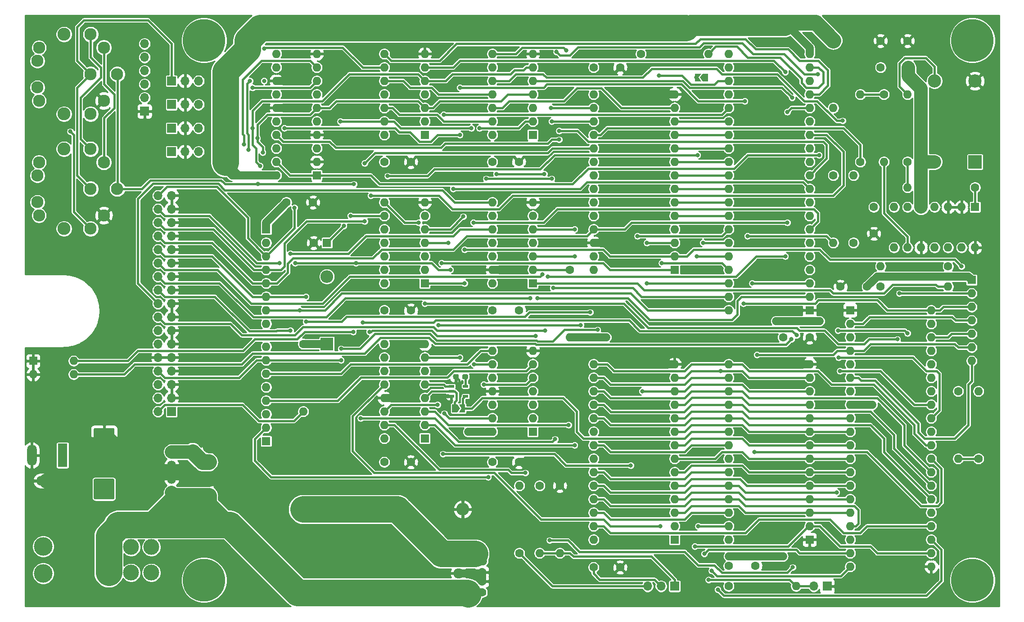
<source format=gbr>
%TF.GenerationSoftware,KiCad,Pcbnew,(5.1.10)-1*%
%TF.CreationDate,2022-09-04T00:24:51-04:00*%
%TF.ProjectId,1581-improved,31353831-2d69-46d7-9072-6f7665642e6b,2*%
%TF.SameCoordinates,Original*%
%TF.FileFunction,Copper,L1,Top*%
%TF.FilePolarity,Positive*%
%FSLAX46Y46*%
G04 Gerber Fmt 4.6, Leading zero omitted, Abs format (unit mm)*
G04 Created by KiCad (PCBNEW (5.1.10)-1) date 2022-09-04 00:24:51*
%MOMM*%
%LPD*%
G01*
G04 APERTURE LIST*
%TA.AperFunction,SMDPad,CuDef*%
%ADD10C,0.100000*%
%TD*%
%TA.AperFunction,ComponentPad*%
%ADD11C,0.900000*%
%TD*%
%TA.AperFunction,ComponentPad*%
%ADD12C,8.000000*%
%TD*%
%TA.AperFunction,ComponentPad*%
%ADD13R,1.600000X1.600000*%
%TD*%
%TA.AperFunction,ComponentPad*%
%ADD14C,1.600000*%
%TD*%
%TA.AperFunction,ComponentPad*%
%ADD15R,1.700000X1.700000*%
%TD*%
%TA.AperFunction,ComponentPad*%
%ADD16O,1.700000X1.700000*%
%TD*%
%TA.AperFunction,ComponentPad*%
%ADD17C,2.300000*%
%TD*%
%TA.AperFunction,ComponentPad*%
%ADD18C,2.450000*%
%TD*%
%TA.AperFunction,ComponentPad*%
%ADD19O,1.600000X1.600000*%
%TD*%
%TA.AperFunction,ComponentPad*%
%ADD20R,1.800000X1.800000*%
%TD*%
%TA.AperFunction,ComponentPad*%
%ADD21O,1.800000X1.800000*%
%TD*%
%TA.AperFunction,ComponentPad*%
%ADD22O,4.000000X1.800000*%
%TD*%
%TA.AperFunction,ComponentPad*%
%ADD23O,1.800000X4.000000*%
%TD*%
%TA.AperFunction,ComponentPad*%
%ADD24R,1.800000X4.400000*%
%TD*%
%TA.AperFunction,SMDPad,CuDef*%
%ADD25R,1.000000X0.500000*%
%TD*%
%TA.AperFunction,ComponentPad*%
%ADD26R,2.500000X2.500000*%
%TD*%
%TA.AperFunction,ComponentPad*%
%ADD27C,2.500000*%
%TD*%
%TA.AperFunction,ComponentPad*%
%ADD28C,3.500000*%
%TD*%
%TA.AperFunction,ComponentPad*%
%ADD29C,3.000000*%
%TD*%
%TA.AperFunction,ComponentPad*%
%ADD30R,2.000000X1.905000*%
%TD*%
%TA.AperFunction,ComponentPad*%
%ADD31O,2.000000X1.905000*%
%TD*%
%TA.AperFunction,ComponentPad*%
%ADD32R,2.400000X2.400000*%
%TD*%
%TA.AperFunction,ComponentPad*%
%ADD33O,2.400000X2.400000*%
%TD*%
%TA.AperFunction,ViaPad*%
%ADD34C,0.800000*%
%TD*%
%TA.AperFunction,Conductor*%
%ADD35C,0.400000*%
%TD*%
%TA.AperFunction,Conductor*%
%ADD36C,1.500000*%
%TD*%
%TA.AperFunction,Conductor*%
%ADD37C,5.000000*%
%TD*%
%TA.AperFunction,Conductor*%
%ADD38C,2.500000*%
%TD*%
%TA.AperFunction,Conductor*%
%ADD39C,3.000000*%
%TD*%
%TA.AperFunction,Conductor*%
%ADD40C,4.000000*%
%TD*%
%TA.AperFunction,Conductor*%
%ADD41C,0.234000*%
%TD*%
%TA.AperFunction,Conductor*%
%ADD42C,0.100000*%
%TD*%
G04 APERTURE END LIST*
%TA.AperFunction,SMDPad,CuDef*%
D10*
%TO.P,JP1,2*%
%TO.N,/PHI2*%
G36*
X177210000Y-46875000D02*
G01*
X178360000Y-46875000D01*
X177860000Y-47625000D01*
X178360000Y-48375000D01*
X177210000Y-48375000D01*
X177210000Y-46875000D01*
G37*
%TD.AperFunction*%
%TA.AperFunction,SMDPad,CuDef*%
%TO.P,JP1,1*%
%TO.N,/TOD*%
G36*
X178160000Y-47625000D02*
G01*
X178660000Y-46875000D01*
X179660000Y-46875000D01*
X179660000Y-48375000D01*
X178660000Y-48375000D01*
X178160000Y-47625000D01*
G37*
%TD.AperFunction*%
%TD*%
D11*
%TO.P,REF\u002A\u002A,1*%
%TO.N,N/C*%
X231483320Y-140118680D03*
X229362000Y-139240000D03*
X227240680Y-140118680D03*
X226362000Y-142240000D03*
X227240680Y-144361320D03*
X229362000Y-145240000D03*
X231483320Y-144361320D03*
X232362000Y-142240000D03*
D12*
%TO.P,REF\u002A\u002A,*%
%TO.N,*%
X229362000Y-142240000D03*
%TD*%
D11*
%TO.P,REF\u002A\u002A,1*%
%TO.N,N/C*%
X231483320Y-38518680D03*
X229362000Y-37640000D03*
X227240680Y-38518680D03*
X226362000Y-40640000D03*
X227240680Y-42761320D03*
X229362000Y-43640000D03*
X231483320Y-42761320D03*
X232362000Y-40640000D03*
D12*
%TO.P,REF\u002A\u002A,*%
%TO.N,*%
X229362000Y-40640000D03*
%TD*%
D11*
%TO.P,REF\u002A\u002A,1*%
%TO.N,N/C*%
X86957320Y-140118680D03*
X84836000Y-139240000D03*
X82714680Y-140118680D03*
X81836000Y-142240000D03*
X82714680Y-144361320D03*
X84836000Y-145240000D03*
X86957320Y-144361320D03*
X87836000Y-142240000D03*
D12*
%TO.P,REF\u002A\u002A,*%
%TO.N,*%
X84836000Y-142240000D03*
%TD*%
D11*
%TO.P,REF\u002A\u002A,1*%
%TO.N,N/C*%
X86957320Y-38518680D03*
X84836000Y-37640000D03*
X82714680Y-38518680D03*
X81836000Y-40640000D03*
X82714680Y-42761320D03*
X84836000Y-43640000D03*
X86957320Y-42761320D03*
X87836000Y-40640000D03*
D12*
%TO.P,REF\u002A\u002A,*%
%TO.N,*%
X84836000Y-40640000D03*
%TD*%
D13*
%TO.P,C18,1*%
%TO.N,+12V*%
X85725000Y-126365000D03*
D14*
%TO.P,C18,2*%
%TO.N,GND*%
X85725000Y-123865000D03*
%TD*%
D13*
%TO.P,C20,1*%
%TO.N,/~RESET2*%
X107950000Y-78740000D03*
D14*
%TO.P,C20,2*%
%TO.N,GND*%
X105450000Y-78740000D03*
%TD*%
%TO.P,C22,2*%
%TO.N,GND*%
X85725000Y-117515000D03*
D13*
%TO.P,C22,1*%
%TO.N,+5V*%
X85725000Y-120015000D03*
%TD*%
D15*
%TO.P,CN1,1*%
%TO.N,GND*%
X73660000Y-53975000D03*
D16*
%TO.P,CN1,2*%
%TO.N,/FASTCLK*%
X73660000Y-51435000D03*
%TO.P,CN1,3*%
%TO.N,/~RESET0*%
X73660000Y-48895000D03*
%TO.P,CN1,4*%
%TO.N,/~ATN*%
X73660000Y-46355000D03*
%TO.P,CN1,5*%
%TO.N,/SLOWCLK*%
X73660000Y-43815000D03*
%TO.P,CN1,6*%
%TO.N,/DATA*%
X73660000Y-41275000D03*
%TD*%
D15*
%TO.P,CN2,1*%
%TO.N,Net-(CN2-Pad1)*%
X78740000Y-110490000D03*
D16*
%TO.P,CN2,2*%
%TO.N,/~DISKCH*%
X76200000Y-110490000D03*
%TO.P,CN2,3*%
%TO.N,GND*%
X78740000Y-107950000D03*
%TO.P,CN2,4*%
%TO.N,Net-(CN2-Pad4)*%
X76200000Y-107950000D03*
%TO.P,CN2,5*%
%TO.N,GND*%
X78740000Y-105410000D03*
%TO.P,CN2,6*%
%TO.N,Net-(CN2-Pad6)*%
X76200000Y-105410000D03*
%TO.P,CN2,7*%
%TO.N,GND*%
X78740000Y-102870000D03*
%TO.P,CN2,8*%
%TO.N,/~IP*%
X76200000Y-102870000D03*
%TO.P,CN2,9*%
%TO.N,GND*%
X78740000Y-100330000D03*
%TO.P,CN2,10*%
X76200000Y-100330000D03*
%TO.P,CN2,11*%
X78740000Y-97790000D03*
%TO.P,CN2,12*%
%TO.N,Net-(CN2-Pad12)*%
X76200000Y-97790000D03*
%TO.P,CN2,13*%
%TO.N,GND*%
X78740000Y-95250000D03*
%TO.P,CN2,14*%
%TO.N,Net-(CN2-Pad14)*%
X76200000Y-95250000D03*
%TO.P,CN2,15*%
%TO.N,GND*%
X78740000Y-92710000D03*
%TO.P,CN2,16*%
%TO.N,/~MOTORX*%
X76200000Y-92710000D03*
%TO.P,CN2,17*%
%TO.N,GND*%
X78740000Y-90170000D03*
%TO.P,CN2,18*%
%TO.N,/~DIRC*%
X76200000Y-90170000D03*
%TO.P,CN2,19*%
%TO.N,GND*%
X78740000Y-87630000D03*
%TO.P,CN2,20*%
%TO.N,/~STEP*%
X76200000Y-87630000D03*
%TO.P,CN2,21*%
%TO.N,GND*%
X78740000Y-85090000D03*
%TO.P,CN2,22*%
%TO.N,/~WD*%
X76200000Y-85090000D03*
%TO.P,CN2,23*%
%TO.N,GND*%
X78740000Y-82550000D03*
%TO.P,CN2,24*%
%TO.N,/~WG*%
X76200000Y-82550000D03*
%TO.P,CN2,25*%
%TO.N,GND*%
X78740000Y-80010000D03*
%TO.P,CN2,26*%
%TO.N,/~TR00*%
X76200000Y-80010000D03*
%TO.P,CN2,27*%
%TO.N,GND*%
X78740000Y-77470000D03*
%TO.P,CN2,28*%
%TO.N,/~WPRT*%
X76200000Y-77470000D03*
%TO.P,CN2,29*%
%TO.N,GND*%
X78740000Y-74930000D03*
%TO.P,CN2,30*%
%TO.N,/~RD*%
X76200000Y-74930000D03*
%TO.P,CN2,31*%
%TO.N,GND*%
X78740000Y-72390000D03*
%TO.P,CN2,32*%
%TO.N,/SIDE0X*%
X76200000Y-72390000D03*
%TO.P,CN2,33*%
%TO.N,GND*%
X78740000Y-69850000D03*
%TO.P,CN2,34*%
%TO.N,/~RDY*%
X76200000Y-69850000D03*
%TD*%
D17*
%TO.P,CN3,6*%
%TO.N,/~RESET0*%
X68500000Y-68580000D03*
%TO.P,CN3,2*%
%TO.N,GND*%
X66000000Y-73580000D03*
%TO.P,CN3,4*%
%TO.N,/SLOWCLK*%
X66000000Y-63580000D03*
%TO.P,CN3,1*%
%TO.N,/FASTCLK*%
X63500000Y-76080000D03*
%TO.P,CN3,3*%
%TO.N,/~ATN*%
X63500000Y-68580000D03*
%TO.P,CN3,5*%
%TO.N,/DATA*%
X63500000Y-61080000D03*
%TO.P,CN3,GND*%
%TO.N,N/C*%
X53800000Y-63580000D03*
X53800000Y-73580000D03*
X53500000Y-66080000D03*
X53500000Y-71080000D03*
D18*
%TO.P,CN3,*%
%TO.N,*%
X58500000Y-76080000D03*
X58500000Y-61080000D03*
%TD*%
D15*
%TO.P,CN5,1*%
%TO.N,Net-(CN5-Pad1)*%
X173355000Y-143383000D03*
D16*
%TO.P,CN5,2*%
%TO.N,+5V*%
X170815000Y-143383000D03*
%TO.P,CN5,3*%
%TO.N,Net-(CN5-Pad3)*%
X168275000Y-143383000D03*
%TD*%
%TO.P,EMI1,3*%
%TO.N,/EFC*%
X83820000Y-52705000D03*
%TO.P,EMI1,2*%
%TO.N,GND*%
X81280000Y-52705000D03*
D15*
%TO.P,EMI1,1*%
%TO.N,/FASTCLK*%
X78740000Y-52705000D03*
%TD*%
%TO.P,EMI2,1*%
%TO.N,/~ATN*%
X78740000Y-48260000D03*
D16*
%TO.P,EMI2,2*%
%TO.N,GND*%
X81280000Y-48260000D03*
%TO.P,EMI2,3*%
%TO.N,/E~ATN*%
X83820000Y-48260000D03*
%TD*%
D15*
%TO.P,EMI3,1*%
%TO.N,/DATA*%
X78740000Y-61595000D03*
D16*
%TO.P,EMI3,2*%
%TO.N,GND*%
X81280000Y-61595000D03*
%TO.P,EMI3,3*%
%TO.N,/EDATA*%
X83820000Y-61595000D03*
%TD*%
%TO.P,EMI4,3*%
%TO.N,/ESC*%
X83820000Y-57150000D03*
%TO.P,EMI4,2*%
%TO.N,GND*%
X81280000Y-57150000D03*
D15*
%TO.P,EMI4,1*%
%TO.N,/SLOWCLK*%
X78740000Y-57150000D03*
%TD*%
D13*
%TO.P,RP3,1*%
%TO.N,+5V*%
X96520000Y-116078000D03*
D19*
%TO.P,RP3,2*%
%TO.N,/CNTX*%
X96520000Y-113538000D03*
%TO.P,RP3,3*%
%TO.N,/E~ATN*%
X96520000Y-110998000D03*
%TO.P,RP3,4*%
%TO.N,/EFC*%
X96520000Y-108458000D03*
%TO.P,RP3,5*%
%TO.N,/SPX*%
X96520000Y-105918000D03*
%TO.P,RP3,6*%
%TO.N,/EDATA*%
X96520000Y-103378000D03*
%TO.P,RP3,7*%
%TO.N,/~IP*%
X96520000Y-100838000D03*
%TO.P,RP3,8*%
%TO.N,/~RESET0*%
X96520000Y-98298000D03*
%TD*%
D13*
%TO.P,SW1,1*%
%TO.N,GND*%
X52705000Y-100965000D03*
D19*
%TO.P,SW1,3*%
%TO.N,/DRSEL1*%
X60325000Y-103505000D03*
%TO.P,SW1,2*%
%TO.N,GND*%
X52705000Y-103505000D03*
%TO.P,SW1,4*%
%TO.N,/DRSEL0*%
X60325000Y-100965000D03*
%TD*%
D13*
%TO.P,U4,1*%
%TO.N,/~WDSEL2*%
X173355000Y-83820000D03*
D19*
%TO.P,U4,15*%
%TO.N,+5V*%
X158115000Y-50800000D03*
%TO.P,U4,2*%
%TO.N,/R~W*%
X173355000Y-81280000D03*
%TO.P,U4,16*%
%TO.N,/STEP*%
X158115000Y-53340000D03*
%TO.P,U4,3*%
%TO.N,/A0*%
X173355000Y-78740000D03*
%TO.P,U4,17*%
%TO.N,/DIRC*%
X158115000Y-55880000D03*
%TO.P,U4,4*%
%TO.N,/A1*%
X173355000Y-76200000D03*
%TO.P,U4,18*%
%TO.N,/WDCLK*%
X158115000Y-58420000D03*
%TO.P,U4,5*%
%TO.N,/D0*%
X173355000Y-73660000D03*
%TO.P,U4,19*%
%TO.N,/~RD*%
X158115000Y-60960000D03*
%TO.P,U4,6*%
%TO.N,/D1*%
X173355000Y-71120000D03*
%TO.P,U4,20*%
%TO.N,Net-(U4-Pad20)*%
X158115000Y-63500000D03*
%TO.P,U4,7*%
%TO.N,/D2*%
X173355000Y-68580000D03*
%TO.P,U4,21*%
%TO.N,/WG*%
X158115000Y-66040000D03*
%TO.P,U4,8*%
%TO.N,/D3*%
X173355000Y-66040000D03*
%TO.P,U4,22*%
%TO.N,/WD*%
X158115000Y-68580000D03*
%TO.P,U4,9*%
%TO.N,/D4*%
X173355000Y-63500000D03*
%TO.P,U4,23*%
%TO.N,/~TR00*%
X158115000Y-71120000D03*
%TO.P,U4,10*%
%TO.N,/D5*%
X173355000Y-60960000D03*
%TO.P,U4,24*%
%TO.N,/~IP*%
X158115000Y-73660000D03*
%TO.P,U4,11*%
%TO.N,/D6*%
X173355000Y-58420000D03*
%TO.P,U4,25*%
%TO.N,/~WPRT*%
X158115000Y-76200000D03*
%TO.P,U4,12*%
%TO.N,/D7*%
X173355000Y-55880000D03*
%TO.P,U4,26*%
%TO.N,GND*%
X158115000Y-78740000D03*
%TO.P,U4,13*%
%TO.N,/~RESET*%
X173355000Y-53340000D03*
%TO.P,U4,27*%
%TO.N,Net-(U4-Pad27)*%
X158115000Y-81280000D03*
%TO.P,U4,14*%
%TO.N,GND*%
X173355000Y-50800000D03*
%TO.P,U4,28*%
%TO.N,Net-(U4-Pad28)*%
X158115000Y-83820000D03*
%TD*%
D17*
%TO.P,CN4,6*%
%TO.N,/~RESET0*%
X68500000Y-46990000D03*
%TO.P,CN4,2*%
%TO.N,GND*%
X66000000Y-51990000D03*
%TO.P,CN4,4*%
%TO.N,/SLOWCLK*%
X66000000Y-41990000D03*
%TO.P,CN4,1*%
%TO.N,/FASTCLK*%
X63500000Y-54490000D03*
%TO.P,CN4,3*%
%TO.N,/~ATN*%
X63500000Y-46990000D03*
%TO.P,CN4,5*%
%TO.N,/DATA*%
X63500000Y-39490000D03*
%TO.P,CN4,GND*%
%TO.N,N/C*%
X53800000Y-41990000D03*
X53800000Y-51990000D03*
X53500000Y-44490000D03*
X53500000Y-49490000D03*
D18*
%TO.P,CN4,*%
%TO.N,*%
X58500000Y-54490000D03*
X58500000Y-39490000D03*
%TD*%
D20*
%TO.P,J1,1*%
%TO.N,+5V*%
X78740000Y-118110000D03*
D21*
%TO.P,J1,2*%
%TO.N,GND*%
X78740000Y-120650000D03*
%TO.P,J1,3*%
X78740000Y-123190000D03*
%TO.P,J1,4*%
%TO.N,+12V*%
X78740000Y-125730000D03*
%TD*%
D22*
%TO.P,J2,3*%
%TO.N,GND*%
X55245000Y-123545000D03*
D23*
%TO.P,J2,2*%
X52445000Y-118745000D03*
D24*
%TO.P,J2,1*%
%TO.N,+12P*%
X58245000Y-118745000D03*
%TD*%
D25*
%TO.P,U14,1*%
%TO.N,Net-(U14-Pad1)*%
X131381500Y-105727500D03*
%TO.P,U14,3*%
%TO.N,GND*%
X131381500Y-107632500D03*
%TO.P,U14,2*%
%TO.N,Net-(JP2-Pad1)*%
X131381500Y-106680000D03*
%TO.P,U14,4*%
%TO.N,/~RAMOE*%
X134048500Y-107632500D03*
%TO.P,U14,5*%
%TO.N,+5V*%
X134048500Y-105727500D03*
%TD*%
D26*
%TO.P,X1,1*%
%TO.N,Net-(X1-Pad1)*%
X229870000Y-63500000D03*
D27*
%TO.P,X1,14*%
%TO.N,+5VP*%
X222250000Y-63500000D03*
%TO.P,X1,8*%
%TO.N,Net-(FB4-Pad2)*%
X222250000Y-48260000D03*
%TO.P,X1,7*%
%TO.N,GND*%
X229870000Y-48260000D03*
%TD*%
%TO.P,C16,1*%
%TO.N,+12V*%
%TA.AperFunction,SMDPad,CuDef*%
G36*
G01*
X137635000Y-145135000D02*
X136685000Y-145135000D01*
G75*
G02*
X136435000Y-144885000I0J250000D01*
G01*
X136435000Y-144210000D01*
G75*
G02*
X136685000Y-143960000I250000J0D01*
G01*
X137635000Y-143960000D01*
G75*
G02*
X137885000Y-144210000I0J-250000D01*
G01*
X137885000Y-144885000D01*
G75*
G02*
X137635000Y-145135000I-250000J0D01*
G01*
G37*
%TD.AperFunction*%
%TO.P,C16,2*%
%TO.N,GND*%
%TA.AperFunction,SMDPad,CuDef*%
G36*
G01*
X137635000Y-143060000D02*
X136685000Y-143060000D01*
G75*
G02*
X136435000Y-142810000I0J250000D01*
G01*
X136435000Y-142135000D01*
G75*
G02*
X136685000Y-141885000I250000J0D01*
G01*
X137635000Y-141885000D01*
G75*
G02*
X137885000Y-142135000I0J-250000D01*
G01*
X137885000Y-142810000D01*
G75*
G02*
X137635000Y-143060000I-250000J0D01*
G01*
G37*
%TD.AperFunction*%
%TD*%
%TO.P,C17,2*%
%TO.N,GND*%
%TA.AperFunction,SMDPad,CuDef*%
G36*
G01*
X136685000Y-140150000D02*
X137635000Y-140150000D01*
G75*
G02*
X137885000Y-140400000I0J-250000D01*
G01*
X137885000Y-141075000D01*
G75*
G02*
X137635000Y-141325000I-250000J0D01*
G01*
X136685000Y-141325000D01*
G75*
G02*
X136435000Y-141075000I0J250000D01*
G01*
X136435000Y-140400000D01*
G75*
G02*
X136685000Y-140150000I250000J0D01*
G01*
G37*
%TD.AperFunction*%
%TO.P,C17,1*%
%TO.N,+5V*%
%TA.AperFunction,SMDPad,CuDef*%
G36*
G01*
X136685000Y-138075000D02*
X137635000Y-138075000D01*
G75*
G02*
X137885000Y-138325000I0J-250000D01*
G01*
X137885000Y-139000000D01*
G75*
G02*
X137635000Y-139250000I-250000J0D01*
G01*
X136685000Y-139250000D01*
G75*
G02*
X136435000Y-139000000I0J250000D01*
G01*
X136435000Y-138325000D01*
G75*
G02*
X136685000Y-138075000I250000J0D01*
G01*
G37*
%TD.AperFunction*%
%TD*%
D28*
%TO.P,SW2,*%
%TO.N,*%
X54610000Y-135890000D03*
X54610000Y-140970000D03*
D29*
%TO.P,SW2,4*%
%TO.N,+12V*%
X67310000Y-136017000D03*
%TO.P,SW2,1*%
X67310000Y-140843000D03*
%TO.P,SW2,5*%
%TO.N,+12P*%
X71120000Y-136017000D03*
%TO.P,SW2,2*%
X71120000Y-140843000D03*
%TO.P,SW2,6*%
X74930000Y-136017000D03*
%TO.P,SW2,3*%
X74930000Y-140843000D03*
%TD*%
D30*
%TO.P,U15,1*%
%TO.N,+12V*%
X132715000Y-143510000D03*
D31*
%TO.P,U15,2*%
%TO.N,GND*%
X132715000Y-140970000D03*
%TO.P,U15,3*%
%TO.N,+5V*%
X132715000Y-138430000D03*
%TD*%
D32*
%TO.P,C19,1*%
%TO.N,+5V*%
X103505000Y-128905000D03*
D33*
%TO.P,C19,2*%
%TO.N,GND*%
X133505000Y-128905000D03*
%TD*%
%TA.AperFunction,SMDPad,CuDef*%
D10*
%TO.P,JP2,2*%
%TO.N,/~RAMOE*%
G36*
X133940000Y-110668500D02*
G01*
X132790000Y-110668500D01*
X133290000Y-109918500D01*
X132790000Y-109168500D01*
X133940000Y-109168500D01*
X133940000Y-110668500D01*
G37*
%TD.AperFunction*%
%TA.AperFunction,SMDPad,CuDef*%
%TO.P,JP2,1*%
%TO.N,Net-(JP2-Pad1)*%
G36*
X132990000Y-109918500D02*
G01*
X132490000Y-110668500D01*
X131490000Y-110668500D01*
X131490000Y-109168500D01*
X132490000Y-109168500D01*
X132990000Y-109918500D01*
G37*
%TD.AperFunction*%
%TD*%
D15*
%TO.P,JP5,1*%
%TO.N,GND*%
X202057000Y-143383000D03*
D16*
%TO.P,JP5,2*%
%TO.N,/A15ROM*%
X199517000Y-143383000D03*
%TD*%
D13*
%TO.P,U2,1*%
%TO.N,/A15ROM*%
X173355000Y-134620000D03*
D19*
%TO.P,U2,15*%
%TO.N,/D3*%
X158115000Y-101600000D03*
%TO.P,U2,2*%
%TO.N,/A12*%
X173355000Y-132080000D03*
%TO.P,U2,16*%
%TO.N,/D4*%
X158115000Y-104140000D03*
%TO.P,U2,3*%
%TO.N,/A7*%
X173355000Y-129540000D03*
%TO.P,U2,17*%
%TO.N,/D5*%
X158115000Y-106680000D03*
%TO.P,U2,4*%
%TO.N,/A6*%
X173355000Y-127000000D03*
%TO.P,U2,18*%
%TO.N,/D6*%
X158115000Y-109220000D03*
%TO.P,U2,5*%
%TO.N,/A5*%
X173355000Y-124460000D03*
%TO.P,U2,19*%
%TO.N,/D7*%
X158115000Y-111760000D03*
%TO.P,U2,6*%
%TO.N,/A4*%
X173355000Y-121920000D03*
%TO.P,U2,20*%
%TO.N,/~ROMOE*%
X158115000Y-114300000D03*
%TO.P,U2,7*%
%TO.N,/A3*%
X173355000Y-119380000D03*
%TO.P,U2,21*%
%TO.N,/A10*%
X158115000Y-116840000D03*
%TO.P,U2,8*%
%TO.N,/A2*%
X173355000Y-116840000D03*
%TO.P,U2,22*%
%TO.N,/~ROMOE*%
X158115000Y-119380000D03*
%TO.P,U2,9*%
%TO.N,/A1*%
X173355000Y-114300000D03*
%TO.P,U2,23*%
%TO.N,/A11*%
X158115000Y-121920000D03*
%TO.P,U2,10*%
%TO.N,/A0*%
X173355000Y-111760000D03*
%TO.P,U2,24*%
%TO.N,/A9*%
X158115000Y-124460000D03*
%TO.P,U2,11*%
%TO.N,/D0*%
X173355000Y-109220000D03*
%TO.P,U2,25*%
%TO.N,/A8*%
X158115000Y-127000000D03*
%TO.P,U2,12*%
%TO.N,/D1*%
X173355000Y-106680000D03*
%TO.P,U2,26*%
%TO.N,/A13*%
X158115000Y-129540000D03*
%TO.P,U2,13*%
%TO.N,/D2*%
X173355000Y-104140000D03*
%TO.P,U2,27*%
%TO.N,/A14*%
X158115000Y-132080000D03*
%TO.P,U2,14*%
%TO.N,GND*%
X173355000Y-101600000D03*
%TO.P,U2,28*%
%TO.N,+5V*%
X158115000Y-134620000D03*
%TD*%
D13*
%TO.P,U6,1*%
%TO.N,/A15*%
X126365000Y-115570000D03*
D19*
%TO.P,U6,9*%
%TO.N,Net-(U6-Pad9)*%
X118745000Y-97790000D03*
%TO.P,U6,2*%
%TO.N,/A13*%
X126365000Y-113030000D03*
%TO.P,U6,10*%
%TO.N,Net-(U6-Pad10)*%
X118745000Y-100330000D03*
%TO.P,U6,3*%
%TO.N,/A14*%
X126365000Y-110490000D03*
%TO.P,U6,11*%
%TO.N,Net-(U6-Pad11)*%
X118745000Y-102870000D03*
%TO.P,U6,4*%
%TO.N,Net-(JP2-Pad1)*%
X126365000Y-107950000D03*
%TO.P,U6,12*%
%TO.N,/~RAMWE*%
X118745000Y-105410000D03*
%TO.P,U6,5*%
%TO.N,Net-(U14-Pad1)*%
X126365000Y-105410000D03*
%TO.P,U6,13*%
%TO.N,GND*%
X118745000Y-107950000D03*
%TO.P,U6,6*%
%TO.N,/~VIASEL*%
X126365000Y-102870000D03*
%TO.P,U6,14*%
%TO.N,/R~W*%
X118745000Y-110490000D03*
%TO.P,U6,7*%
%TO.N,/~WDSEL*%
X126365000Y-100330000D03*
%TO.P,U6,15*%
%TO.N,/~RWE*%
X118745000Y-113030000D03*
%TO.P,U6,8*%
%TO.N,GND*%
X126365000Y-97790000D03*
%TO.P,U6,16*%
%TO.N,+5V*%
X118745000Y-115570000D03*
%TD*%
%TO.P,U7,14*%
%TO.N,+5V*%
X118745000Y-86360000D03*
%TO.P,U7,7*%
%TO.N,GND*%
X126365000Y-71120000D03*
%TO.P,U7,13*%
%TO.N,/ATNIN*%
X118745000Y-83820000D03*
%TO.P,U7,6*%
%TO.N,/~WDSEL2*%
X126365000Y-73660000D03*
%TO.P,U7,12*%
%TO.N,/ATNIN*%
X118745000Y-81280000D03*
%TO.P,U7,5*%
%TO.N,/PHI2*%
X126365000Y-76200000D03*
%TO.P,U7,11*%
%TO.N,/~FLAG*%
X118745000Y-78740000D03*
%TO.P,U7,4*%
%TO.N,Net-(U7-Pad4)*%
X126365000Y-78740000D03*
%TO.P,U7,10*%
%TO.N,/ATNACK*%
X118745000Y-76200000D03*
%TO.P,U7,3*%
%TO.N,/~ROMOE*%
X126365000Y-81280000D03*
%TO.P,U7,9*%
%TO.N,/ATNIN*%
X118745000Y-73660000D03*
%TO.P,U7,2*%
%TO.N,/A15*%
X126365000Y-83820000D03*
%TO.P,U7,8*%
%TO.N,Net-(U11-Pad13)*%
X118745000Y-71120000D03*
D13*
%TO.P,U7,1*%
%TO.N,/R~W*%
X126365000Y-86360000D03*
%TD*%
%TO.P,U8,1*%
%TO.N,/PHI0*%
X146685000Y-86360000D03*
D19*
%TO.P,U8,8*%
%TO.N,/~DIRC*%
X139065000Y-71120000D03*
%TO.P,U8,2*%
%TO.N,/~RWE*%
X146685000Y-83820000D03*
%TO.P,U8,9*%
%TO.N,/DIRC*%
X139065000Y-73660000D03*
%TO.P,U8,3*%
%TO.N,/WD*%
X146685000Y-81280000D03*
%TO.P,U8,10*%
%TO.N,/~STEP*%
X139065000Y-76200000D03*
%TO.P,U8,4*%
%TO.N,/~WD*%
X146685000Y-78740000D03*
%TO.P,U8,11*%
%TO.N,/STEP*%
X139065000Y-78740000D03*
%TO.P,U8,5*%
%TO.N,/WG*%
X146685000Y-76200000D03*
%TO.P,U8,12*%
%TO.N,Net-(U8-Pad12)*%
X139065000Y-81280000D03*
%TO.P,U8,6*%
%TO.N,/~WG*%
X146685000Y-73660000D03*
%TO.P,U8,13*%
%TO.N,GND*%
X139065000Y-83820000D03*
%TO.P,U8,7*%
X146685000Y-71120000D03*
%TO.P,U8,14*%
%TO.N,+5V*%
X139065000Y-86360000D03*
%TD*%
D13*
%TO.P,U9,1*%
%TO.N,/~WDSEL*%
X126365000Y-58420000D03*
D19*
%TO.P,U9,8*%
%TO.N,/ATNIN*%
X118745000Y-43180000D03*
%TO.P,U9,2*%
%TO.N,Net-(U7-Pad4)*%
X126365000Y-55880000D03*
%TO.P,U9,9*%
%TO.N,/E~ATN*%
X118745000Y-45720000D03*
%TO.P,U9,3*%
%TO.N,/EDATA*%
X126365000Y-53340000D03*
%TO.P,U9,10*%
%TO.N,Net-(U12-Pad11)*%
X118745000Y-48260000D03*
%TO.P,U9,4*%
%TO.N,/DATAIN*%
X126365000Y-50800000D03*
%TO.P,U9,11*%
%TO.N,/~RESET0*%
X118745000Y-50800000D03*
%TO.P,U9,5*%
%TO.N,/ESC*%
X126365000Y-48260000D03*
%TO.P,U9,12*%
%TO.N,Net-(U12-Pad13)*%
X118745000Y-53340000D03*
%TO.P,U9,6*%
%TO.N,/CLKIN*%
X126365000Y-45720000D03*
%TO.P,U9,13*%
%TO.N,/~RESET2*%
X118745000Y-55880000D03*
%TO.P,U9,7*%
%TO.N,GND*%
X126365000Y-43180000D03*
%TO.P,U9,14*%
%TO.N,+5V*%
X118745000Y-58420000D03*
%TD*%
D13*
%TO.P,U10,1*%
%TO.N,Net-(R9-Pad1)*%
X229870000Y-72009000D03*
D19*
%TO.P,U10,8*%
%TO.N,Net-(U10-Pad8)*%
X214630000Y-79629000D03*
%TO.P,U10,2*%
%TO.N,GND*%
X227330000Y-72009000D03*
%TO.P,U10,9*%
%TO.N,Net-(FB3-Pad2)*%
X217170000Y-79629000D03*
%TO.P,U10,3*%
%TO.N,GND*%
X224790000Y-72009000D03*
%TO.P,U10,10*%
X219710000Y-79629000D03*
%TO.P,U10,4*%
%TO.N,N/C*%
X222250000Y-72009000D03*
%TO.P,U10,11*%
%TO.N,Net-(FB5-Pad1)*%
X222250000Y-79629000D03*
%TO.P,U10,5*%
%TO.N,+5VP*%
X219710000Y-72009000D03*
%TO.P,U10,12*%
%TO.N,Net-(U10-Pad12)*%
X224790000Y-79629000D03*
%TO.P,U10,6*%
%TO.N,N/C*%
X217170000Y-72009000D03*
%TO.P,U10,13*%
X227330000Y-79629000D03*
%TO.P,U10,7*%
X214630000Y-72009000D03*
%TO.P,U10,14*%
%TO.N,GND*%
X229870000Y-79629000D03*
%TD*%
%TO.P,U11,14*%
%TO.N,+5V*%
X139065000Y-114300000D03*
%TO.P,U11,7*%
%TO.N,GND*%
X146685000Y-99060000D03*
%TO.P,U11,13*%
%TO.N,Net-(U11-Pad13)*%
X139065000Y-111760000D03*
%TO.P,U11,6*%
%TO.N,/EFC*%
X146685000Y-101600000D03*
%TO.P,U11,12*%
%TO.N,/EDATA*%
X139065000Y-109220000D03*
%TO.P,U11,5*%
%TO.N,/CNTX*%
X146685000Y-104140000D03*
%TO.P,U11,11*%
%TO.N,GND*%
X139065000Y-106680000D03*
%TO.P,U11,4*%
%TO.N,/SIDE0X*%
X146685000Y-106680000D03*
%TO.P,U11,10*%
%TO.N,Net-(U11-Pad10)*%
X139065000Y-104140000D03*
%TO.P,U11,3*%
%TO.N,/SIDE0*%
X146685000Y-109220000D03*
%TO.P,U11,9*%
%TO.N,/SPX*%
X139065000Y-101600000D03*
%TO.P,U11,2*%
%TO.N,/~MOTORX*%
X146685000Y-111760000D03*
%TO.P,U11,8*%
%TO.N,/EDATA*%
X139065000Y-99060000D03*
D13*
%TO.P,U11,1*%
%TO.N,/~MOTOR*%
X146685000Y-114300000D03*
%TD*%
D19*
%TO.P,U12,14*%
%TO.N,+5V*%
X139065000Y-58420000D03*
%TO.P,U12,7*%
%TO.N,GND*%
X146685000Y-43180000D03*
%TO.P,U12,13*%
%TO.N,Net-(U12-Pad13)*%
X139065000Y-55880000D03*
%TO.P,U12,6*%
%TO.N,/ESC*%
X146685000Y-45720000D03*
%TO.P,U12,12*%
%TO.N,/~RESET*%
X139065000Y-53340000D03*
%TO.P,U12,5*%
%TO.N,/CLKOUT*%
X146685000Y-48260000D03*
%TO.P,U12,11*%
%TO.N,Net-(U12-Pad11)*%
X139065000Y-50800000D03*
%TO.P,U12,4*%
%TO.N,/EDATA*%
X146685000Y-50800000D03*
%TO.P,U12,10*%
%TO.N,/~RESET2*%
X139065000Y-48260000D03*
%TO.P,U12,3*%
%TO.N,/DATAOUT*%
X146685000Y-53340000D03*
%TO.P,U12,9*%
%TO.N,/PWRLED*%
X139065000Y-45720000D03*
%TO.P,U12,2*%
%TO.N,Net-(R13-Pad2)*%
X146685000Y-55880000D03*
%TO.P,U12,8*%
%TO.N,Net-(R12-Pad1)*%
X139065000Y-43180000D03*
D13*
%TO.P,U12,1*%
%TO.N,/ACTLED*%
X146685000Y-58420000D03*
%TD*%
%TO.P,U13,1*%
%TO.N,/FSD*%
X106045000Y-66040000D03*
D19*
%TO.P,U13,11*%
%TO.N,/CNT*%
X98425000Y-43180000D03*
%TO.P,U13,2*%
%TO.N,GND*%
X106045000Y-63500000D03*
%TO.P,U13,12*%
%TO.N,/CNT*%
X98425000Y-45720000D03*
%TO.P,U13,3*%
%TO.N,/SPX*%
X106045000Y-60960000D03*
%TO.P,U13,13*%
%TO.N,GND*%
X98425000Y-48260000D03*
%TO.P,U13,4*%
X106045000Y-58420000D03*
%TO.P,U13,14*%
%TO.N,/SP*%
X98425000Y-50800000D03*
%TO.P,U13,5*%
%TO.N,Net-(U13-Pad5)*%
X106045000Y-55880000D03*
%TO.P,U13,15*%
%TO.N,GND*%
X98425000Y-53340000D03*
%TO.P,U13,6*%
%TO.N,/EDATA*%
X106045000Y-53340000D03*
%TO.P,U13,16*%
%TO.N,Net-(U13-Pad16)*%
X98425000Y-55880000D03*
%TO.P,U13,7*%
%TO.N,Net-(U13-Pad7)*%
X106045000Y-50800000D03*
%TO.P,U13,17*%
%TO.N,/SP*%
X98425000Y-58420000D03*
%TO.P,U13,8*%
%TO.N,/EFC*%
X106045000Y-48260000D03*
%TO.P,U13,18*%
%TO.N,Net-(U13-Pad18)*%
X98425000Y-60960000D03*
%TO.P,U13,9*%
%TO.N,/CNTX*%
X106045000Y-45720000D03*
%TO.P,U13,19*%
%TO.N,/FSD*%
X98425000Y-63500000D03*
%TO.P,U13,10*%
%TO.N,GND*%
X106045000Y-43180000D03*
%TO.P,U13,20*%
%TO.N,+5V*%
X98425000Y-66040000D03*
%TD*%
D32*
%TO.P,CR4,1*%
%TO.N,+5V*%
X107950000Y-97790000D03*
D33*
%TO.P,CR4,2*%
%TO.N,/~RESET2*%
X107950000Y-85090000D03*
%TD*%
D14*
%TO.P,C1,2*%
%TO.N,GND*%
X204550000Y-86995000D03*
%TO.P,C1,1*%
%TO.N,+5V*%
X209550000Y-86995000D03*
%TD*%
%TO.P,C2,1*%
%TO.N,GND*%
X163115000Y-139827000D03*
%TO.P,C2,2*%
%TO.N,+5V*%
X158115000Y-139827000D03*
%TD*%
%TO.P,C3,2*%
%TO.N,GND*%
X188515000Y-139573000D03*
%TO.P,C3,1*%
%TO.N,+5V*%
X183515000Y-139573000D03*
%TD*%
%TO.P,C4,1*%
%TO.N,GND*%
X163115000Y-45720000D03*
%TO.P,C4,2*%
%TO.N,+5V*%
X158115000Y-45720000D03*
%TD*%
%TO.P,C5,1*%
%TO.N,+5V*%
X193755000Y-96520000D03*
%TO.P,C5,2*%
%TO.N,GND*%
X198755000Y-96520000D03*
%TD*%
%TO.P,C6,2*%
%TO.N,+5V*%
X118745000Y-120015000D03*
%TO.P,C6,1*%
%TO.N,GND*%
X123745000Y-120015000D03*
%TD*%
%TO.P,C7,2*%
%TO.N,GND*%
X123745000Y-91440000D03*
%TO.P,C7,1*%
%TO.N,+5V*%
X118745000Y-91440000D03*
%TD*%
%TO.P,C8,1*%
%TO.N,GND*%
X144065000Y-91440000D03*
%TO.P,C8,2*%
%TO.N,+5V*%
X139065000Y-91440000D03*
%TD*%
%TO.P,C9,1*%
%TO.N,+5V*%
X118745000Y-63500000D03*
%TO.P,C9,2*%
%TO.N,GND*%
X123745000Y-63500000D03*
%TD*%
%TO.P,C10,1*%
%TO.N,+5VP*%
X210820000Y-72009000D03*
%TO.P,C10,2*%
%TO.N,GND*%
X210820000Y-77009000D03*
%TD*%
%TO.P,C11,1*%
%TO.N,+5V*%
X139065000Y-120015000D03*
%TO.P,C11,2*%
%TO.N,GND*%
X144065000Y-120015000D03*
%TD*%
%TO.P,C12,2*%
%TO.N,+5V*%
X139065000Y-63500000D03*
%TO.P,C12,1*%
%TO.N,GND*%
X144065000Y-63500000D03*
%TD*%
%TO.P,C13,2*%
%TO.N,GND*%
X105330000Y-71120000D03*
%TO.P,C13,1*%
%TO.N,+5V*%
X100330000Y-71120000D03*
%TD*%
%TO.P,C14,1*%
%TO.N,+5VP*%
X212090000Y-45720000D03*
%TO.P,C14,2*%
%TO.N,GND*%
X212090000Y-40720000D03*
%TD*%
%TO.P,C15,2*%
%TO.N,GND*%
X217170000Y-40720000D03*
%TO.P,C15,1*%
%TO.N,+5VP*%
X217170000Y-45720000D03*
%TD*%
%TO.P,R1,1*%
%TO.N,Net-(FB1-Pad2)*%
X230505000Y-119380000D03*
D19*
%TO.P,R1,2*%
%TO.N,/R~W*%
X230505000Y-106680000D03*
%TD*%
%TO.P,R3,2*%
%TO.N,/PHI2*%
X203200000Y-78740000D03*
D14*
%TO.P,R3,1*%
%TO.N,Net-(FB2-Pad2)*%
X203200000Y-66040000D03*
%TD*%
%TO.P,R4,1*%
%TO.N,/~RWE*%
X153670000Y-83820000D03*
D19*
%TO.P,R4,2*%
%TO.N,+5V*%
X153670000Y-96520000D03*
%TD*%
%TO.P,R5,2*%
%TO.N,/TOD*%
X179705000Y-43180000D03*
D14*
%TO.P,R5,1*%
%TO.N,+5V*%
X167005000Y-43180000D03*
%TD*%
D19*
%TO.P,R9,2*%
%TO.N,Net-(FB4-Pad1)*%
X217170000Y-68326000D03*
D14*
%TO.P,R9,1*%
%TO.N,Net-(R9-Pad1)*%
X229870000Y-68326000D03*
%TD*%
%TO.P,R10,1*%
%TO.N,Net-(FB5-Pad2)*%
X212090000Y-86995000D03*
D19*
%TO.P,R10,2*%
%TO.N,/PHI0*%
X224790000Y-86995000D03*
%TD*%
%TO.P,R11,2*%
%TO.N,Net-(FB3-Pad1)*%
X208280000Y-50800000D03*
D14*
%TO.P,R11,1*%
%TO.N,/WDCLK*%
X208280000Y-63500000D03*
%TD*%
%TO.P,R12,1*%
%TO.N,Net-(R12-Pad1)*%
X147955000Y-124460000D03*
D19*
%TO.P,R12,2*%
%TO.N,Net-(CN5-Pad1)*%
X147955000Y-137160000D03*
%TD*%
%TO.P,R13,2*%
%TO.N,Net-(R13-Pad2)*%
X144145000Y-124460000D03*
D14*
%TO.P,R13,1*%
%TO.N,Net-(CN5-Pad3)*%
X144145000Y-137160000D03*
%TD*%
%TO.P,R14,1*%
%TO.N,GND*%
X151765000Y-124460000D03*
D19*
%TO.P,R14,2*%
%TO.N,Net-(CN5-Pad1)*%
X151765000Y-137160000D03*
%TD*%
D14*
%TO.P,R6,1*%
%TO.N,+5V*%
X183515000Y-143383000D03*
D19*
%TO.P,R6,2*%
%TO.N,/A15ROM*%
X196215000Y-143383000D03*
%TD*%
D13*
%TO.P,RP2,1*%
%TO.N,+5V*%
X229235000Y-85725000D03*
D19*
%TO.P,RP2,2*%
%TO.N,/~RESET2*%
X229235000Y-88265000D03*
%TO.P,RP2,3*%
%TO.N,/~RESET*%
X229235000Y-90805000D03*
%TO.P,RP2,4*%
%TO.N,/RDY*%
X229235000Y-93345000D03*
%TO.P,RP2,5*%
%TO.N,/~SO*%
X229235000Y-95885000D03*
%TO.P,RP2,6*%
%TO.N,/~IRQ*%
X229235000Y-98425000D03*
%TO.P,RP2,7*%
%TO.N,/~NMI*%
X229235000Y-100965000D03*
%TD*%
%TO.P,FB1,2*%
%TO.N,Net-(FB1-Pad2)*%
X226695000Y-119380000D03*
D14*
%TO.P,FB1,1*%
%TO.N,Net-(FB1-Pad1)*%
X226695000Y-106680000D03*
%TD*%
%TO.P,FB2,1*%
%TO.N,Net-(FB2-Pad1)*%
X207010000Y-78740000D03*
D19*
%TO.P,FB2,2*%
%TO.N,Net-(FB2-Pad2)*%
X207010000Y-66040000D03*
%TD*%
%TO.P,FB3,2*%
%TO.N,Net-(FB3-Pad2)*%
X212725000Y-63500000D03*
D14*
%TO.P,FB3,1*%
%TO.N,Net-(FB3-Pad1)*%
X212725000Y-50800000D03*
%TD*%
%TO.P,FB4,1*%
%TO.N,Net-(FB4-Pad1)*%
X217170000Y-63500000D03*
D19*
%TO.P,FB4,2*%
%TO.N,Net-(FB4-Pad2)*%
X217170000Y-50800000D03*
%TD*%
%TO.P,FB5,2*%
%TO.N,Net-(FB5-Pad2)*%
X212090000Y-83185000D03*
D14*
%TO.P,FB5,1*%
%TO.N,Net-(FB5-Pad1)*%
X224790000Y-83185000D03*
%TD*%
%TO.P,FB6,1*%
%TO.N,+5V*%
X203200000Y-40640000D03*
D19*
%TO.P,FB6,2*%
%TO.N,+5VP*%
X203200000Y-53340000D03*
%TD*%
%TO.P,C21,1*%
%TO.N,GND*%
%TA.AperFunction,SMDPad,CuDef*%
G36*
G01*
X131696000Y-104187000D02*
X131696000Y-103712000D01*
G75*
G02*
X131933500Y-103474500I237500J0D01*
G01*
X132533500Y-103474500D01*
G75*
G02*
X132771000Y-103712000I0J-237500D01*
G01*
X132771000Y-104187000D01*
G75*
G02*
X132533500Y-104424500I-237500J0D01*
G01*
X131933500Y-104424500D01*
G75*
G02*
X131696000Y-104187000I0J237500D01*
G01*
G37*
%TD.AperFunction*%
%TO.P,C21,2*%
%TO.N,+5V*%
%TA.AperFunction,SMDPad,CuDef*%
G36*
G01*
X133421000Y-104187000D02*
X133421000Y-103712000D01*
G75*
G02*
X133658500Y-103474500I237500J0D01*
G01*
X134258500Y-103474500D01*
G75*
G02*
X134496000Y-103712000I0J-237500D01*
G01*
X134496000Y-104187000D01*
G75*
G02*
X134258500Y-104424500I-237500J0D01*
G01*
X133658500Y-104424500D01*
G75*
G02*
X133421000Y-104187000I0J237500D01*
G01*
G37*
%TD.AperFunction*%
%TD*%
D13*
%TO.P,U3,1*%
%TO.N,GND*%
X198755000Y-134620000D03*
D19*
%TO.P,U3,15*%
%TO.N,/D3*%
X183515000Y-101600000D03*
%TO.P,U3,2*%
%TO.N,/A12*%
X198755000Y-132080000D03*
%TO.P,U3,16*%
%TO.N,/D4*%
X183515000Y-104140000D03*
%TO.P,U3,3*%
%TO.N,/A7*%
X198755000Y-129540000D03*
%TO.P,U3,17*%
%TO.N,/D5*%
X183515000Y-106680000D03*
%TO.P,U3,4*%
%TO.N,/A6*%
X198755000Y-127000000D03*
%TO.P,U3,18*%
%TO.N,/D6*%
X183515000Y-109220000D03*
%TO.P,U3,5*%
%TO.N,/A5*%
X198755000Y-124460000D03*
%TO.P,U3,19*%
%TO.N,/D7*%
X183515000Y-111760000D03*
%TO.P,U3,6*%
%TO.N,/A4*%
X198755000Y-121920000D03*
%TO.P,U3,20*%
%TO.N,/~RAMOE*%
X183515000Y-114300000D03*
%TO.P,U3,7*%
%TO.N,/A3*%
X198755000Y-119380000D03*
%TO.P,U3,21*%
%TO.N,/A10*%
X183515000Y-116840000D03*
%TO.P,U3,8*%
%TO.N,/A2*%
X198755000Y-116840000D03*
%TO.P,U3,22*%
%TO.N,/~RAMOE*%
X183515000Y-119380000D03*
%TO.P,U3,9*%
%TO.N,/A1*%
X198755000Y-114300000D03*
%TO.P,U3,23*%
%TO.N,/A11*%
X183515000Y-121920000D03*
%TO.P,U3,10*%
%TO.N,/A0*%
X198755000Y-111760000D03*
%TO.P,U3,24*%
%TO.N,/A9*%
X183515000Y-124460000D03*
%TO.P,U3,11*%
%TO.N,/D0*%
X198755000Y-109220000D03*
%TO.P,U3,25*%
%TO.N,/A8*%
X183515000Y-127000000D03*
%TO.P,U3,12*%
%TO.N,/D1*%
X198755000Y-106680000D03*
%TO.P,U3,26*%
%TO.N,/A13*%
X183515000Y-129540000D03*
%TO.P,U3,13*%
%TO.N,/D2*%
X198755000Y-104140000D03*
%TO.P,U3,27*%
%TO.N,/~RAMWE*%
X183515000Y-132080000D03*
%TO.P,U3,14*%
%TO.N,GND*%
X198755000Y-101600000D03*
%TO.P,U3,28*%
%TO.N,+5V*%
X183515000Y-134620000D03*
%TD*%
D13*
%TO.P,U5,1*%
%TO.N,GND*%
X198755000Y-91440000D03*
D19*
%TO.P,U5,21*%
%TO.N,/~IRQ*%
X183515000Y-43180000D03*
%TO.P,U5,2*%
%TO.N,/SIDE0*%
X198755000Y-88900000D03*
%TO.P,U5,22*%
%TO.N,/R~W*%
X183515000Y-45720000D03*
%TO.P,U5,3*%
%TO.N,/~RDY*%
X198755000Y-86360000D03*
%TO.P,U5,23*%
%TO.N,/~VIASEL*%
X183515000Y-48260000D03*
%TO.P,U5,4*%
%TO.N,/~MOTOR*%
X198755000Y-83820000D03*
%TO.P,U5,24*%
%TO.N,/~FLAG*%
X183515000Y-50800000D03*
%TO.P,U5,5*%
%TO.N,/DRSEL0*%
X198755000Y-81280000D03*
%TO.P,U5,25*%
%TO.N,/PHI2*%
X183515000Y-53340000D03*
%TO.P,U5,6*%
%TO.N,/DRSEL1*%
X198755000Y-78740000D03*
%TO.P,U5,26*%
%TO.N,/D7*%
X183515000Y-55880000D03*
%TO.P,U5,7*%
%TO.N,/PWRLED*%
X198755000Y-76200000D03*
%TO.P,U5,27*%
%TO.N,/D6*%
X183515000Y-58420000D03*
%TO.P,U5,8*%
%TO.N,/ACTLED*%
X198755000Y-73660000D03*
%TO.P,U5,28*%
%TO.N,/D5*%
X183515000Y-60960000D03*
%TO.P,U5,9*%
%TO.N,/~DISKCH*%
X198755000Y-71120000D03*
%TO.P,U5,29*%
%TO.N,/D4*%
X183515000Y-63500000D03*
%TO.P,U5,10*%
%TO.N,/DATAIN*%
X198755000Y-68580000D03*
%TO.P,U5,30*%
%TO.N,/D3*%
X183515000Y-66040000D03*
%TO.P,U5,11*%
%TO.N,/DATAOUT*%
X198755000Y-66040000D03*
%TO.P,U5,31*%
%TO.N,/D2*%
X183515000Y-68580000D03*
%TO.P,U5,12*%
%TO.N,/CLKIN*%
X198755000Y-63500000D03*
%TO.P,U5,32*%
%TO.N,/D1*%
X183515000Y-71120000D03*
%TO.P,U5,13*%
%TO.N,/CLKOUT*%
X198755000Y-60960000D03*
%TO.P,U5,33*%
%TO.N,/D0*%
X183515000Y-73660000D03*
%TO.P,U5,14*%
%TO.N,/ATNACK*%
X198755000Y-58420000D03*
%TO.P,U5,34*%
%TO.N,/~RESET*%
X183515000Y-76200000D03*
%TO.P,U5,15*%
%TO.N,/FSD*%
X198755000Y-55880000D03*
%TO.P,U5,35*%
%TO.N,/A3*%
X183515000Y-78740000D03*
%TO.P,U5,16*%
%TO.N,/~WPRT*%
X198755000Y-53340000D03*
%TO.P,U5,36*%
%TO.N,/A2*%
X183515000Y-81280000D03*
%TO.P,U5,17*%
%TO.N,/ATNIN*%
X198755000Y-50800000D03*
%TO.P,U5,37*%
%TO.N,/A1*%
X183515000Y-83820000D03*
%TO.P,U5,18*%
%TO.N,Net-(U5-Pad18)*%
X198755000Y-48260000D03*
%TO.P,U5,38*%
%TO.N,/A0*%
X183515000Y-86360000D03*
%TO.P,U5,19*%
%TO.N,/TOD*%
X198755000Y-45720000D03*
%TO.P,U5,39*%
%TO.N,/SP*%
X183515000Y-88900000D03*
%TO.P,U5,20*%
%TO.N,+5V*%
X198755000Y-43180000D03*
%TO.P,U5,40*%
%TO.N,/CNT*%
X183515000Y-91440000D03*
%TD*%
D14*
%TO.P,R2,1*%
%TO.N,+5V*%
X103505000Y-97790000D03*
D19*
%TO.P,R2,2*%
%TO.N,/~DISKCH*%
X103505000Y-110490000D03*
%TD*%
D13*
%TO.P,RP1,1*%
%TO.N,+5V*%
X96520000Y-76200000D03*
D19*
%TO.P,RP1,2*%
%TO.N,/ESC*%
X96520000Y-78740000D03*
%TO.P,RP1,3*%
%TO.N,/~RDY*%
X96520000Y-81280000D03*
%TO.P,RP1,4*%
%TO.N,/~RD*%
X96520000Y-83820000D03*
%TO.P,RP1,5*%
%TO.N,/~WPRT*%
X96520000Y-86360000D03*
%TO.P,RP1,6*%
%TO.N,/~TR00*%
X96520000Y-88900000D03*
%TO.P,RP1,7*%
%TO.N,/CNT*%
X96520000Y-91440000D03*
%TO.P,RP1,8*%
%TO.N,/SP*%
X96520000Y-93980000D03*
%TD*%
%TO.P,J3,1*%
%TO.N,+12P*%
%TA.AperFunction,ComponentPad*%
G36*
G01*
X64090000Y-126794999D02*
X64090000Y-123395001D01*
G75*
G02*
X64340001Y-123145000I250001J0D01*
G01*
X67739999Y-123145000D01*
G75*
G02*
X67990000Y-123395001I0J-250001D01*
G01*
X67990000Y-126794999D01*
G75*
G02*
X67739999Y-127045000I-250001J0D01*
G01*
X64340001Y-127045000D01*
G75*
G02*
X64090000Y-126794999I0J250001D01*
G01*
G37*
%TD.AperFunction*%
%TD*%
%TO.P,J4,1*%
%TO.N,GND*%
%TA.AperFunction,ComponentPad*%
G36*
G01*
X64090000Y-117269999D02*
X64090000Y-113870001D01*
G75*
G02*
X64340001Y-113620000I250001J0D01*
G01*
X67739999Y-113620000D01*
G75*
G02*
X67990000Y-113870001I0J-250001D01*
G01*
X67990000Y-117269999D01*
G75*
G02*
X67739999Y-117520000I-250001J0D01*
G01*
X64340001Y-117520000D01*
G75*
G02*
X64090000Y-117269999I0J250001D01*
G01*
G37*
%TD.AperFunction*%
%TD*%
D13*
%TO.P,U1,1*%
%TO.N,GND*%
X206375000Y-91440000D03*
D19*
%TO.P,U1,21*%
X221615000Y-139700000D03*
%TO.P,U1,2*%
%TO.N,/RDY*%
X206375000Y-93980000D03*
%TO.P,U1,22*%
%TO.N,/A12*%
X221615000Y-137160000D03*
%TO.P,U1,3*%
%TO.N,Net-(U1-Pad3)*%
X206375000Y-96520000D03*
%TO.P,U1,23*%
%TO.N,/A13*%
X221615000Y-134620000D03*
%TO.P,U1,4*%
%TO.N,/~IRQ*%
X206375000Y-99060000D03*
%TO.P,U1,24*%
%TO.N,/A14*%
X221615000Y-132080000D03*
%TO.P,U1,5*%
%TO.N,N/C*%
X206375000Y-101600000D03*
%TO.P,U1,25*%
%TO.N,/A15*%
X221615000Y-129540000D03*
%TO.P,U1,6*%
%TO.N,/~NMI*%
X206375000Y-104140000D03*
%TO.P,U1,26*%
%TO.N,/D7*%
X221615000Y-127000000D03*
%TO.P,U1,7*%
%TO.N,Net-(U1-Pad7)*%
X206375000Y-106680000D03*
%TO.P,U1,27*%
%TO.N,/D6*%
X221615000Y-124460000D03*
%TO.P,U1,8*%
%TO.N,+5V*%
X206375000Y-109220000D03*
%TO.P,U1,28*%
%TO.N,/D5*%
X221615000Y-121920000D03*
%TO.P,U1,9*%
%TO.N,/A0*%
X206375000Y-111760000D03*
%TO.P,U1,29*%
%TO.N,/D4*%
X221615000Y-119380000D03*
%TO.P,U1,10*%
%TO.N,/A1*%
X206375000Y-114300000D03*
%TO.P,U1,30*%
%TO.N,/D3*%
X221615000Y-116840000D03*
%TO.P,U1,11*%
%TO.N,/A2*%
X206375000Y-116840000D03*
%TO.P,U1,31*%
%TO.N,/D2*%
X221615000Y-114300000D03*
%TO.P,U1,12*%
%TO.N,/A3*%
X206375000Y-119380000D03*
%TO.P,U1,32*%
%TO.N,/D1*%
X221615000Y-111760000D03*
%TO.P,U1,13*%
%TO.N,/A4*%
X206375000Y-121920000D03*
%TO.P,U1,33*%
%TO.N,/D0*%
X221615000Y-109220000D03*
%TO.P,U1,14*%
%TO.N,/A5*%
X206375000Y-124460000D03*
%TO.P,U1,34*%
%TO.N,Net-(FB1-Pad1)*%
X221615000Y-106680000D03*
%TO.P,U1,15*%
%TO.N,/A6*%
X206375000Y-127000000D03*
%TO.P,U1,35*%
%TO.N,N/C*%
X221615000Y-104140000D03*
%TO.P,U1,16*%
%TO.N,/A7*%
X206375000Y-129540000D03*
%TO.P,U1,36*%
%TO.N,N/C*%
X221615000Y-101600000D03*
%TO.P,U1,17*%
%TO.N,/A8*%
X206375000Y-132080000D03*
%TO.P,U1,37*%
%TO.N,/PHI0*%
X221615000Y-99060000D03*
%TO.P,U1,18*%
%TO.N,/A9*%
X206375000Y-134620000D03*
%TO.P,U1,38*%
%TO.N,/~SO*%
X221615000Y-96520000D03*
%TO.P,U1,19*%
%TO.N,/A10*%
X206375000Y-137160000D03*
%TO.P,U1,39*%
%TO.N,Net-(FB2-Pad1)*%
X221615000Y-93980000D03*
%TO.P,U1,20*%
%TO.N,/A11*%
X206375000Y-139700000D03*
%TO.P,U1,40*%
%TO.N,/~RESET*%
X221615000Y-91440000D03*
%TD*%
D34*
%TO.N,+5V*%
X158115000Y-38735000D03*
X88900000Y-64770000D03*
X88900000Y-63627000D03*
X88900000Y-62484000D03*
X167005000Y-38735000D03*
X141605000Y-38735000D03*
X160528000Y-96520000D03*
X192405000Y-39116000D03*
X210566000Y-109220000D03*
X193755000Y-137748000D03*
X183515000Y-137795000D03*
X121285000Y-39243000D03*
X200660000Y-93472000D03*
X192405000Y-93472000D03*
X134493000Y-114300000D03*
X134112000Y-103886000D03*
%TO.N,GND*%
X137160000Y-141605000D03*
X144018000Y-83820000D03*
X163068000Y-78740000D03*
X103251000Y-53340000D03*
X103251000Y-48260000D03*
X163068000Y-50800000D03*
X123825000Y-97790000D03*
X144145000Y-106680000D03*
X191169990Y-101634990D03*
X163068000Y-101600000D03*
X163068000Y-114300000D03*
X123698000Y-107950000D03*
X130746500Y-107632500D03*
X132080000Y-103886000D03*
X196215000Y-64770000D03*
X203200000Y-62865000D03*
X196215000Y-68580000D03*
X196215000Y-73660000D03*
X196215000Y-78740000D03*
X222631000Y-83693000D03*
X223393000Y-89408000D03*
X226060000Y-89408000D03*
X225171000Y-99314000D03*
X217170000Y-104140000D03*
X226695000Y-104394000D03*
X210566000Y-115824000D03*
X169672000Y-116967000D03*
X186182000Y-131318000D03*
X191169990Y-115535010D03*
X191169990Y-105375010D03*
X172720000Y-96647000D03*
X144065000Y-86440000D03*
X113919000Y-86487000D03*
X112903000Y-97409000D03*
X73533000Y-72771000D03*
X114300000Y-48895000D03*
X94234000Y-51816000D03*
X134493000Y-43053000D03*
X171958000Y-43180000D03*
X163115000Y-43133000D03*
X190373000Y-45720000D03*
X190373000Y-48387000D03*
X194691000Y-40767000D03*
X196215000Y-71120000D03*
X185674000Y-61595000D03*
X127000000Y-63754000D03*
X99822000Y-75311000D03*
X96774000Y-71755000D03*
X101854000Y-79121000D03*
X100076000Y-87249000D03*
X135128000Y-91440000D03*
X135255000Y-86868000D03*
X135128000Y-83820000D03*
X186690000Y-48387000D03*
X186436000Y-54229000D03*
X183515000Y-99441000D03*
X186055000Y-93472000D03*
X149352000Y-120142000D03*
X149098000Y-114427000D03*
X94488000Y-103886000D03*
X97917000Y-102108000D03*
X170180000Y-63373000D03*
X169926000Y-60833000D03*
X170815000Y-58420000D03*
X170180000Y-66040000D03*
X170180000Y-68707000D03*
X163115000Y-74248000D03*
X163115000Y-55579000D03*
X150622000Y-50419000D03*
X130556000Y-49530000D03*
X133858000Y-69850000D03*
X123745000Y-78693000D03*
X123745000Y-81233000D03*
X123745000Y-83646000D03*
X131191000Y-81280000D03*
X144065000Y-78693000D03*
X144065000Y-75899000D03*
X144065000Y-81233000D03*
X163115000Y-91774000D03*
X174117000Y-90297000D03*
X220345000Y-46101000D03*
X155321000Y-63881000D03*
X123745000Y-48086000D03*
X123745000Y-53293000D03*
X136652000Y-53340000D03*
X135382000Y-58928000D03*
X144065000Y-55706000D03*
X144065000Y-53293000D03*
X144065000Y-48213000D03*
X155702000Y-51689000D03*
X163115000Y-71200000D03*
X163115000Y-82630000D03*
X177927000Y-76073000D03*
X123745000Y-102823000D03*
X123745000Y-110443000D03*
X204089000Y-109220000D03*
X202438000Y-132207000D03*
X100711000Y-98298000D03*
X185547000Y-58547000D03*
X202311000Y-106553000D03*
X176149000Y-83820000D03*
X179959000Y-50800000D03*
X144526000Y-45339000D03*
X116078000Y-79121000D03*
X134874000Y-99060000D03*
X130683000Y-102616000D03*
X208661000Y-96393000D03*
X191169990Y-133442010D03*
X100076000Y-93980000D03*
X128397000Y-56007000D03*
X178308000Y-117856000D03*
%TO.N,/~RESET2*%
X135128000Y-57150000D03*
X110490000Y-55880000D03*
X215646000Y-88265000D03*
X204978000Y-55753000D03*
X111125000Y-75565000D03*
%TO.N,/FASTCLK*%
X59690000Y-57785000D03*
%TO.N,/~RESET0*%
X113030000Y-67691000D03*
X94996000Y-67691000D03*
%TO.N,/~DISKCH*%
X114300000Y-111760000D03*
X200279000Y-46990000D03*
X151130000Y-42799000D03*
X150876000Y-115697000D03*
%TO.N,/~IP*%
X158877000Y-95123000D03*
X110617000Y-98679000D03*
X110617000Y-100838000D03*
%TO.N,/~MOTORX*%
X148971000Y-95250000D03*
%TO.N,/~STEP*%
X101092000Y-80772000D03*
X101092000Y-95250000D03*
%TO.N,/~WD*%
X146177000Y-89154000D03*
%TO.N,/~WG*%
X148463000Y-84709000D03*
%TO.N,/~TR00*%
X157480000Y-91821000D03*
X104013000Y-88900000D03*
X104013000Y-93599000D03*
%TO.N,/~WPRT*%
X194564000Y-54102000D03*
X194564000Y-74930000D03*
%TO.N,/~RD*%
X115062000Y-63754000D03*
X115062000Y-74676000D03*
%TO.N,/SIDE0X*%
X147193000Y-96266000D03*
X99060000Y-82550000D03*
X115951000Y-95504000D03*
%TO.N,/~RDY*%
X186563000Y-52070000D03*
X132969000Y-49530000D03*
X132969000Y-58420000D03*
X99949000Y-57150000D03*
X187960000Y-86360000D03*
X101854000Y-72136000D03*
%TO.N,/EFC*%
X93980000Y-49530000D03*
%TO.N,/E~ATN*%
X96139000Y-42164000D03*
X96139000Y-48260000D03*
X93472000Y-48260000D03*
X93218000Y-61214000D03*
%TO.N,/EDATA*%
X94869000Y-59055000D03*
X95885000Y-61722000D03*
%TO.N,/ESC*%
X93980000Y-57150000D03*
X95377000Y-64262000D03*
%TO.N,/PHI2*%
X129921000Y-54610000D03*
X177419000Y-47625000D03*
X187071000Y-77470000D03*
X133604000Y-73787000D03*
%TO.N,/TOD*%
X179197000Y-47625000D03*
%TO.N,/R~W*%
X227330000Y-83185000D03*
X128778000Y-109220000D03*
X133858000Y-86360000D03*
X133858000Y-80010000D03*
%TO.N,/~RWE*%
X145288000Y-122047000D03*
%TO.N,Net-(R12-Pad1)*%
X152971500Y-42481500D03*
%TO.N,Net-(R13-Pad2)*%
X136652000Y-57150000D03*
%TO.N,/CNT*%
X102870000Y-91440000D03*
%TO.N,/SP*%
X150495000Y-87249000D03*
X151638000Y-59309000D03*
%TO.N,/~IRQ*%
X188849000Y-99822000D03*
%TO.N,/~RESET*%
X186309000Y-90170000D03*
X166370000Y-77470000D03*
%TO.N,/CNTX*%
X137452010Y-105410000D03*
X138303000Y-122847010D03*
X92329000Y-60198000D03*
%TO.N,/SPX*%
X135636000Y-101600000D03*
X131191000Y-83820000D03*
X101981000Y-82550000D03*
X113411000Y-82550000D03*
%TO.N,/DRSEL1*%
X195326000Y-96901000D03*
%TO.N,/DRSEL0*%
X196342000Y-96139000D03*
X114681000Y-93726000D03*
X112903000Y-95504000D03*
%TO.N,/A12*%
X177165000Y-135890000D03*
%TO.N,/A13*%
X181483000Y-144018000D03*
X154559000Y-116840000D03*
%TO.N,/A14*%
X153416000Y-113030000D03*
%TO.N,/A15*%
X126365000Y-90170000D03*
X215265000Y-96901000D03*
%TO.N,/A0*%
X168148000Y-78740000D03*
X168148000Y-86360000D03*
%TO.N,/D4*%
X188341000Y-118110000D03*
%TO.N,/A1*%
X170942000Y-82550000D03*
%TO.N,/A2*%
X177546000Y-81280000D03*
%TO.N,/D2*%
X217170000Y-95758000D03*
X204089000Y-95250000D03*
X181991000Y-102870000D03*
%TO.N,/A3*%
X178689000Y-78740000D03*
%TO.N,/D1*%
X204216000Y-100330000D03*
X167259000Y-106680000D03*
%TO.N,/D0*%
X204470000Y-102870000D03*
%TO.N,/A9*%
X203835000Y-125730000D03*
%TO.N,/A10*%
X178943000Y-137287000D03*
%TO.N,/A11*%
X180340000Y-140462000D03*
%TO.N,/~ROMOE*%
X155702000Y-94234000D03*
X128905000Y-94234000D03*
%TO.N,/~RAMWE*%
X177800000Y-132080000D03*
X170688000Y-132080000D03*
%TO.N,/~WDSEL2*%
X129540000Y-82550000D03*
%TO.N,/STEP*%
X150114000Y-53340000D03*
X148844000Y-65786000D03*
X139827000Y-65786000D03*
%TO.N,/DIRC*%
X150241000Y-55880000D03*
X150241000Y-66675000D03*
X137922000Y-66675000D03*
%TO.N,/WG*%
X154559000Y-76200000D03*
%TO.N,/WD*%
X154559000Y-81280000D03*
%TO.N,/SIDE0*%
X147574000Y-89154000D03*
%TO.N,/~VIASEL*%
X170434000Y-47244000D03*
X165100000Y-120650000D03*
X129794000Y-118491000D03*
%TO.N,/~MOTOR*%
X195580000Y-139827000D03*
X149860000Y-134747000D03*
%TO.N,/~FLAG*%
X177673000Y-62230000D03*
X119380000Y-66167000D03*
%TO.N,/PWRLED*%
X135509000Y-74930000D03*
%TO.N,/ACTLED*%
X194183000Y-81280000D03*
X194183000Y-81280000D03*
X149479000Y-85090000D03*
%TO.N,/DATAIN*%
X131699000Y-68580000D03*
%TO.N,/DATAOUT*%
X151638000Y-57658000D03*
%TO.N,/CLKIN*%
X194183000Y-46609000D03*
%TO.N,/CLKOUT*%
X195453000Y-51435000D03*
%TO.N,/ATNACK*%
X116205000Y-69850000D03*
%TO.N,/FSD*%
X200533000Y-62230000D03*
%TO.N,/ATNIN*%
X112395000Y-73660000D03*
%TO.N,/~WDSEL*%
X132969000Y-100330000D03*
%TO.N,Net-(U11-Pad13)*%
X130048000Y-110871000D03*
X125222000Y-74930000D03*
%TO.N,Net-(U7-Pad4)*%
X130810000Y-78740000D03*
%TO.N,/A15ROM*%
X179762001Y-142182999D03*
%TD*%
D35*
%TO.N,+5V*%
X134048500Y-104039500D02*
X133958500Y-103949500D01*
X134048500Y-105727500D02*
X134048500Y-104039500D01*
D36*
X137160000Y-138662500D02*
X137308500Y-138662500D01*
D37*
X103505000Y-128905000D02*
X120015000Y-128905000D01*
X121158000Y-128905000D02*
X129540000Y-137287000D01*
X135763000Y-137287000D02*
X135763490Y-137287490D01*
X129540000Y-137287000D02*
X135763000Y-137287000D01*
D38*
X82666999Y-118099999D02*
X78740000Y-118099999D01*
D39*
X84582000Y-120015000D02*
X82666999Y-118099999D01*
X85725000Y-120015000D02*
X84582000Y-120015000D01*
D36*
X96520000Y-74930000D02*
X100330000Y-71120000D01*
X96520000Y-76200000D02*
X96520000Y-74930000D01*
D39*
X88900000Y-47625000D02*
X88900000Y-45720000D01*
X88900000Y-45720000D02*
X95885000Y-38735000D01*
D35*
X169564999Y-142132999D02*
X159277999Y-142132999D01*
X170815000Y-143383000D02*
X169564999Y-142132999D01*
X158115000Y-140970000D02*
X158115000Y-139827000D01*
X159277999Y-142132999D02*
X158115000Y-140970000D01*
D36*
X209550000Y-86995000D02*
X211455000Y-85090000D01*
X228600000Y-85090000D02*
X229235000Y-85725000D01*
X211455000Y-85090000D02*
X228600000Y-85090000D01*
D37*
X120015000Y-128905000D02*
X121158000Y-128905000D01*
D36*
X90170000Y-66040000D02*
X88900000Y-64770000D01*
D39*
X199845010Y-37285010D02*
X203200000Y-40640000D01*
D36*
X198755000Y-43180000D02*
X198755000Y-42037000D01*
D39*
X194003010Y-37285010D02*
X199845010Y-37285010D01*
D36*
X198755000Y-42037000D02*
X194003010Y-37285010D01*
D37*
X88900000Y-62484000D02*
X88900000Y-47625000D01*
X88900000Y-62484000D02*
X88900000Y-63627000D01*
D36*
X91313000Y-66040000D02*
X88900000Y-63627000D01*
X92075000Y-66040000D02*
X91313000Y-66040000D01*
X98425000Y-66040000D02*
X92075000Y-66040000D01*
X92075000Y-66040000D02*
X90170000Y-66040000D01*
X103505000Y-97790000D02*
X107950000Y-97790000D01*
X153670000Y-96520000D02*
X160528000Y-96520000D01*
X160528000Y-96520000D02*
X160528000Y-96520000D01*
D37*
X93038999Y-40675999D02*
X95429988Y-38285010D01*
X93038999Y-42353003D02*
X93038999Y-40675999D01*
X88900000Y-46492002D02*
X93038999Y-42353003D01*
X88900000Y-47625000D02*
X88900000Y-46492002D01*
D36*
X206375000Y-109220000D02*
X210566000Y-109220000D01*
D37*
X95429988Y-38285010D02*
X131376010Y-38285010D01*
X131376010Y-38285010D02*
X175387000Y-38285010D01*
D40*
X175387000Y-38227000D02*
X175514000Y-38100000D01*
X175387000Y-38285010D02*
X175387000Y-38227000D01*
X176463990Y-37785010D02*
X194003010Y-37785010D01*
X176149000Y-38100000D02*
X176463990Y-37785010D01*
X175514000Y-38100000D02*
X176149000Y-38100000D01*
D36*
X193755000Y-137748000D02*
X183562000Y-137748000D01*
X200660000Y-93472000D02*
X192405000Y-93472000D01*
X192405000Y-93472000D02*
X192405000Y-93472000D01*
X139065000Y-114300000D02*
X134493000Y-114300000D01*
X134493000Y-114300000D02*
X134493000Y-114300000D01*
%TO.N,GND*%
X136927500Y-140970000D02*
X137160000Y-140737500D01*
X137160000Y-142472500D02*
X137160000Y-140737500D01*
X135657500Y-140970000D02*
X137160000Y-142472500D01*
X135382000Y-140970000D02*
X135657500Y-140970000D01*
X132715000Y-140970000D02*
X135382000Y-140970000D01*
X135382000Y-140970000D02*
X136927500Y-140970000D01*
D38*
X83409990Y-123414990D02*
X85725000Y-123414990D01*
X83058000Y-123063000D02*
X83409990Y-123414990D01*
X82169000Y-123063000D02*
X83058000Y-123063000D01*
X84923000Y-123063000D02*
X85177000Y-123317000D01*
X82169000Y-123063000D02*
X84923000Y-123063000D01*
X86594944Y-123317000D02*
X88773000Y-121138944D01*
X85177000Y-123317000D02*
X86594944Y-123317000D01*
X86946934Y-117064990D02*
X85803934Y-117064990D01*
X88773000Y-118891056D02*
X86946934Y-117064990D01*
X88773000Y-121138944D02*
X88773000Y-118891056D01*
D35*
X198755000Y-91440000D02*
X201713000Y-91440000D01*
X144018000Y-83820000D02*
X144018000Y-83820000D01*
D36*
X158115000Y-78740000D02*
X163068000Y-78740000D01*
X163068000Y-78740000D02*
X163068000Y-78740000D01*
X139065000Y-83820000D02*
X144018000Y-83820000D01*
X98425000Y-53340000D02*
X103251000Y-53340000D01*
X103251000Y-53340000D02*
X103251000Y-53340000D01*
X98425000Y-48260000D02*
X103251000Y-48260000D01*
X103251000Y-48260000D02*
X103251000Y-48260000D01*
X173355000Y-50800000D02*
X163068000Y-50800000D01*
X163068000Y-50800000D02*
X163068000Y-50800000D01*
X151765000Y-122555000D02*
X151765000Y-124460000D01*
X149225000Y-120015000D02*
X149352000Y-120142000D01*
X144065000Y-120015000D02*
X149225000Y-120015000D01*
X126365000Y-97790000D02*
X123825000Y-97790000D01*
X123825000Y-97790000D02*
X123825000Y-97790000D01*
D35*
X139065000Y-106680000D02*
X144145000Y-106680000D01*
X144145000Y-106680000D02*
X144145000Y-106680000D01*
D36*
X198720010Y-101634990D02*
X198755000Y-101600000D01*
X191169990Y-101634990D02*
X198720010Y-101634990D01*
X173355000Y-101600000D02*
X172593000Y-101600000D01*
X172593000Y-101600000D02*
X164084000Y-101600000D01*
X164084000Y-101600000D02*
X163068000Y-101600000D01*
X163068000Y-101600000D02*
X163068000Y-101600000D01*
X163068000Y-114300000D02*
X163068000Y-114300000D01*
X118745000Y-107950000D02*
X123698000Y-107950000D01*
X123698000Y-107950000D02*
X123698000Y-107950000D01*
D35*
X133530998Y-106680000D02*
X132842000Y-105991002D01*
X139065000Y-106680000D02*
X133530998Y-106680000D01*
X132842000Y-104558000D02*
X132233500Y-103949500D01*
X132842000Y-105991002D02*
X132842000Y-104558000D01*
X131381500Y-107632500D02*
X130746500Y-107632500D01*
X130746500Y-107632500D02*
X130746500Y-107632500D01*
D36*
X149352000Y-120142000D02*
X151765000Y-122555000D01*
D39*
X60245000Y-123545000D02*
X62230000Y-121560000D01*
X55245000Y-123545000D02*
X60245000Y-123545000D01*
X62230000Y-121560000D02*
X62230000Y-119380000D01*
X81026000Y-121920000D02*
X82169000Y-123063000D01*
X73025000Y-121920000D02*
X81026000Y-121920000D01*
X66040000Y-115570000D02*
X66675000Y-115570000D01*
X63817500Y-117792500D02*
X68897500Y-117792500D01*
X66675000Y-115570000D02*
X68897500Y-117792500D01*
X62230000Y-119380000D02*
X63817500Y-117792500D01*
X68897500Y-117792500D02*
X73025000Y-121920000D01*
X63817500Y-117792500D02*
X66040000Y-115570000D01*
D35*
X198755000Y-91440000D02*
X206375000Y-91440000D01*
D38*
%TO.N,+5VP*%
X217296010Y-47302012D02*
X217296010Y-45720000D01*
X219710000Y-49716002D02*
X217296010Y-47302012D01*
X222250000Y-63500000D02*
X220472000Y-63500000D01*
X219710000Y-64262000D02*
X219710000Y-49716002D01*
X220472000Y-63500000D02*
X219710000Y-64262000D01*
X219710000Y-72009000D02*
X219710000Y-64262000D01*
D36*
%TO.N,+12V*%
X133752500Y-144547500D02*
X132715000Y-143510000D01*
X137160000Y-144547500D02*
X133752500Y-144547500D01*
X67310000Y-136017000D02*
X67310000Y-133223000D01*
X67310000Y-133223000D02*
X68707000Y-131826000D01*
D37*
X69103999Y-131816999D02*
X89652999Y-131816999D01*
X69094998Y-131826000D02*
X69103999Y-131816999D01*
X68707000Y-131826000D02*
X69094998Y-131826000D01*
X134325564Y-144622510D02*
X134538044Y-144834990D01*
X102458510Y-144622510D02*
X134325564Y-144622510D01*
X89652999Y-131816999D02*
X102458510Y-144622510D01*
X68707000Y-131826000D02*
X68707000Y-132207000D01*
X66919999Y-133994001D02*
X66919999Y-140843000D01*
X68707000Y-132207000D02*
X66919999Y-133994001D01*
D40*
X68707000Y-132207000D02*
X72263000Y-132207000D01*
D38*
X79364999Y-126365000D02*
X78740000Y-125740001D01*
D39*
X85725000Y-126365000D02*
X79364999Y-126365000D01*
X72263000Y-132207000D02*
X73522999Y-132207000D01*
X85725000Y-127889000D02*
X89652999Y-131816999D01*
X85725000Y-126365000D02*
X85725000Y-127889000D01*
X78105000Y-127889000D02*
X77972999Y-127756999D01*
X85725000Y-127889000D02*
X78105000Y-127889000D01*
X77972999Y-127756999D02*
X79364999Y-126365000D01*
X73522999Y-132207000D02*
X77972999Y-127756999D01*
D35*
%TO.N,/~RESET2*%
X118745000Y-55880000D02*
X120523000Y-55880000D01*
X120523000Y-55880000D02*
X121793000Y-57150000D01*
X121793000Y-57150000D02*
X135128000Y-57150000D01*
X135128000Y-57150000D02*
X135128000Y-57150000D01*
X118745000Y-55880000D02*
X110490000Y-55880000D01*
X110490000Y-55880000D02*
X110490000Y-55880000D01*
X229235000Y-88265000D02*
X215646000Y-88265000D01*
X215646000Y-88265000D02*
X215646000Y-88265000D01*
X148590000Y-46990000D02*
X143510000Y-46990000D01*
X167386000Y-47625000D02*
X149225000Y-47625000D01*
X181229000Y-45974000D02*
X169037000Y-45974000D01*
X192659000Y-46990000D02*
X182245000Y-46990000D01*
X197739000Y-52070000D02*
X192659000Y-46990000D01*
X143510000Y-46990000D02*
X142240000Y-48260000D01*
X169037000Y-45974000D02*
X167386000Y-47625000D01*
X200153998Y-52070000D02*
X197739000Y-52070000D01*
X203836998Y-55753000D02*
X200153998Y-52070000D01*
X142240000Y-48260000D02*
X139065000Y-48260000D01*
X149225000Y-47625000D02*
X148590000Y-46990000D01*
X182245000Y-46990000D02*
X181229000Y-45974000D01*
X204978000Y-55753000D02*
X203836998Y-55753000D01*
X107950000Y-78740000D02*
X111125000Y-75565000D01*
X111125000Y-75565000D02*
X111125000Y-75565000D01*
%TO.N,/FASTCLK*%
X63500000Y-76080000D02*
X60325000Y-72905000D01*
X60325000Y-72905000D02*
X60325000Y-58420000D01*
X60325000Y-58420000D02*
X59690000Y-57785000D01*
X59690000Y-57785000D02*
X59690000Y-57785000D01*
%TO.N,/~ATN*%
X60960000Y-44450000D02*
X63500000Y-46990000D01*
X60960000Y-38100000D02*
X60960000Y-44450000D01*
X62230000Y-36830000D02*
X60960000Y-38100000D01*
X74295000Y-36830000D02*
X62230000Y-36830000D01*
X78740000Y-41275000D02*
X74295000Y-36830000D01*
X78740000Y-48260000D02*
X78740000Y-41275000D01*
X63500000Y-46990000D02*
X60960000Y-49530000D01*
X60960000Y-66040000D02*
X63500000Y-68580000D01*
X60960000Y-49530000D02*
X60960000Y-66040000D01*
%TO.N,/SLOWCLK*%
X66000000Y-41990000D02*
X66040000Y-42030000D01*
X66040000Y-42030000D02*
X66040000Y-48895000D01*
X66040000Y-48895000D02*
X67945000Y-50800000D01*
X67945000Y-50800000D02*
X67945000Y-53340000D01*
X67945000Y-53340000D02*
X66040000Y-55245000D01*
X66040000Y-63540000D02*
X66000000Y-63580000D01*
X66040000Y-55245000D02*
X66040000Y-63540000D01*
%TO.N,/DATA*%
X63500000Y-39490000D02*
X63500000Y-43815000D01*
X63500000Y-43815000D02*
X65405000Y-45720000D01*
X65405000Y-45720000D02*
X65405000Y-47625000D01*
X65405000Y-47625000D02*
X61595000Y-51435000D01*
X61595000Y-59175000D02*
X63500000Y-61080000D01*
X61595000Y-51435000D02*
X61595000Y-59175000D01*
%TO.N,/~RESET0*%
X68500000Y-46990000D02*
X68580000Y-47070000D01*
X68580000Y-68500000D02*
X68500000Y-68580000D01*
X68580000Y-47070000D02*
X68580000Y-68500000D01*
X86360000Y-66998980D02*
X88080982Y-66998982D01*
X74733020Y-66998980D02*
X86360000Y-66998980D01*
X73152000Y-68580000D02*
X74733020Y-66998980D01*
X68500000Y-68580000D02*
X73152000Y-68580000D01*
X88519000Y-67437000D02*
X88773000Y-67691000D01*
X88080982Y-66998982D02*
X88519000Y-67437000D01*
X88773000Y-67691000D02*
X96139000Y-67691000D01*
X96139000Y-67691000D02*
X96139000Y-67691000D01*
X96139000Y-67691000D02*
X113030000Y-67691000D01*
X113030000Y-67691000D02*
X113030000Y-67691000D01*
%TO.N,/~DISKCH*%
X151130000Y-42799000D02*
X151130000Y-42799000D01*
X150368000Y-116205000D02*
X150876000Y-115697000D01*
X132715000Y-116205000D02*
X150368000Y-116205000D01*
X128270000Y-111760000D02*
X132715000Y-116205000D01*
X114300000Y-111760000D02*
X128270000Y-111760000D01*
X197739000Y-46990000D02*
X200279000Y-46990000D01*
X193929000Y-43180000D02*
X197739000Y-46990000D01*
X188087000Y-43180000D02*
X193929000Y-43180000D01*
X186055000Y-41148000D02*
X188087000Y-43180000D01*
X178816000Y-41148000D02*
X186055000Y-41148000D01*
X178054000Y-41910000D02*
X178816000Y-41148000D01*
X155194000Y-41910000D02*
X178054000Y-41910000D01*
X153670000Y-43434000D02*
X155194000Y-41910000D01*
X151765000Y-43434000D02*
X153670000Y-43434000D01*
X151130000Y-42799000D02*
X151765000Y-43434000D01*
X101727000Y-112268000D02*
X103505000Y-110490000D01*
X95123000Y-112268000D02*
X101727000Y-112268000D01*
X92075000Y-109220000D02*
X95123000Y-112268000D01*
X77470000Y-109220000D02*
X92075000Y-109220000D01*
X76200000Y-110490000D02*
X77470000Y-109220000D01*
%TO.N,/~IP*%
X147566534Y-97316989D02*
X147404544Y-97154999D01*
X147404544Y-97154999D02*
X140462000Y-97155000D01*
X152654000Y-95123000D02*
X150460011Y-97316989D01*
X158877000Y-95123000D02*
X152654000Y-95123000D01*
X150460011Y-97316989D02*
X147566534Y-97316989D01*
X140462000Y-97155000D02*
X128610542Y-97155000D01*
X128610542Y-97155000D02*
X127340542Y-95885000D01*
X127340542Y-95885000D02*
X117602000Y-95885000D01*
X76200000Y-102870000D02*
X77470000Y-104140000D01*
X96520000Y-100838000D02*
X94742000Y-100838000D01*
X91440000Y-104140000D02*
X89789000Y-104140000D01*
X94742000Y-100838000D02*
X91440000Y-104140000D01*
X77470000Y-104140000D02*
X89789000Y-104140000D01*
X96520000Y-100838000D02*
X110236000Y-100838000D01*
X117602000Y-95885000D02*
X116967000Y-95885000D01*
X116967000Y-95885000D02*
X114173000Y-98679000D01*
X114173000Y-98679000D02*
X110617000Y-98679000D01*
X110617000Y-98679000D02*
X110617000Y-98679000D01*
X110236000Y-100838000D02*
X110617000Y-100838000D01*
X110617000Y-100838000D02*
X110617000Y-100838000D01*
%TO.N,/~MOTORX*%
X77470000Y-93980000D02*
X76200000Y-92710000D01*
X89789000Y-93980000D02*
X77470000Y-93980000D01*
X91948000Y-96139000D02*
X89789000Y-93980000D01*
X101917500Y-96139000D02*
X91948000Y-96139000D01*
X128016000Y-94615000D02*
X103441500Y-94615000D01*
X103441500Y-94615000D02*
X101917500Y-96139000D01*
X128651000Y-95250000D02*
X128016000Y-94615000D01*
X148971000Y-95250000D02*
X128651000Y-95250000D01*
%TO.N,/~DIRC*%
X88732542Y-68834000D02*
X129667000Y-68834000D01*
X87497533Y-67598991D02*
X88732542Y-68834000D01*
X131953000Y-71120000D02*
X139065000Y-71120000D01*
X75276010Y-67598990D02*
X87497533Y-67598991D01*
X72390000Y-70485000D02*
X75276010Y-67598990D01*
X129667000Y-68834000D02*
X131953000Y-71120000D01*
X72390000Y-86360000D02*
X72390000Y-70485000D01*
X76200000Y-90170000D02*
X72390000Y-86360000D01*
%TO.N,/~STEP*%
X101219000Y-80772000D02*
X101219000Y-80772000D01*
X137933630Y-76200000D02*
X139065000Y-76200000D01*
X132969000Y-76200000D02*
X137933630Y-76200000D01*
X131699000Y-77470000D02*
X132969000Y-76200000D01*
X115316000Y-77470000D02*
X131699000Y-77470000D01*
X112014000Y-80772000D02*
X115316000Y-77470000D01*
X101092000Y-80772000D02*
X101092000Y-80772000D01*
X101092000Y-80772000D02*
X112014000Y-80772000D01*
X98552000Y-95250000D02*
X101092000Y-95250000D01*
X98425000Y-95377000D02*
X98552000Y-95250000D01*
X93345000Y-95377000D02*
X98425000Y-95377000D01*
X86868000Y-88900000D02*
X93345000Y-95377000D01*
X77470000Y-88900000D02*
X86868000Y-88900000D01*
X76200000Y-87630000D02*
X77470000Y-88900000D01*
%TO.N,/~WD*%
X111379000Y-89154000D02*
X137922000Y-89154000D01*
X107823000Y-92710000D02*
X111379000Y-89154000D01*
X94107000Y-92710000D02*
X107823000Y-92710000D01*
X137922000Y-89154000D02*
X146177000Y-89154000D01*
X77450001Y-86340001D02*
X87737001Y-86340001D01*
X87737001Y-86340001D02*
X94107000Y-92710000D01*
X76200000Y-85090000D02*
X77450001Y-86340001D01*
%TO.N,/~WG*%
X148082000Y-85090000D02*
X148463000Y-84709000D01*
X112268000Y-85090000D02*
X148082000Y-85090000D01*
X93726000Y-90170000D02*
X107188000Y-90170000D01*
X87376000Y-83820000D02*
X93726000Y-90170000D01*
X107188000Y-90170000D02*
X112268000Y-85090000D01*
X77470000Y-83820000D02*
X87376000Y-83820000D01*
X76200000Y-82550000D02*
X77470000Y-83820000D01*
%TO.N,/~TR00*%
X93980000Y-88900000D02*
X96520000Y-88900000D01*
X86360000Y-81280000D02*
X93980000Y-88900000D01*
X77470000Y-81280000D02*
X86360000Y-81280000D01*
X76200000Y-80010000D02*
X77470000Y-81280000D01*
X96520000Y-88900000D02*
X104013000Y-88900000D01*
X104013000Y-88900000D02*
X104013000Y-88900000D01*
X146050000Y-91821000D02*
X157480000Y-91821000D01*
X145230999Y-92640001D02*
X146050000Y-91821000D01*
X111702999Y-92640001D02*
X145230999Y-92640001D01*
X110744000Y-93599000D02*
X111702999Y-92640001D01*
X104013000Y-93599000D02*
X110744000Y-93599000D01*
%TO.N,/~WPRT*%
X198755000Y-53340000D02*
X195326000Y-53340000D01*
X195326000Y-53340000D02*
X194564000Y-54102000D01*
X194564000Y-54102000D02*
X194564000Y-54102000D01*
X158115000Y-76200000D02*
X163957000Y-76200000D01*
X163957000Y-76200000D02*
X165227000Y-74930000D01*
X165227000Y-74930000D02*
X194564000Y-74930000D01*
X194564000Y-74930000D02*
X194564000Y-74930000D01*
X93980000Y-86360000D02*
X96520000Y-86360000D01*
X86360000Y-78740000D02*
X93980000Y-86360000D01*
X77470000Y-78740000D02*
X86360000Y-78740000D01*
X76200000Y-77470000D02*
X77470000Y-78740000D01*
X98552000Y-86360000D02*
X96520000Y-86360000D01*
X100584000Y-84328000D02*
X98552000Y-86360000D01*
X116586000Y-81661000D02*
X101600000Y-81661000D01*
X118237000Y-80010000D02*
X116586000Y-81661000D01*
X101600000Y-81661000D02*
X100584000Y-82677000D01*
X131699000Y-80010000D02*
X118237000Y-80010000D01*
X134239000Y-77470000D02*
X131699000Y-80010000D01*
X156845000Y-77470000D02*
X134239000Y-77470000D01*
X100584000Y-82677000D02*
X100584000Y-84328000D01*
X158115000Y-76200000D02*
X156845000Y-77470000D01*
%TO.N,/~RD*%
X151384000Y-60960000D02*
X150368000Y-60960000D01*
X158115000Y-60960000D02*
X151384000Y-60960000D01*
X150368000Y-60960000D02*
X149479000Y-61849000D01*
X149479000Y-61849000D02*
X144526000Y-61849000D01*
X144526000Y-61849000D02*
X117221000Y-61849000D01*
X94234000Y-83820000D02*
X96520000Y-83820000D01*
X86614000Y-76200000D02*
X94234000Y-83820000D01*
X77470000Y-76200000D02*
X86614000Y-76200000D01*
X76200000Y-74930000D02*
X77470000Y-76200000D01*
X117221000Y-61849000D02*
X116967000Y-61849000D01*
X116967000Y-61849000D02*
X115062000Y-63754000D01*
X115062000Y-63754000D02*
X115062000Y-63754000D01*
X96520000Y-83820000D02*
X99314000Y-83820000D01*
X99314000Y-83820000D02*
X99949000Y-83185000D01*
X99949000Y-83185000D02*
X99949000Y-78867000D01*
X99949000Y-78867000D02*
X100584000Y-78232000D01*
X100584000Y-78232000D02*
X104140000Y-74676000D01*
X104140000Y-74676000D02*
X115062000Y-74676000D01*
%TO.N,/SIDE0X*%
X77470000Y-73660000D02*
X76200000Y-72390000D01*
X85852000Y-73660000D02*
X77470000Y-73660000D01*
X94742000Y-82550000D02*
X85852000Y-73660000D01*
X99060000Y-82550000D02*
X99060000Y-82550000D01*
X99060000Y-82550000D02*
X94742000Y-82550000D01*
X116205000Y-95504000D02*
X115951000Y-95504000D01*
X116459000Y-95250000D02*
X116205000Y-95504000D01*
X127635000Y-95250000D02*
X116459000Y-95250000D01*
X128651000Y-96266000D02*
X127635000Y-95250000D01*
X147193000Y-96266000D02*
X128651000Y-96266000D01*
%TO.N,/~RDY*%
X76200000Y-69850000D02*
X77851000Y-68199000D01*
X77851000Y-68199000D02*
X87249000Y-68199000D01*
X87249000Y-68199000D02*
X93091000Y-74041000D01*
X93091000Y-77851000D02*
X96520000Y-81280000D01*
X93091000Y-74041000D02*
X93091000Y-77851000D01*
X198755000Y-86360000D02*
X187960000Y-86360000D01*
X99949000Y-57150000D02*
X99949000Y-57150000D01*
X96520000Y-81280000D02*
X101854000Y-75946000D01*
X101854000Y-75946000D02*
X101854000Y-72136000D01*
X101854000Y-72136000D02*
X101854000Y-72136000D01*
X148717000Y-49530000D02*
X132969000Y-49530000D01*
X149352000Y-48895000D02*
X148717000Y-49530000D01*
X174625000Y-48895000D02*
X149352000Y-48895000D01*
X177800000Y-52070000D02*
X174625000Y-48895000D01*
X186563000Y-52070000D02*
X177800000Y-52070000D01*
X120777000Y-57150000D02*
X118618000Y-57150000D01*
X118618000Y-57150000D02*
X99949000Y-57150000D01*
X121539000Y-57912000D02*
X120777000Y-57150000D01*
X123571000Y-57912000D02*
X121539000Y-57912000D01*
X125349000Y-59690000D02*
X123571000Y-57912000D01*
X127508000Y-59690000D02*
X125349000Y-59690000D01*
X128778000Y-58420000D02*
X127508000Y-59690000D01*
X132969000Y-58420000D02*
X128778000Y-58420000D01*
%TO.N,Net-(CN5-Pad1)*%
X147955000Y-137160000D02*
X151765000Y-137160000D01*
X173355000Y-142133000D02*
X169017000Y-137795000D01*
X173355000Y-143383000D02*
X173355000Y-142133000D01*
X169017000Y-137795000D02*
X154305000Y-137795000D01*
X153670000Y-137160000D02*
X151765000Y-137160000D01*
X154305000Y-137795000D02*
X153670000Y-137160000D01*
%TO.N,Net-(CN5-Pad3)*%
X150368000Y-143383000D02*
X144145000Y-137160000D01*
X168275000Y-143383000D02*
X150368000Y-143383000D01*
%TO.N,/EFC*%
X104775000Y-49530000D02*
X106045000Y-48260000D01*
X96647000Y-49530000D02*
X104775000Y-49530000D01*
X96647000Y-49530000D02*
X93980000Y-49530000D01*
X109982000Y-108458000D02*
X96520000Y-108458000D01*
X114369999Y-104070001D02*
X109982000Y-108458000D01*
X130625999Y-104070001D02*
X114369999Y-104070001D01*
X131826000Y-102870000D02*
X130625999Y-104070001D01*
X145415000Y-102870000D02*
X131826000Y-102870000D01*
X146685000Y-101600000D02*
X145415000Y-102870000D01*
%TO.N,/E~ATN*%
X96323001Y-41979999D02*
X110940999Y-41979999D01*
X96139000Y-42164000D02*
X96323001Y-41979999D01*
X114681000Y-45720000D02*
X118745000Y-45720000D01*
X110940999Y-41979999D02*
X114681000Y-45720000D01*
X93472000Y-48260000D02*
X92929010Y-48802990D01*
X92929010Y-48802990D02*
X92929010Y-53594000D01*
X92929010Y-53594000D02*
X92929010Y-57750010D01*
X92929010Y-57750010D02*
X92929010Y-58131010D01*
X92929010Y-58131010D02*
X93218000Y-58420000D01*
X93218000Y-58420000D02*
X93218000Y-61214000D01*
X93218000Y-61214000D02*
X93218000Y-61214000D01*
%TO.N,/EDATA*%
X106045000Y-53340000D02*
X108458000Y-53340000D01*
X108458000Y-53340000D02*
X109728000Y-52070000D01*
X125095000Y-52070000D02*
X126365000Y-53340000D01*
X109728000Y-52070000D02*
X125095000Y-52070000D01*
X141986000Y-50800000D02*
X146685000Y-50800000D01*
X140716000Y-52070000D02*
X141986000Y-50800000D01*
X129159000Y-52070000D02*
X140716000Y-52070000D01*
X127889000Y-53340000D02*
X129159000Y-52070000D01*
X126365000Y-53340000D02*
X127889000Y-53340000D01*
X104775000Y-54610000D02*
X106045000Y-53340000D01*
X98171000Y-54610000D02*
X96733542Y-54610000D01*
X96733542Y-54610000D02*
X94869000Y-56474542D01*
X97282000Y-54610000D02*
X98171000Y-54610000D01*
X98171000Y-54610000D02*
X104775000Y-54610000D01*
X94869000Y-56474542D02*
X94869000Y-59055000D01*
X94869000Y-59055000D02*
X94869000Y-59690000D01*
X94869000Y-59690000D02*
X95885000Y-60706000D01*
X95885000Y-60706000D02*
X95885000Y-61722000D01*
X110617000Y-103378000D02*
X96520000Y-103378000D01*
X112395000Y-101600000D02*
X110617000Y-103378000D01*
X134366000Y-101600000D02*
X112395000Y-101600000D01*
X136906000Y-99060000D02*
X134366000Y-101600000D01*
X139065000Y-99060000D02*
X136906000Y-99060000D01*
%TO.N,/ESC*%
X94615000Y-63500000D02*
X95377000Y-64262000D01*
X94615000Y-60960000D02*
X94615000Y-63500000D01*
X93980000Y-60325000D02*
X94615000Y-60960000D01*
X93980000Y-53848000D02*
X93980000Y-60325000D01*
X95758000Y-52070000D02*
X93980000Y-53848000D01*
X107061000Y-52070000D02*
X95758000Y-52070000D01*
X112141000Y-46990000D02*
X107061000Y-52070000D01*
X125095000Y-46990000D02*
X112141000Y-46990000D01*
X126365000Y-48260000D02*
X125095000Y-46990000D01*
X144907000Y-46228000D02*
X145415000Y-45720000D01*
X143256000Y-46228000D02*
X144907000Y-46228000D01*
X142494000Y-46990000D02*
X143256000Y-46228000D01*
X131572000Y-46990000D02*
X142494000Y-46990000D01*
X130302000Y-48260000D02*
X131572000Y-46990000D01*
X145415000Y-45720000D02*
X146685000Y-45720000D01*
X126365000Y-48260000D02*
X130302000Y-48260000D01*
%TO.N,Net-(FB1-Pad2)*%
X226695000Y-119380000D02*
X230505000Y-119380000D01*
%TO.N,Net-(FB3-Pad1)*%
X208280000Y-50800000D02*
X212725000Y-50800000D01*
%TO.N,Net-(FB3-Pad2)*%
X212725000Y-63500000D02*
X212725000Y-73152000D01*
X217170000Y-77597000D02*
X217170000Y-79629000D01*
X212725000Y-73152000D02*
X217170000Y-77597000D01*
%TO.N,Net-(FB4-Pad2)*%
X217170000Y-50800000D02*
X215646000Y-49276000D01*
X215646000Y-49276000D02*
X215646000Y-44958000D01*
X215646000Y-44958000D02*
X216662000Y-43942000D01*
X216662000Y-43942000D02*
X220599000Y-43942000D01*
X222250000Y-45593000D02*
X222250000Y-48260000D01*
X220599000Y-43942000D02*
X222250000Y-45593000D01*
%TO.N,Net-(FB4-Pad1)*%
X217170000Y-68326000D02*
X217170000Y-63500000D01*
%TO.N,/PHI2*%
X203200000Y-78740000D02*
X201930000Y-77470000D01*
X201930000Y-77470000D02*
X187960000Y-77470000D01*
X187960000Y-77470000D02*
X187960000Y-77470000D01*
X187960000Y-77470000D02*
X187071000Y-77470000D01*
X183515000Y-53340000D02*
X182245000Y-54610000D01*
X182245000Y-54610000D02*
X173228000Y-54610000D01*
X173228000Y-54610000D02*
X147066000Y-54610000D01*
X147066000Y-54610000D02*
X129921000Y-54610000D01*
X130937000Y-76200000D02*
X131191000Y-76200000D01*
X126365000Y-76200000D02*
X130937000Y-76200000D01*
X131191000Y-76200000D02*
X133604000Y-73787000D01*
%TO.N,/TOD*%
X200406000Y-45720000D02*
X198755000Y-45720000D01*
X201295000Y-48641000D02*
X201295000Y-46609000D01*
X201295000Y-46609000D02*
X200406000Y-45720000D01*
X200406000Y-49530000D02*
X201295000Y-48641000D01*
X197231000Y-48641000D02*
X198120000Y-49530000D01*
X193201990Y-43849990D02*
X197231000Y-47879000D01*
X198120000Y-49530000D02*
X200406000Y-49530000D01*
X197231000Y-47879000D02*
X197231000Y-48641000D01*
X187105990Y-43849990D02*
X193201990Y-43849990D01*
X185039000Y-41783000D02*
X187105990Y-43849990D01*
X181102000Y-41783000D02*
X185039000Y-41783000D01*
X179705000Y-43180000D02*
X181102000Y-41783000D01*
%TO.N,/R~W*%
X118745000Y-110490000D02*
X120015000Y-109220000D01*
X120015000Y-109220000D02*
X128270000Y-109220000D01*
X175641000Y-81280000D02*
X173355000Y-81280000D01*
X200660000Y-80010000D02*
X176911000Y-80010000D01*
X202565000Y-81915000D02*
X200660000Y-80010000D01*
X226060000Y-81915000D02*
X202565000Y-81915000D01*
X176911000Y-80010000D02*
X175641000Y-81280000D01*
X227330000Y-83185000D02*
X226060000Y-81915000D01*
X128270000Y-109220000D02*
X128778000Y-109220000D01*
X128778000Y-109220000D02*
X128778000Y-109220000D01*
X126365000Y-86360000D02*
X133731000Y-86360000D01*
X133858000Y-86360000D02*
X133858000Y-86360000D01*
X133858000Y-86360000D02*
X133731000Y-86360000D01*
X161163000Y-81280000D02*
X173355000Y-81280000D01*
X159893000Y-80010000D02*
X161163000Y-81280000D01*
X133858000Y-80010000D02*
X159893000Y-80010000D01*
%TO.N,/~RWE*%
X146685000Y-83820000D02*
X153670000Y-83820000D01*
X145288000Y-122047000D02*
X145288000Y-122047000D01*
X142621000Y-122047000D02*
X145288000Y-122047000D01*
X142020990Y-121446990D02*
X142621000Y-122047000D01*
X129066990Y-121446990D02*
X142020990Y-121446990D01*
X120650000Y-113030000D02*
X129066990Y-121446990D01*
X118745000Y-113030000D02*
X120650000Y-113030000D01*
%TO.N,/PHI0*%
X222504000Y-86614000D02*
X222885000Y-86995000D01*
X214376000Y-86614000D02*
X222504000Y-86614000D01*
X203200000Y-88265000D02*
X212725000Y-88265000D01*
X202565000Y-87630000D02*
X203200000Y-88265000D01*
X167640000Y-87630000D02*
X202565000Y-87630000D01*
X222885000Y-86995000D02*
X224790000Y-86995000D01*
X166370000Y-86360000D02*
X167640000Y-87630000D01*
X212725000Y-88265000D02*
X214376000Y-86614000D01*
X146685000Y-86360000D02*
X166370000Y-86360000D01*
%TO.N,/WDCLK*%
X208280000Y-60325000D02*
X208280000Y-63500000D01*
X160655000Y-57150000D02*
X205105000Y-57150000D01*
X205105000Y-57150000D02*
X208280000Y-60325000D01*
X159385000Y-58420000D02*
X160655000Y-57150000D01*
X158115000Y-58420000D02*
X159385000Y-58420000D01*
%TO.N,Net-(R12-Pad1)*%
X139065000Y-43180000D02*
X142875000Y-43180000D01*
X142875000Y-43180000D02*
X143510000Y-43180000D01*
X144710001Y-41979999D02*
X152469999Y-41979999D01*
X143510000Y-43180000D02*
X144710001Y-41979999D01*
X152469999Y-41979999D02*
X152971500Y-42481500D01*
%TO.N,Net-(R13-Pad2)*%
X146685000Y-55880000D02*
X145288000Y-55880000D01*
X145288000Y-55880000D02*
X144018000Y-57150000D01*
X144018000Y-57150000D02*
X139446000Y-57150000D01*
X139446000Y-57150000D02*
X136652000Y-57150000D01*
X136652000Y-57150000D02*
X136652000Y-57150000D01*
%TO.N,/CNT*%
X96520000Y-91440000D02*
X102870000Y-91440000D01*
X102870000Y-91440000D02*
X102870000Y-91440000D01*
X168275000Y-91440000D02*
X183515000Y-91440000D01*
X165100000Y-88265000D02*
X168275000Y-91440000D01*
X110744000Y-88265000D02*
X165100000Y-88265000D01*
X107569000Y-91440000D02*
X110744000Y-88265000D01*
X102870000Y-91440000D02*
X107569000Y-91440000D01*
%TO.N,/SP*%
X183515000Y-88900000D02*
X167132000Y-88900000D01*
X167132000Y-88900000D02*
X165481000Y-87249000D01*
X165481000Y-87249000D02*
X156337000Y-87249000D01*
X156337000Y-87249000D02*
X156337000Y-87249000D01*
X156337000Y-87249000D02*
X150495000Y-87249000D01*
X150495000Y-87249000D02*
X150495000Y-87249000D01*
X108458000Y-59690000D02*
X99695000Y-59690000D01*
X109601000Y-60833000D02*
X108458000Y-59690000D01*
X129413000Y-60833000D02*
X109601000Y-60833000D01*
X130175000Y-60071000D02*
X129413000Y-60833000D01*
X149479000Y-60071000D02*
X130175000Y-60071000D01*
X99695000Y-59690000D02*
X98425000Y-58420000D01*
X150241000Y-59309000D02*
X149479000Y-60071000D01*
X151638000Y-59309000D02*
X150241000Y-59309000D01*
%TO.N,/~NMI*%
X208407000Y-104648000D02*
X207899000Y-104140000D01*
X211074000Y-104648000D02*
X208407000Y-104648000D01*
X207899000Y-104140000D02*
X206375000Y-104140000D01*
X219202000Y-114427000D02*
X219202000Y-112776000D01*
X226060000Y-115570000D02*
X220345000Y-115570000D01*
X228600000Y-105410000D02*
X228600000Y-113030000D01*
X228600000Y-113030000D02*
X226060000Y-115570000D01*
X229235000Y-104775000D02*
X228600000Y-105410000D01*
X219202000Y-112776000D02*
X211074000Y-104648000D01*
X220345000Y-115570000D02*
X219202000Y-114427000D01*
X229235000Y-100965000D02*
X229235000Y-104775000D01*
%TO.N,/~IRQ*%
X206375000Y-99060000D02*
X208915000Y-99060000D01*
X208915000Y-99060000D02*
X210185000Y-97790000D01*
X210185000Y-97790000D02*
X226060000Y-97790000D01*
X226695000Y-98425000D02*
X229235000Y-98425000D01*
X226060000Y-97790000D02*
X226695000Y-98425000D01*
X206375000Y-99060000D02*
X203962000Y-99060000D01*
X203962000Y-99060000D02*
X203200000Y-99822000D01*
X203200000Y-99822000D02*
X188849000Y-99822000D01*
%TO.N,/~SO*%
X221615000Y-96520000D02*
X224790000Y-96520000D01*
X225425000Y-95885000D02*
X229235000Y-95885000D01*
X224790000Y-96520000D02*
X225425000Y-95885000D01*
%TO.N,/RDY*%
X206375000Y-93980000D02*
X208788000Y-93980000D01*
X208788000Y-93980000D02*
X210058000Y-92710000D01*
X210058000Y-92710000D02*
X225552000Y-92710000D01*
X226187000Y-93345000D02*
X229235000Y-93345000D01*
X225552000Y-92710000D02*
X226187000Y-93345000D01*
%TO.N,/~RESET*%
X221615000Y-91440000D02*
X223266000Y-91440000D01*
X223901000Y-90805000D02*
X229235000Y-90805000D01*
X223266000Y-91440000D02*
X223901000Y-90805000D01*
X159581999Y-49599999D02*
X163322000Y-53340000D01*
X154997001Y-49599999D02*
X159581999Y-49599999D01*
X152527000Y-52070000D02*
X154997001Y-49599999D01*
X142240000Y-52070000D02*
X152527000Y-52070000D01*
X140970000Y-53340000D02*
X142240000Y-52070000D01*
X163322000Y-53340000D02*
X173355000Y-53340000D01*
X139065000Y-53340000D02*
X140970000Y-53340000D01*
X199771000Y-90170000D02*
X187833000Y-90170000D01*
X200406000Y-89535000D02*
X199771000Y-90170000D01*
X211455000Y-89535000D02*
X200406000Y-89535000D01*
X213360000Y-91440000D02*
X211455000Y-89535000D01*
X221615000Y-91440000D02*
X213360000Y-91440000D01*
X187833000Y-90170000D02*
X187833000Y-90170000D01*
X187833000Y-90170000D02*
X187198000Y-90170000D01*
X187198000Y-90170000D02*
X187198000Y-90170000D01*
X187198000Y-90170000D02*
X186309000Y-90170000D01*
X186309000Y-90170000D02*
X186309000Y-90170000D01*
X183515000Y-76200000D02*
X182245000Y-77470000D01*
X182245000Y-77470000D02*
X166370000Y-77470000D01*
X166370000Y-77470000D02*
X166370000Y-77470000D01*
%TO.N,/CNTX*%
X145415000Y-105410000D02*
X137452010Y-105410000D01*
X146685000Y-104140000D02*
X145415000Y-105410000D01*
X94361000Y-115697000D02*
X96520000Y-113538000D01*
X94361000Y-119761000D02*
X94361000Y-115697000D01*
X97447010Y-122847010D02*
X94361000Y-119761000D01*
X138303000Y-122847010D02*
X97447010Y-122847010D01*
X92329000Y-60198000D02*
X92329000Y-60198000D01*
X92329000Y-58547000D02*
X92329000Y-60198000D01*
X92075000Y-58293000D02*
X92329000Y-58547000D01*
X92075000Y-48006000D02*
X92075000Y-58293000D01*
X95631000Y-44450000D02*
X92075000Y-48006000D01*
X104775000Y-44450000D02*
X95631000Y-44450000D01*
X106045000Y-45720000D02*
X104775000Y-44450000D01*
%TO.N,/SPX*%
X139065000Y-101600000D02*
X135636000Y-101600000D01*
X135636000Y-101600000D02*
X135636000Y-101600000D01*
X116586000Y-82550000D02*
X116586000Y-82550000D01*
X101981000Y-82550000D02*
X113411000Y-82550000D01*
X113411000Y-82550000D02*
X113411000Y-82550000D01*
X116586000Y-82550000D02*
X113411000Y-82550000D01*
X127635000Y-82550000D02*
X116586000Y-82550000D01*
X128905000Y-83820000D02*
X127635000Y-82550000D01*
X131191000Y-83820000D02*
X128905000Y-83820000D01*
%TO.N,/DRSEL1*%
X147318002Y-97917000D02*
X194310000Y-97917000D01*
X147156012Y-97755010D02*
X147318002Y-97917000D01*
X127196999Y-96589999D02*
X128362010Y-97755010D01*
X118040001Y-96589999D02*
X127196999Y-96589999D01*
X93980000Y-99568000D02*
X115062000Y-99568000D01*
X115062000Y-99568000D02*
X118040001Y-96589999D01*
X91948000Y-101600000D02*
X93980000Y-99568000D01*
X128362010Y-97755010D02*
X147156012Y-97755010D01*
X71755000Y-101600000D02*
X91948000Y-101600000D01*
X194310000Y-97917000D02*
X195326000Y-96901000D01*
X69850000Y-103505000D02*
X71755000Y-101600000D01*
X60325000Y-103505000D02*
X69850000Y-103505000D01*
%TO.N,/DRSEL0*%
X114681000Y-93726000D02*
X114681000Y-93726000D01*
X70485000Y-100965000D02*
X60325000Y-100965000D01*
X72409999Y-99040001D02*
X70485000Y-100965000D01*
X92221999Y-99040001D02*
X72409999Y-99040001D01*
X94361000Y-96901000D02*
X92221999Y-99040001D01*
X102362000Y-96901000D02*
X94361000Y-96901000D01*
X103759000Y-95504000D02*
X102362000Y-96901000D01*
X112903000Y-95504000D02*
X112903000Y-95504000D01*
X112903000Y-95504000D02*
X103759000Y-95504000D01*
X166808001Y-95319999D02*
X195522999Y-95319999D01*
X164833002Y-93345000D02*
X166808001Y-95319999D01*
X128397000Y-93345000D02*
X164833002Y-93345000D01*
X195522999Y-95319999D02*
X196342000Y-96139000D01*
X128016000Y-93726000D02*
X128397000Y-93345000D01*
X114681000Y-93726000D02*
X128016000Y-93726000D01*
%TO.N,/A12*%
X198755000Y-132080000D02*
X200660000Y-132080000D01*
X200660000Y-132080000D02*
X204470000Y-135890000D01*
X204470000Y-135890000D02*
X210185000Y-135890000D01*
X211455000Y-137160000D02*
X221615000Y-137160000D01*
X210185000Y-135890000D02*
X211455000Y-137160000D01*
X177165000Y-135890000D02*
X183388000Y-135890000D01*
X183388000Y-135890000D02*
X182880000Y-135890000D01*
X194691000Y-135890000D02*
X183388000Y-135890000D01*
X198501000Y-132080000D02*
X194691000Y-135890000D01*
X198755000Y-132080000D02*
X198501000Y-132080000D01*
%TO.N,/A13*%
X126365000Y-113030000D02*
X128270000Y-113030000D01*
X128270000Y-113030000D02*
X132080000Y-116840000D01*
X132080000Y-116840000D02*
X148590000Y-116840000D01*
X221615000Y-134620000D02*
X223520000Y-136525000D01*
X223520000Y-136525000D02*
X223520000Y-142367000D01*
X223520000Y-142367000D02*
X220726000Y-145161000D01*
X220726000Y-145161000D02*
X182626000Y-145161000D01*
X182626000Y-145161000D02*
X181483000Y-144018000D01*
X181483000Y-144018000D02*
X181483000Y-144018000D01*
X176530000Y-129540000D02*
X183515000Y-129540000D01*
X175260000Y-130810000D02*
X176530000Y-129540000D01*
X161290000Y-130810000D02*
X175260000Y-130810000D01*
X160020000Y-129540000D02*
X161290000Y-130810000D01*
X158115000Y-129540000D02*
X160020000Y-129540000D01*
X148590000Y-116840000D02*
X154559000Y-116840000D01*
X154559000Y-116840000D02*
X154559000Y-116840000D01*
%TO.N,/A14*%
X158115000Y-132080000D02*
X160020000Y-132080000D01*
X160020000Y-132080000D02*
X161290000Y-133350000D01*
X161290000Y-133350000D02*
X186690000Y-133350000D01*
X186690000Y-133350000D02*
X189230000Y-130810000D01*
X189230000Y-130810000D02*
X202565000Y-130810000D01*
X202565000Y-130810000D02*
X205105000Y-133350000D01*
X205105000Y-133350000D02*
X208280000Y-133350000D01*
X209550000Y-132080000D02*
X221615000Y-132080000D01*
X208280000Y-133350000D02*
X209550000Y-132080000D01*
X128270000Y-110490000D02*
X126365000Y-110490000D01*
X130810000Y-113030000D02*
X128270000Y-110490000D01*
X153416000Y-113030000D02*
X130810000Y-113030000D01*
%TO.N,/A15*%
X155702000Y-90170000D02*
X126365000Y-90170000D01*
X156083000Y-90170000D02*
X155702000Y-90170000D01*
X163830000Y-90170000D02*
X155702000Y-90170000D01*
X168379989Y-94719989D02*
X163830000Y-90170000D01*
X196319989Y-94719989D02*
X168379989Y-94719989D01*
X196857010Y-95257010D02*
X196319989Y-94719989D01*
X201556010Y-95257010D02*
X196857010Y-95257010D01*
X209042000Y-97790000D02*
X204089000Y-97790000D01*
X204089000Y-97790000D02*
X201556010Y-95257010D01*
X209931000Y-96901000D02*
X215265000Y-96901000D01*
X209550000Y-97282000D02*
X209931000Y-96901000D01*
X209550000Y-97282000D02*
X209042000Y-97790000D01*
%TO.N,/D7*%
X158115000Y-111760000D02*
X160020000Y-111760000D01*
X160020000Y-111760000D02*
X161290000Y-113030000D01*
X161290000Y-113030000D02*
X175260000Y-113030000D01*
X176530000Y-111760000D02*
X183515000Y-111760000D01*
X175260000Y-113030000D02*
X176530000Y-111760000D01*
X212725000Y-118110000D02*
X221615000Y-127000000D01*
X210185000Y-113030000D02*
X212725000Y-115570000D01*
X187325000Y-113030000D02*
X210185000Y-113030000D01*
X186055000Y-111760000D02*
X187325000Y-113030000D01*
X212725000Y-115570000D02*
X212725000Y-118110000D01*
X183515000Y-111760000D02*
X186055000Y-111760000D01*
X173355000Y-55880000D02*
X183515000Y-55880000D01*
%TO.N,/D6*%
X158115000Y-109220000D02*
X160020000Y-109220000D01*
X161359999Y-110559999D02*
X175190001Y-110559999D01*
X160020000Y-109220000D02*
X161359999Y-110559999D01*
X175190001Y-110559999D02*
X176530000Y-109220000D01*
X176530000Y-109220000D02*
X183515000Y-109220000D01*
X214630000Y-117475000D02*
X221615000Y-124460000D01*
X214630000Y-114935000D02*
X214630000Y-117475000D01*
X210185000Y-110490000D02*
X214630000Y-114935000D01*
X187325000Y-110490000D02*
X210185000Y-110490000D01*
X186055000Y-109220000D02*
X187325000Y-110490000D01*
X183515000Y-109220000D02*
X186055000Y-109220000D01*
X173355000Y-58420000D02*
X183515000Y-58420000D01*
%TO.N,/D5*%
X158115000Y-106680000D02*
X160020000Y-106680000D01*
X160020000Y-106680000D02*
X161290000Y-107950000D01*
X161290000Y-107950000D02*
X175260000Y-107950000D01*
X176530000Y-106680000D02*
X183515000Y-106680000D01*
X175260000Y-107950000D02*
X176530000Y-106680000D01*
X173355000Y-60960000D02*
X183515000Y-60960000D01*
X216535000Y-113030000D02*
X216535000Y-116840000D01*
X211455000Y-107950000D02*
X216535000Y-113030000D01*
X216535000Y-116840000D02*
X221615000Y-121920000D01*
X187325000Y-107950000D02*
X211455000Y-107950000D01*
X186055000Y-106680000D02*
X187325000Y-107950000D01*
X183515000Y-106680000D02*
X186055000Y-106680000D01*
%TO.N,/A0*%
X173355000Y-111760000D02*
X175260000Y-111760000D01*
X175260000Y-111760000D02*
X176530000Y-110490000D01*
X176530000Y-110490000D02*
X186055000Y-110490000D01*
X186055000Y-110490000D02*
X187325000Y-111760000D01*
X187325000Y-111760000D02*
X198755000Y-111760000D01*
X198755000Y-111760000D02*
X206375000Y-111760000D01*
X171831000Y-86360000D02*
X183515000Y-86360000D01*
X168148000Y-78740000D02*
X173355000Y-78740000D01*
X171831000Y-86360000D02*
X168148000Y-86360000D01*
X168148000Y-86360000D02*
X168148000Y-86360000D01*
%TO.N,/D4*%
X158115000Y-104140000D02*
X160020000Y-104140000D01*
X160020000Y-104140000D02*
X161290000Y-105410000D01*
X161290000Y-105410000D02*
X175260000Y-105410000D01*
X176530000Y-104140000D02*
X183515000Y-104140000D01*
X175260000Y-105410000D02*
X176530000Y-104140000D01*
X222885000Y-128270000D02*
X219710000Y-128270000D01*
X223520000Y-127635000D02*
X222885000Y-128270000D01*
X223520000Y-121285000D02*
X223520000Y-127635000D01*
X221615000Y-119380000D02*
X223520000Y-121285000D01*
X219710000Y-128270000D02*
X217170000Y-125730000D01*
X217170000Y-125730000D02*
X209550000Y-118110000D01*
X209550000Y-118110000D02*
X197485000Y-118110000D01*
X173355000Y-63500000D02*
X183515000Y-63500000D01*
X197485000Y-118110000D02*
X188341000Y-118110000D01*
X188341000Y-118110000D02*
X188341000Y-118110000D01*
%TO.N,/A1*%
X173355000Y-114300000D02*
X175260000Y-114300000D01*
X175260000Y-114300000D02*
X176530000Y-113030000D01*
X176530000Y-113030000D02*
X186055000Y-113030000D01*
X186055000Y-113030000D02*
X187325000Y-114300000D01*
X187325000Y-114300000D02*
X198755000Y-114300000D01*
X198755000Y-114300000D02*
X206375000Y-114300000D01*
X183515000Y-83820000D02*
X182245000Y-82550000D01*
X182245000Y-82550000D02*
X173736000Y-82550000D01*
X173736000Y-82550000D02*
X170942000Y-82550000D01*
X170942000Y-82550000D02*
X170942000Y-82550000D01*
%TO.N,/D3*%
X158115000Y-101600000D02*
X160655000Y-101600000D01*
X160655000Y-101600000D02*
X161925000Y-102870000D01*
X161925000Y-102870000D02*
X175260000Y-102870000D01*
X175260000Y-102870000D02*
X176530000Y-101600000D01*
X176530000Y-101600000D02*
X183515000Y-101600000D01*
X173355000Y-66040000D02*
X183515000Y-66040000D01*
X218440000Y-114681000D02*
X220599000Y-116840000D01*
X218440000Y-113030000D02*
X218440000Y-114681000D01*
X210820000Y-105410000D02*
X218440000Y-113030000D01*
X202882500Y-105410000D02*
X210820000Y-105410000D01*
X220599000Y-116840000D02*
X221615000Y-116840000D01*
X200342500Y-102870000D02*
X202882500Y-105410000D01*
X187325000Y-102870000D02*
X200342500Y-102870000D01*
X186055000Y-101600000D02*
X187325000Y-102870000D01*
X183515000Y-101600000D02*
X186055000Y-101600000D01*
%TO.N,/A2*%
X173355000Y-116840000D02*
X175260000Y-116840000D01*
X175260000Y-116840000D02*
X176530000Y-115570000D01*
X176530000Y-115570000D02*
X186055000Y-115570000D01*
X186055000Y-115570000D02*
X187325000Y-116840000D01*
X187325000Y-116840000D02*
X198755000Y-116840000D01*
X198755000Y-116840000D02*
X206375000Y-116840000D01*
X183515000Y-81280000D02*
X177546000Y-81280000D01*
X177546000Y-81280000D02*
X177546000Y-81280000D01*
%TO.N,/D2*%
X187325000Y-104140000D02*
X198755000Y-104140000D01*
X186055000Y-102870000D02*
X187325000Y-104140000D01*
X175260000Y-104140000D02*
X176530000Y-102870000D01*
X176530000Y-102870000D02*
X186055000Y-102870000D01*
X173355000Y-104140000D02*
X175260000Y-104140000D01*
X173355000Y-68580000D02*
X183515000Y-68580000D01*
X205486000Y-95250000D02*
X204089000Y-95250000D01*
X216662000Y-95250000D02*
X205486000Y-95250000D01*
X217170000Y-95758000D02*
X216662000Y-95250000D01*
%TO.N,/A3*%
X198755000Y-119380000D02*
X206375000Y-119380000D01*
X183515000Y-78740000D02*
X178689000Y-78740000D01*
X178689000Y-78740000D02*
X178689000Y-78740000D01*
X186055000Y-118110000D02*
X187325000Y-119380000D01*
X187325000Y-119380000D02*
X198755000Y-119380000D01*
X182245000Y-118110000D02*
X186055000Y-118110000D01*
X180975000Y-119380000D02*
X182245000Y-118110000D01*
X173355000Y-119380000D02*
X180975000Y-119380000D01*
%TO.N,/D1*%
X173355000Y-106680000D02*
X175260000Y-106680000D01*
X175260000Y-106680000D02*
X176530000Y-105410000D01*
X176530000Y-105410000D02*
X186055000Y-105410000D01*
X186055000Y-105410000D02*
X187325000Y-106680000D01*
X187325000Y-106680000D02*
X198755000Y-106680000D01*
X173355000Y-71120000D02*
X183515000Y-71120000D01*
X221615000Y-111760000D02*
X223139000Y-110236000D01*
X223139000Y-110236000D02*
X223139000Y-103378000D01*
X223139000Y-103378000D02*
X222631000Y-102870000D01*
X222631000Y-102870000D02*
X221108998Y-102870000D01*
X221108998Y-102870000D02*
X220726000Y-102870000D01*
X220726000Y-102870000D02*
X218186000Y-100330000D01*
X218186000Y-100330000D02*
X205486000Y-100330000D01*
X205486000Y-100330000D02*
X204216000Y-100330000D01*
X204216000Y-100330000D02*
X204216000Y-100330000D01*
X173355000Y-106680000D02*
X167259000Y-106680000D01*
%TO.N,/A4*%
X173355000Y-121920000D02*
X175260000Y-121920000D01*
X175260000Y-121920000D02*
X176530000Y-120650000D01*
X176530000Y-120650000D02*
X186055000Y-120650000D01*
X187325000Y-121920000D02*
X198755000Y-121920000D01*
X186055000Y-120650000D02*
X187325000Y-121920000D01*
X198755000Y-121920000D02*
X206375000Y-121920000D01*
%TO.N,/D0*%
X187325000Y-109220000D02*
X198755000Y-109220000D01*
X185985001Y-107880001D02*
X187325000Y-109220000D01*
X176599999Y-107880001D02*
X185985001Y-107880001D01*
X175260000Y-109220000D02*
X176599999Y-107880001D01*
X173355000Y-109220000D02*
X175260000Y-109220000D01*
X173355000Y-73660000D02*
X183515000Y-73660000D01*
X204470000Y-102870000D02*
X212090000Y-102870000D01*
X218440000Y-109220000D02*
X221615000Y-109220000D01*
X212090000Y-102870000D02*
X218440000Y-109220000D01*
%TO.N,/A5*%
X198755000Y-124460000D02*
X206375000Y-124460000D01*
X198755000Y-124460000D02*
X186944000Y-124460000D01*
X186944000Y-124460000D02*
X185674000Y-123190000D01*
X185674000Y-123190000D02*
X176530000Y-123190000D01*
X175260000Y-124460000D02*
X173355000Y-124460000D01*
X176530000Y-123190000D02*
X175260000Y-124460000D01*
%TO.N,/A6*%
X198755000Y-127000000D02*
X206375000Y-127000000D01*
X186690000Y-127000000D02*
X198755000Y-127000000D01*
X185420000Y-125730000D02*
X186690000Y-127000000D01*
X176530000Y-125730000D02*
X185420000Y-125730000D01*
X175260000Y-127000000D02*
X176530000Y-125730000D01*
X173355000Y-127000000D02*
X175260000Y-127000000D01*
%TO.N,/A7*%
X198755000Y-129540000D02*
X206375000Y-129540000D01*
X186690000Y-129540000D02*
X198755000Y-129540000D01*
X185420000Y-128270000D02*
X186690000Y-129540000D01*
X175260000Y-129540000D02*
X176530000Y-128270000D01*
X176530000Y-128270000D02*
X185420000Y-128270000D01*
X173355000Y-129540000D02*
X175260000Y-129540000D01*
%TO.N,/A8*%
X158115000Y-127000000D02*
X160020000Y-127000000D01*
X160020000Y-127000000D02*
X161290000Y-128270000D01*
X161290000Y-128270000D02*
X175260000Y-128270000D01*
X176530000Y-127000000D02*
X183515000Y-127000000D01*
X175260000Y-128270000D02*
X176530000Y-127000000D01*
X207391000Y-132080000D02*
X206375000Y-132080000D01*
X207899000Y-131572000D02*
X207391000Y-132080000D01*
X207137000Y-128270000D02*
X207899000Y-129032000D01*
X207899000Y-129032000D02*
X207899000Y-131572000D01*
X185420000Y-127000000D02*
X186690000Y-128270000D01*
X186690000Y-128270000D02*
X207137000Y-128270000D01*
X183515000Y-127000000D02*
X185420000Y-127000000D01*
%TO.N,/A9*%
X176530000Y-124460000D02*
X183515000Y-124460000D01*
X175260000Y-125730000D02*
X176530000Y-124460000D01*
X161290000Y-125730000D02*
X175260000Y-125730000D01*
X160020000Y-124460000D02*
X161290000Y-125730000D01*
X158115000Y-124460000D02*
X160020000Y-124460000D01*
X185420000Y-124460000D02*
X183515000Y-124460000D01*
X186690000Y-125730000D02*
X185420000Y-124460000D01*
X203835000Y-125730000D02*
X186690000Y-125730000D01*
%TO.N,/A10*%
X158115000Y-116840000D02*
X160020000Y-116840000D01*
X160020000Y-116840000D02*
X161290000Y-118110000D01*
X161290000Y-118110000D02*
X175260000Y-118110000D01*
X176530000Y-116840000D02*
X183515000Y-116840000D01*
X175260000Y-118110000D02*
X176530000Y-116840000D01*
X179705000Y-136525000D02*
X178943000Y-137287000D01*
X196215000Y-136525000D02*
X179705000Y-136525000D01*
X196850000Y-137160000D02*
X196215000Y-136525000D01*
X206375000Y-137160000D02*
X196850000Y-137160000D01*
X178943000Y-137287000D02*
X178943000Y-137287000D01*
%TO.N,/A11*%
X176530000Y-121920000D02*
X183515000Y-121920000D01*
X175260000Y-123190000D02*
X176530000Y-121920000D01*
X161290000Y-123190000D02*
X175260000Y-123190000D01*
X160020000Y-121920000D02*
X161290000Y-123190000D01*
X158115000Y-121920000D02*
X160020000Y-121920000D01*
X181356000Y-141478000D02*
X180340000Y-140462000D01*
X204597000Y-141478000D02*
X181356000Y-141478000D01*
X206375000Y-139700000D02*
X204597000Y-141478000D01*
%TO.N,/~ROMOE*%
X155702000Y-94234000D02*
X142494000Y-94234000D01*
X142494000Y-94234000D02*
X128905000Y-94234000D01*
X128905000Y-94234000D02*
X128905000Y-94234000D01*
%TO.N,/~RAMOE*%
X133540500Y-109818000D02*
X133440000Y-109918500D01*
X133540500Y-108013500D02*
X133540500Y-109818000D01*
X133921500Y-107632500D02*
X133540500Y-108013500D01*
X134048500Y-107632500D02*
X133921500Y-107632500D01*
X176530000Y-114300000D02*
X183515000Y-114300000D01*
X175260000Y-115570000D02*
X176530000Y-114300000D01*
X156210000Y-115570000D02*
X175260000Y-115570000D01*
X154940000Y-114300000D02*
X156210000Y-115570000D01*
X154940000Y-110490000D02*
X154940000Y-114300000D01*
X152400000Y-107950000D02*
X154940000Y-110490000D01*
X137160000Y-107950000D02*
X152400000Y-107950000D01*
X135191500Y-109918500D02*
X137160000Y-107950000D01*
X133440000Y-109918500D02*
X135191500Y-109918500D01*
%TO.N,/~RAMWE*%
X183515000Y-132080000D02*
X177800000Y-132080000D01*
X177800000Y-132080000D02*
X177800000Y-132080000D01*
X112776000Y-111379000D02*
X118745000Y-105410000D01*
X112776000Y-117983000D02*
X112776000Y-111379000D01*
X139446000Y-122047000D02*
X116840000Y-122047000D01*
X116840000Y-122047000D02*
X112776000Y-117983000D01*
X148209000Y-130810000D02*
X139446000Y-122047000D01*
X170688000Y-132080000D02*
X161290000Y-132080000D01*
X161290000Y-132080000D02*
X160020000Y-130810000D01*
X160020000Y-130810000D02*
X148209000Y-130810000D01*
%TO.N,/~WDSEL2*%
X161163000Y-83820000D02*
X173355000Y-83820000D01*
X159893000Y-82550000D02*
X161163000Y-83820000D01*
X129540000Y-82550000D02*
X159893000Y-82550000D01*
%TO.N,/STEP*%
X158115000Y-53340000D02*
X150114000Y-53340000D01*
X150114000Y-53340000D02*
X150114000Y-53340000D01*
X148844000Y-65786000D02*
X139827000Y-65786000D01*
%TO.N,/DIRC*%
X158115000Y-55880000D02*
X150241000Y-55880000D01*
X150241000Y-66675000D02*
X140208000Y-66675000D01*
X140208000Y-66675000D02*
X137922000Y-66675000D01*
X137922000Y-66675000D02*
X137922000Y-66675000D01*
%TO.N,/WG*%
X154559000Y-76200000D02*
X146685000Y-76200000D01*
%TO.N,/WD*%
X146685000Y-81280000D02*
X154559000Y-81280000D01*
%TO.N,/SIDE0*%
X168656000Y-93218000D02*
X164592000Y-89154000D01*
X184150000Y-93218000D02*
X168656000Y-93218000D01*
X185166000Y-92202000D02*
X184150000Y-93218000D01*
X164592000Y-89154000D02*
X150368000Y-89154000D01*
X185928000Y-88900000D02*
X185166000Y-89662000D01*
X185166000Y-89662000D02*
X185166000Y-92202000D01*
X198755000Y-88900000D02*
X185928000Y-88900000D01*
X150368000Y-89154000D02*
X147574000Y-89154000D01*
%TO.N,/~VIASEL*%
X183515000Y-48260000D02*
X181483000Y-48260000D01*
X181483000Y-48260000D02*
X180813010Y-48929990D01*
X180813010Y-48929990D02*
X176397532Y-48929990D01*
X176397532Y-48929990D02*
X174711542Y-47244000D01*
X174711542Y-47244000D02*
X170434000Y-47244000D01*
X170434000Y-47244000D02*
X170434000Y-47244000D01*
X157099000Y-120650000D02*
X165100000Y-120650000D01*
X152908000Y-120650000D02*
X157099000Y-120650000D01*
X150749000Y-118491000D02*
X152908000Y-120650000D01*
X129794000Y-118491000D02*
X150749000Y-118491000D01*
%TO.N,/~MOTOR*%
X155448000Y-136906000D02*
X153289000Y-134747000D01*
X153289000Y-134747000D02*
X149860000Y-134747000D01*
X175260000Y-136906000D02*
X155448000Y-136906000D01*
X177800000Y-139446000D02*
X175260000Y-136906000D01*
X182245000Y-140843000D02*
X180848000Y-139446000D01*
X180848000Y-139446000D02*
X177800000Y-139446000D01*
X194564000Y-140843000D02*
X182245000Y-140843000D01*
X195580000Y-139827000D02*
X194564000Y-140843000D01*
%TO.N,/~FLAG*%
X150749000Y-62230000D02*
X177673000Y-62230000D01*
X148082000Y-64897000D02*
X150749000Y-62230000D01*
X128143000Y-64897000D02*
X148082000Y-64897000D01*
X126873000Y-66167000D02*
X128143000Y-64897000D01*
X119380000Y-66167000D02*
X126873000Y-66167000D01*
%TO.N,/PWRLED*%
X198755000Y-76200000D02*
X200279000Y-74676000D01*
X200279000Y-74676000D02*
X200279000Y-73152000D01*
X200279000Y-73152000D02*
X199517000Y-72390000D01*
X199517000Y-72390000D02*
X197739000Y-72390000D01*
X197739000Y-72390000D02*
X171450000Y-72390000D01*
X171450000Y-72390000D02*
X156337000Y-72390000D01*
X156337000Y-72390000D02*
X151257000Y-72390000D01*
X151257000Y-72390000D02*
X148717000Y-74930000D01*
X148717000Y-74930000D02*
X147066000Y-74930000D01*
X147066000Y-74930000D02*
X135509000Y-74930000D01*
X135509000Y-74930000D02*
X135509000Y-74930000D01*
%TO.N,/ACTLED*%
X194183000Y-81280000D02*
X188722000Y-81280000D01*
X188722000Y-81280000D02*
X184912000Y-85090000D01*
X184912000Y-85090000D02*
X183388000Y-85090000D01*
X183388000Y-85090000D02*
X182499000Y-85090000D01*
X182499000Y-85090000D02*
X150495000Y-85090000D01*
X150495000Y-85090000D02*
X150495000Y-85090000D01*
X150495000Y-85090000D02*
X149479000Y-85090000D01*
X149479000Y-85090000D02*
X149479000Y-85090000D01*
%TO.N,/DATAIN*%
X198755000Y-68580000D02*
X197485000Y-67310000D01*
X197485000Y-67310000D02*
X180975000Y-67310000D01*
X180975000Y-67310000D02*
X156845000Y-67310000D01*
X156845000Y-67310000D02*
X155575000Y-68580000D01*
X155575000Y-68580000D02*
X133096000Y-68580000D01*
X133096000Y-68580000D02*
X131699000Y-68580000D01*
X131699000Y-68580000D02*
X131699000Y-68580000D01*
%TO.N,/DATAOUT*%
X200660000Y-64135000D02*
X198755000Y-66040000D01*
X201930000Y-60325000D02*
X201930000Y-62865000D01*
X201295000Y-59690000D02*
X201930000Y-60325000D01*
X201930000Y-62865000D02*
X200660000Y-64135000D01*
X157353000Y-59690000D02*
X157099000Y-59690000D01*
X157353000Y-59690000D02*
X201295000Y-59690000D01*
X157099000Y-59690000D02*
X155067000Y-57658000D01*
X155067000Y-57658000D02*
X151638000Y-57658000D01*
%TO.N,/CLKIN*%
X131699000Y-45720000D02*
X126365000Y-45720000D01*
X132969000Y-44450000D02*
X131699000Y-45720000D01*
X192024000Y-44450000D02*
X132969000Y-44450000D01*
X194183000Y-46609000D02*
X192024000Y-44450000D01*
%TO.N,/CLKOUT*%
X146685000Y-48260000D02*
X151892000Y-48260000D01*
X151892000Y-48260000D02*
X152146000Y-48260000D01*
X152146000Y-48260000D02*
X174879000Y-48260000D01*
X174879000Y-48260000D02*
X176149000Y-49530000D01*
X176149000Y-49530000D02*
X183769000Y-49530000D01*
X183769000Y-49530000D02*
X193548000Y-49530000D01*
X193548000Y-49530000D02*
X195453000Y-51435000D01*
X195453000Y-51435000D02*
X195453000Y-51435000D01*
%TO.N,/ATNACK*%
X116205000Y-69850000D02*
X116205000Y-69850000D01*
X140335000Y-72390000D02*
X131572000Y-72390000D01*
X203200000Y-69850000D02*
X142875000Y-69850000D01*
X205105000Y-67945000D02*
X203200000Y-69850000D01*
X131572000Y-72390000D02*
X129032000Y-69850000D01*
X205105000Y-61595000D02*
X205105000Y-67945000D01*
X201930000Y-58420000D02*
X205105000Y-61595000D01*
X129032000Y-69850000D02*
X116205000Y-69850000D01*
X142875000Y-69850000D02*
X140335000Y-72390000D01*
X198755000Y-58420000D02*
X201930000Y-58420000D01*
%TO.N,/FSD*%
X98425000Y-63500000D02*
X100965000Y-66040000D01*
X100965000Y-66040000D02*
X106045000Y-66040000D01*
X157099000Y-64770000D02*
X154178000Y-67691000D01*
X187071000Y-62230000D02*
X184531000Y-64770000D01*
X200533000Y-62230000D02*
X187071000Y-62230000D01*
X184531000Y-64770000D02*
X157099000Y-64770000D01*
X116205000Y-66040000D02*
X117856000Y-67691000D01*
X106045000Y-66040000D02*
X116205000Y-66040000D01*
X154178000Y-67691000D02*
X117856000Y-67691000D01*
%TO.N,/ATNIN*%
X118745000Y-73660000D02*
X114935000Y-73660000D01*
X114935000Y-73660000D02*
X114935000Y-73660000D01*
X114935000Y-73660000D02*
X112395000Y-73660000D01*
X112395000Y-73660000D02*
X112395000Y-73660000D01*
X118745000Y-43180000D02*
X120015000Y-44450000D01*
X188595000Y-42291000D02*
X194691000Y-42291000D01*
X196850000Y-44450000D02*
X200406000Y-44450000D01*
X200533000Y-50800000D02*
X198755000Y-50800000D01*
X120015000Y-44450000D02*
X129159000Y-44450000D01*
X129159000Y-44450000D02*
X132334000Y-41275000D01*
X132334000Y-41275000D02*
X177292000Y-41275000D01*
X177292000Y-41275000D02*
X178181000Y-40386000D01*
X178181000Y-40386000D02*
X186690000Y-40386000D01*
X186690000Y-40386000D02*
X188595000Y-42291000D01*
X194691000Y-42291000D02*
X196850000Y-44450000D01*
X200406000Y-44450000D02*
X202184000Y-46228000D01*
X202184000Y-46228000D02*
X202184000Y-49149000D01*
X202184000Y-49149000D02*
X200533000Y-50800000D01*
%TO.N,/~WDSEL*%
X126365000Y-100330000D02*
X132969000Y-100330000D01*
X132969000Y-100330000D02*
X132969000Y-100330000D01*
%TO.N,Net-(U11-Pad13)*%
X139065000Y-111760000D02*
X130937000Y-111760000D01*
X130937000Y-111760000D02*
X130048000Y-110871000D01*
X130048000Y-110871000D02*
X130048000Y-110871000D01*
X118745000Y-71120000D02*
X122555000Y-74930000D01*
X122555000Y-74930000D02*
X125222000Y-74930000D01*
%TO.N,Net-(U7-Pad4)*%
X126365000Y-78740000D02*
X130810000Y-78740000D01*
X130810000Y-78740000D02*
X130810000Y-78740000D01*
%TO.N,Net-(U12-Pad13)*%
X129921000Y-55880000D02*
X139065000Y-55880000D01*
X128651000Y-54610000D02*
X129921000Y-55880000D01*
X121539000Y-54610000D02*
X128651000Y-54610000D01*
X120269000Y-53340000D02*
X121539000Y-54610000D01*
X118745000Y-53340000D02*
X120269000Y-53340000D01*
%TO.N,Net-(U12-Pad11)*%
X128905000Y-50800000D02*
X139065000Y-50800000D01*
X118745000Y-48260000D02*
X122301000Y-48260000D01*
X122301000Y-48260000D02*
X123571000Y-49530000D01*
X127635000Y-49530000D02*
X128905000Y-50800000D01*
X123571000Y-49530000D02*
X127635000Y-49530000D01*
%TO.N,Net-(U14-Pad1)*%
X131381500Y-105727500D02*
X130238500Y-105727500D01*
X129921000Y-105410000D02*
X126365000Y-105410000D01*
X130238500Y-105727500D02*
X129921000Y-105410000D01*
%TO.N,Net-(JP2-Pad1)*%
X127635000Y-106680000D02*
X126365000Y-107950000D01*
X131381500Y-106680000D02*
X127635000Y-106680000D01*
X131381500Y-106680000D02*
X132016500Y-106680000D01*
X132016500Y-106680000D02*
X132334000Y-106997500D01*
X132334000Y-106997500D02*
X132334000Y-108394500D01*
X131990000Y-108738500D02*
X131990000Y-109918500D01*
X132334000Y-108394500D02*
X131990000Y-108738500D01*
%TO.N,/A15ROM*%
X196215000Y-143383000D02*
X199517000Y-143383000D01*
X195014999Y-142182999D02*
X196215000Y-143383000D01*
X179762001Y-142182999D02*
X195014999Y-142182999D01*
%TO.N,Net-(R9-Pad1)*%
X229870000Y-68326000D02*
X229870000Y-72009000D01*
%TD*%
D41*
%TO.N,GND*%
X93513058Y-36170017D02*
X93513056Y-36170019D01*
X93404273Y-36259295D01*
X93314997Y-36368078D01*
X91122067Y-38561009D01*
X91013285Y-38650284D01*
X90924008Y-38759068D01*
X90924006Y-38759070D01*
X90743941Y-38978479D01*
X90657010Y-39084405D01*
X90392274Y-39579690D01*
X90229251Y-40117105D01*
X90187999Y-40535946D01*
X90187999Y-40535956D01*
X90174206Y-40675999D01*
X90187999Y-40816042D01*
X90187999Y-41172080D01*
X88714929Y-42645151D01*
X89019794Y-41909140D01*
X89187000Y-41068536D01*
X89187000Y-40211464D01*
X89019794Y-39370860D01*
X88691807Y-38579028D01*
X88215643Y-37866399D01*
X87609601Y-37260357D01*
X86896972Y-36784193D01*
X86105140Y-36456206D01*
X85264536Y-36289000D01*
X84407464Y-36289000D01*
X83566860Y-36456206D01*
X82775028Y-36784193D01*
X82062399Y-37260357D01*
X81456357Y-37866399D01*
X80980193Y-38579028D01*
X80652206Y-39370860D01*
X80485000Y-40211464D01*
X80485000Y-41068536D01*
X80652206Y-41909140D01*
X80980193Y-42700972D01*
X81456357Y-43413601D01*
X82062399Y-44019643D01*
X82775028Y-44495807D01*
X83566860Y-44823794D01*
X84407464Y-44991000D01*
X85264536Y-44991000D01*
X86105140Y-44823794D01*
X86825899Y-44525246D01*
X86785009Y-44575071D01*
X86785007Y-44575073D01*
X86635212Y-44757599D01*
X86518011Y-44900408D01*
X86253275Y-45395693D01*
X86090252Y-45933108D01*
X86049000Y-46351949D01*
X86049000Y-46351959D01*
X86035207Y-46492002D01*
X86049000Y-46632045D01*
X86049000Y-47765052D01*
X86049001Y-47765062D01*
X86049000Y-62343947D01*
X86049000Y-63767053D01*
X86090252Y-64185894D01*
X86253275Y-64723309D01*
X86518011Y-65218594D01*
X86874286Y-65652715D01*
X87308407Y-66008989D01*
X87803692Y-66273725D01*
X88341107Y-66436748D01*
X88900000Y-66491794D01*
X89049974Y-66477023D01*
X89353233Y-66780282D01*
X89387709Y-66822291D01*
X89429717Y-66856766D01*
X89429719Y-66856768D01*
X89555357Y-66959877D01*
X89597869Y-66982600D01*
X89746627Y-67062113D01*
X89954166Y-67125069D01*
X90105762Y-67140000D01*
X89001231Y-67140000D01*
X88927760Y-67066529D01*
X88927755Y-67066523D01*
X88489735Y-66628504D01*
X88472483Y-66607482D01*
X88451460Y-66590229D01*
X88451458Y-66590227D01*
X88388581Y-66538626D01*
X88292860Y-66487461D01*
X88212617Y-66463121D01*
X88188997Y-66455956D01*
X88179542Y-66455025D01*
X88080982Y-66445316D01*
X88053908Y-66447983D01*
X86387068Y-66447980D01*
X74760084Y-66447980D01*
X74733020Y-66445314D01*
X74705955Y-66447980D01*
X74705953Y-66447980D01*
X74625005Y-66455953D01*
X74521141Y-66487459D01*
X74425420Y-66538624D01*
X74368663Y-66585203D01*
X74341519Y-66607479D01*
X74324266Y-66628502D01*
X72923769Y-68029000D01*
X69967877Y-68029000D01*
X69888657Y-67837747D01*
X69717168Y-67581096D01*
X69498904Y-67362832D01*
X69242253Y-67191343D01*
X69131000Y-67145260D01*
X69131000Y-60745000D01*
X77537302Y-60745000D01*
X77537302Y-62445000D01*
X77544079Y-62513808D01*
X77564150Y-62579972D01*
X77596742Y-62640949D01*
X77640605Y-62694395D01*
X77694051Y-62738258D01*
X77755028Y-62770850D01*
X77821192Y-62790921D01*
X77890000Y-62797698D01*
X79590000Y-62797698D01*
X79658808Y-62790921D01*
X79724972Y-62770850D01*
X79785949Y-62738258D01*
X79839395Y-62694395D01*
X79883258Y-62640949D01*
X79915850Y-62579972D01*
X79935921Y-62513808D01*
X79942698Y-62445000D01*
X79942698Y-62212941D01*
X79949563Y-62231849D01*
X80099370Y-62479168D01*
X80294548Y-62692508D01*
X80527596Y-62863672D01*
X80789559Y-62986082D01*
X80914943Y-63024111D01*
X81143000Y-62906614D01*
X81143000Y-61732000D01*
X81123000Y-61732000D01*
X81123000Y-61458000D01*
X81143000Y-61458000D01*
X81143000Y-60283386D01*
X81417000Y-60283386D01*
X81417000Y-61458000D01*
X81437000Y-61458000D01*
X81437000Y-61732000D01*
X81417000Y-61732000D01*
X81417000Y-62906614D01*
X81645057Y-63024111D01*
X81770441Y-62986082D01*
X82032404Y-62863672D01*
X82265452Y-62692508D01*
X82460630Y-62479168D01*
X82610437Y-62231849D01*
X82691433Y-62008762D01*
X82755688Y-62163887D01*
X82887122Y-62360593D01*
X83054407Y-62527878D01*
X83251113Y-62659312D01*
X83469681Y-62749846D01*
X83701712Y-62796000D01*
X83938288Y-62796000D01*
X84170319Y-62749846D01*
X84388887Y-62659312D01*
X84585593Y-62527878D01*
X84752878Y-62360593D01*
X84884312Y-62163887D01*
X84974846Y-61945319D01*
X85021000Y-61713288D01*
X85021000Y-61476712D01*
X84974846Y-61244681D01*
X84884312Y-61026113D01*
X84752878Y-60829407D01*
X84585593Y-60662122D01*
X84388887Y-60530688D01*
X84170319Y-60440154D01*
X83938288Y-60394000D01*
X83701712Y-60394000D01*
X83469681Y-60440154D01*
X83251113Y-60530688D01*
X83054407Y-60662122D01*
X82887122Y-60829407D01*
X82755688Y-61026113D01*
X82691433Y-61181238D01*
X82610437Y-60958151D01*
X82460630Y-60710832D01*
X82265452Y-60497492D01*
X82032404Y-60326328D01*
X81770441Y-60203918D01*
X81645057Y-60165889D01*
X81417000Y-60283386D01*
X81143000Y-60283386D01*
X80914943Y-60165889D01*
X80789559Y-60203918D01*
X80527596Y-60326328D01*
X80294548Y-60497492D01*
X80099370Y-60710832D01*
X79949563Y-60958151D01*
X79942698Y-60977059D01*
X79942698Y-60745000D01*
X79935921Y-60676192D01*
X79915850Y-60610028D01*
X79883258Y-60549051D01*
X79839395Y-60495605D01*
X79785949Y-60451742D01*
X79724972Y-60419150D01*
X79658808Y-60399079D01*
X79590000Y-60392302D01*
X77890000Y-60392302D01*
X77821192Y-60399079D01*
X77755028Y-60419150D01*
X77694051Y-60451742D01*
X77640605Y-60495605D01*
X77596742Y-60549051D01*
X77564150Y-60610028D01*
X77544079Y-60676192D01*
X77537302Y-60745000D01*
X69131000Y-60745000D01*
X69131000Y-56300000D01*
X77537302Y-56300000D01*
X77537302Y-58000000D01*
X77544079Y-58068808D01*
X77564150Y-58134972D01*
X77596742Y-58195949D01*
X77640605Y-58249395D01*
X77694051Y-58293258D01*
X77755028Y-58325850D01*
X77821192Y-58345921D01*
X77890000Y-58352698D01*
X79590000Y-58352698D01*
X79658808Y-58345921D01*
X79724972Y-58325850D01*
X79785949Y-58293258D01*
X79839395Y-58249395D01*
X79883258Y-58195949D01*
X79915850Y-58134972D01*
X79935921Y-58068808D01*
X79942698Y-58000000D01*
X79942698Y-57767941D01*
X79949563Y-57786849D01*
X80099370Y-58034168D01*
X80294548Y-58247508D01*
X80527596Y-58418672D01*
X80789559Y-58541082D01*
X80914943Y-58579111D01*
X81143000Y-58461614D01*
X81143000Y-57287000D01*
X81123000Y-57287000D01*
X81123000Y-57013000D01*
X81143000Y-57013000D01*
X81143000Y-55838386D01*
X81417000Y-55838386D01*
X81417000Y-57013000D01*
X81437000Y-57013000D01*
X81437000Y-57287000D01*
X81417000Y-57287000D01*
X81417000Y-58461614D01*
X81645057Y-58579111D01*
X81770441Y-58541082D01*
X82032404Y-58418672D01*
X82265452Y-58247508D01*
X82460630Y-58034168D01*
X82610437Y-57786849D01*
X82691433Y-57563762D01*
X82755688Y-57718887D01*
X82887122Y-57915593D01*
X83054407Y-58082878D01*
X83251113Y-58214312D01*
X83469681Y-58304846D01*
X83701712Y-58351000D01*
X83938288Y-58351000D01*
X84170319Y-58304846D01*
X84388887Y-58214312D01*
X84585593Y-58082878D01*
X84752878Y-57915593D01*
X84884312Y-57718887D01*
X84974846Y-57500319D01*
X85021000Y-57268288D01*
X85021000Y-57031712D01*
X84974846Y-56799681D01*
X84884312Y-56581113D01*
X84752878Y-56384407D01*
X84585593Y-56217122D01*
X84388887Y-56085688D01*
X84170319Y-55995154D01*
X83938288Y-55949000D01*
X83701712Y-55949000D01*
X83469681Y-55995154D01*
X83251113Y-56085688D01*
X83054407Y-56217122D01*
X82887122Y-56384407D01*
X82755688Y-56581113D01*
X82691433Y-56736238D01*
X82610437Y-56513151D01*
X82460630Y-56265832D01*
X82265452Y-56052492D01*
X82032404Y-55881328D01*
X81770441Y-55758918D01*
X81645057Y-55720889D01*
X81417000Y-55838386D01*
X81143000Y-55838386D01*
X80914943Y-55720889D01*
X80789559Y-55758918D01*
X80527596Y-55881328D01*
X80294548Y-56052492D01*
X80099370Y-56265832D01*
X79949563Y-56513151D01*
X79942698Y-56532059D01*
X79942698Y-56300000D01*
X79935921Y-56231192D01*
X79915850Y-56165028D01*
X79883258Y-56104051D01*
X79839395Y-56050605D01*
X79785949Y-56006742D01*
X79724972Y-55974150D01*
X79658808Y-55954079D01*
X79590000Y-55947302D01*
X77890000Y-55947302D01*
X77821192Y-55954079D01*
X77755028Y-55974150D01*
X77694051Y-56006742D01*
X77640605Y-56050605D01*
X77596742Y-56104051D01*
X77564150Y-56165028D01*
X77544079Y-56231192D01*
X77537302Y-56300000D01*
X69131000Y-56300000D01*
X69131000Y-54825000D01*
X72181976Y-54825000D01*
X72194043Y-54947521D01*
X72229781Y-55065334D01*
X72287817Y-55173911D01*
X72365920Y-55269080D01*
X72461089Y-55347183D01*
X72569666Y-55405219D01*
X72687479Y-55440957D01*
X72810000Y-55453024D01*
X73366750Y-55450000D01*
X73523000Y-55293750D01*
X73523000Y-54112000D01*
X73797000Y-54112000D01*
X73797000Y-55293750D01*
X73953250Y-55450000D01*
X74510000Y-55453024D01*
X74632521Y-55440957D01*
X74750334Y-55405219D01*
X74858911Y-55347183D01*
X74954080Y-55269080D01*
X75032183Y-55173911D01*
X75090219Y-55065334D01*
X75125957Y-54947521D01*
X75138024Y-54825000D01*
X75135000Y-54268250D01*
X74978750Y-54112000D01*
X73797000Y-54112000D01*
X73523000Y-54112000D01*
X72341250Y-54112000D01*
X72185000Y-54268250D01*
X72181976Y-54825000D01*
X69131000Y-54825000D01*
X69131000Y-53125000D01*
X72181976Y-53125000D01*
X72185000Y-53681750D01*
X72341250Y-53838000D01*
X73523000Y-53838000D01*
X73523000Y-53818000D01*
X73797000Y-53818000D01*
X73797000Y-53838000D01*
X74978750Y-53838000D01*
X75135000Y-53681750D01*
X75138024Y-53125000D01*
X75125957Y-53002479D01*
X75090219Y-52884666D01*
X75032183Y-52776089D01*
X74954080Y-52680920D01*
X74858911Y-52602817D01*
X74750334Y-52544781D01*
X74632521Y-52509043D01*
X74510000Y-52496976D01*
X74230108Y-52498496D01*
X74425593Y-52367878D01*
X74592878Y-52200593D01*
X74724312Y-52003887D01*
X74785983Y-51855000D01*
X77537302Y-51855000D01*
X77537302Y-53555000D01*
X77544079Y-53623808D01*
X77564150Y-53689972D01*
X77596742Y-53750949D01*
X77640605Y-53804395D01*
X77694051Y-53848258D01*
X77755028Y-53880850D01*
X77821192Y-53900921D01*
X77890000Y-53907698D01*
X79590000Y-53907698D01*
X79658808Y-53900921D01*
X79724972Y-53880850D01*
X79785949Y-53848258D01*
X79839395Y-53804395D01*
X79883258Y-53750949D01*
X79915850Y-53689972D01*
X79935921Y-53623808D01*
X79942698Y-53555000D01*
X79942698Y-53322941D01*
X79949563Y-53341849D01*
X80099370Y-53589168D01*
X80294548Y-53802508D01*
X80527596Y-53973672D01*
X80789559Y-54096082D01*
X80914943Y-54134111D01*
X81143000Y-54016614D01*
X81143000Y-52842000D01*
X81123000Y-52842000D01*
X81123000Y-52568000D01*
X81143000Y-52568000D01*
X81143000Y-51393386D01*
X81417000Y-51393386D01*
X81417000Y-52568000D01*
X81437000Y-52568000D01*
X81437000Y-52842000D01*
X81417000Y-52842000D01*
X81417000Y-54016614D01*
X81645057Y-54134111D01*
X81770441Y-54096082D01*
X82032404Y-53973672D01*
X82265452Y-53802508D01*
X82460630Y-53589168D01*
X82610437Y-53341849D01*
X82691433Y-53118762D01*
X82755688Y-53273887D01*
X82887122Y-53470593D01*
X83054407Y-53637878D01*
X83251113Y-53769312D01*
X83469681Y-53859846D01*
X83701712Y-53906000D01*
X83938288Y-53906000D01*
X84170319Y-53859846D01*
X84388887Y-53769312D01*
X84585593Y-53637878D01*
X84752878Y-53470593D01*
X84884312Y-53273887D01*
X84974846Y-53055319D01*
X85021000Y-52823288D01*
X85021000Y-52586712D01*
X84974846Y-52354681D01*
X84884312Y-52136113D01*
X84752878Y-51939407D01*
X84585593Y-51772122D01*
X84388887Y-51640688D01*
X84170319Y-51550154D01*
X83938288Y-51504000D01*
X83701712Y-51504000D01*
X83469681Y-51550154D01*
X83251113Y-51640688D01*
X83054407Y-51772122D01*
X82887122Y-51939407D01*
X82755688Y-52136113D01*
X82691433Y-52291238D01*
X82610437Y-52068151D01*
X82460630Y-51820832D01*
X82265452Y-51607492D01*
X82032404Y-51436328D01*
X81770441Y-51313918D01*
X81645057Y-51275889D01*
X81417000Y-51393386D01*
X81143000Y-51393386D01*
X80914943Y-51275889D01*
X80789559Y-51313918D01*
X80527596Y-51436328D01*
X80294548Y-51607492D01*
X80099370Y-51820832D01*
X79949563Y-52068151D01*
X79942698Y-52087059D01*
X79942698Y-51855000D01*
X79935921Y-51786192D01*
X79915850Y-51720028D01*
X79883258Y-51659051D01*
X79839395Y-51605605D01*
X79785949Y-51561742D01*
X79724972Y-51529150D01*
X79658808Y-51509079D01*
X79590000Y-51502302D01*
X77890000Y-51502302D01*
X77821192Y-51509079D01*
X77755028Y-51529150D01*
X77694051Y-51561742D01*
X77640605Y-51605605D01*
X77596742Y-51659051D01*
X77564150Y-51720028D01*
X77544079Y-51786192D01*
X77537302Y-51855000D01*
X74785983Y-51855000D01*
X74814846Y-51785319D01*
X74861000Y-51553288D01*
X74861000Y-51316712D01*
X74814846Y-51084681D01*
X74724312Y-50866113D01*
X74592878Y-50669407D01*
X74425593Y-50502122D01*
X74228887Y-50370688D01*
X74010319Y-50280154D01*
X73778288Y-50234000D01*
X73541712Y-50234000D01*
X73309681Y-50280154D01*
X73091113Y-50370688D01*
X72894407Y-50502122D01*
X72727122Y-50669407D01*
X72595688Y-50866113D01*
X72505154Y-51084681D01*
X72459000Y-51316712D01*
X72459000Y-51553288D01*
X72505154Y-51785319D01*
X72595688Y-52003887D01*
X72727122Y-52200593D01*
X72894407Y-52367878D01*
X73089892Y-52498496D01*
X72810000Y-52496976D01*
X72687479Y-52509043D01*
X72569666Y-52544781D01*
X72461089Y-52602817D01*
X72365920Y-52680920D01*
X72287817Y-52776089D01*
X72229781Y-52884666D01*
X72194043Y-53002479D01*
X72181976Y-53125000D01*
X69131000Y-53125000D01*
X69131000Y-48776712D01*
X72459000Y-48776712D01*
X72459000Y-49013288D01*
X72505154Y-49245319D01*
X72595688Y-49463887D01*
X72727122Y-49660593D01*
X72894407Y-49827878D01*
X73091113Y-49959312D01*
X73309681Y-50049846D01*
X73541712Y-50096000D01*
X73778288Y-50096000D01*
X74010319Y-50049846D01*
X74228887Y-49959312D01*
X74425593Y-49827878D01*
X74592878Y-49660593D01*
X74724312Y-49463887D01*
X74814846Y-49245319D01*
X74861000Y-49013288D01*
X74861000Y-48776712D01*
X74814846Y-48544681D01*
X74724312Y-48326113D01*
X74592878Y-48129407D01*
X74425593Y-47962122D01*
X74228887Y-47830688D01*
X74010319Y-47740154D01*
X73778288Y-47694000D01*
X73541712Y-47694000D01*
X73309681Y-47740154D01*
X73091113Y-47830688D01*
X72894407Y-47962122D01*
X72727122Y-48129407D01*
X72595688Y-48326113D01*
X72505154Y-48544681D01*
X72459000Y-48776712D01*
X69131000Y-48776712D01*
X69131000Y-48424740D01*
X69242253Y-48378657D01*
X69498904Y-48207168D01*
X69717168Y-47988904D01*
X69888657Y-47732253D01*
X70006781Y-47447077D01*
X70067000Y-47144336D01*
X70067000Y-46835664D01*
X70006781Y-46532923D01*
X69888657Y-46247747D01*
X69881284Y-46236712D01*
X72459000Y-46236712D01*
X72459000Y-46473288D01*
X72505154Y-46705319D01*
X72595688Y-46923887D01*
X72727122Y-47120593D01*
X72894407Y-47287878D01*
X73091113Y-47419312D01*
X73309681Y-47509846D01*
X73541712Y-47556000D01*
X73778288Y-47556000D01*
X74010319Y-47509846D01*
X74228887Y-47419312D01*
X74425593Y-47287878D01*
X74592878Y-47120593D01*
X74724312Y-46923887D01*
X74814846Y-46705319D01*
X74861000Y-46473288D01*
X74861000Y-46236712D01*
X74814846Y-46004681D01*
X74724312Y-45786113D01*
X74592878Y-45589407D01*
X74425593Y-45422122D01*
X74228887Y-45290688D01*
X74010319Y-45200154D01*
X73778288Y-45154000D01*
X73541712Y-45154000D01*
X73309681Y-45200154D01*
X73091113Y-45290688D01*
X72894407Y-45422122D01*
X72727122Y-45589407D01*
X72595688Y-45786113D01*
X72505154Y-46004681D01*
X72459000Y-46236712D01*
X69881284Y-46236712D01*
X69717168Y-45991096D01*
X69498904Y-45772832D01*
X69242253Y-45601343D01*
X68957077Y-45483219D01*
X68654336Y-45423000D01*
X68345664Y-45423000D01*
X68042923Y-45483219D01*
X67757747Y-45601343D01*
X67501096Y-45772832D01*
X67282832Y-45991096D01*
X67111343Y-46247747D01*
X66993219Y-46532923D01*
X66933000Y-46835664D01*
X66933000Y-47144336D01*
X66993219Y-47447077D01*
X67111343Y-47732253D01*
X67282832Y-47988904D01*
X67501096Y-48207168D01*
X67757747Y-48378657D01*
X68029000Y-48491014D01*
X68029000Y-50104768D01*
X66591000Y-48666769D01*
X66591000Y-43696712D01*
X72459000Y-43696712D01*
X72459000Y-43933288D01*
X72505154Y-44165319D01*
X72595688Y-44383887D01*
X72727122Y-44580593D01*
X72894407Y-44747878D01*
X73091113Y-44879312D01*
X73309681Y-44969846D01*
X73541712Y-45016000D01*
X73778288Y-45016000D01*
X74010319Y-44969846D01*
X74228887Y-44879312D01*
X74425593Y-44747878D01*
X74592878Y-44580593D01*
X74724312Y-44383887D01*
X74814846Y-44165319D01*
X74861000Y-43933288D01*
X74861000Y-43696712D01*
X74814846Y-43464681D01*
X74724312Y-43246113D01*
X74592878Y-43049407D01*
X74425593Y-42882122D01*
X74228887Y-42750688D01*
X74010319Y-42660154D01*
X73778288Y-42614000D01*
X73541712Y-42614000D01*
X73309681Y-42660154D01*
X73091113Y-42750688D01*
X72894407Y-42882122D01*
X72727122Y-43049407D01*
X72595688Y-43246113D01*
X72505154Y-43464681D01*
X72459000Y-43696712D01*
X66591000Y-43696712D01*
X66591000Y-43441308D01*
X66742253Y-43378657D01*
X66998904Y-43207168D01*
X67217168Y-42988904D01*
X67388657Y-42732253D01*
X67506781Y-42447077D01*
X67567000Y-42144336D01*
X67567000Y-41835664D01*
X67506781Y-41532923D01*
X67388657Y-41247747D01*
X67327830Y-41156712D01*
X72459000Y-41156712D01*
X72459000Y-41393288D01*
X72505154Y-41625319D01*
X72595688Y-41843887D01*
X72727122Y-42040593D01*
X72894407Y-42207878D01*
X73091113Y-42339312D01*
X73309681Y-42429846D01*
X73541712Y-42476000D01*
X73778288Y-42476000D01*
X74010319Y-42429846D01*
X74228887Y-42339312D01*
X74425593Y-42207878D01*
X74592878Y-42040593D01*
X74724312Y-41843887D01*
X74814846Y-41625319D01*
X74861000Y-41393288D01*
X74861000Y-41156712D01*
X74814846Y-40924681D01*
X74724312Y-40706113D01*
X74592878Y-40509407D01*
X74425593Y-40342122D01*
X74228887Y-40210688D01*
X74010319Y-40120154D01*
X73778288Y-40074000D01*
X73541712Y-40074000D01*
X73309681Y-40120154D01*
X73091113Y-40210688D01*
X72894407Y-40342122D01*
X72727122Y-40509407D01*
X72595688Y-40706113D01*
X72505154Y-40924681D01*
X72459000Y-41156712D01*
X67327830Y-41156712D01*
X67217168Y-40991096D01*
X66998904Y-40772832D01*
X66742253Y-40601343D01*
X66457077Y-40483219D01*
X66154336Y-40423000D01*
X65845664Y-40423000D01*
X65542923Y-40483219D01*
X65257747Y-40601343D01*
X65001096Y-40772832D01*
X64782832Y-40991096D01*
X64611343Y-41247747D01*
X64493219Y-41532923D01*
X64433000Y-41835664D01*
X64433000Y-42144336D01*
X64493219Y-42447077D01*
X64611343Y-42732253D01*
X64782832Y-42988904D01*
X65001096Y-43207168D01*
X65257747Y-43378657D01*
X65489000Y-43474445D01*
X65489000Y-45024769D01*
X64051000Y-43586769D01*
X64051000Y-40957877D01*
X64242253Y-40878657D01*
X64498904Y-40707168D01*
X64717168Y-40488904D01*
X64888657Y-40232253D01*
X65006781Y-39947077D01*
X65067000Y-39644336D01*
X65067000Y-39335664D01*
X65006781Y-39032923D01*
X64888657Y-38747747D01*
X64717168Y-38491096D01*
X64498904Y-38272832D01*
X64242253Y-38101343D01*
X63957077Y-37983219D01*
X63654336Y-37923000D01*
X63345664Y-37923000D01*
X63042923Y-37983219D01*
X62757747Y-38101343D01*
X62501096Y-38272832D01*
X62282832Y-38491096D01*
X62111343Y-38747747D01*
X61993219Y-39032923D01*
X61933000Y-39335664D01*
X61933000Y-39644336D01*
X61993219Y-39947077D01*
X62111343Y-40232253D01*
X62282832Y-40488904D01*
X62501096Y-40707168D01*
X62757747Y-40878657D01*
X62949000Y-40957877D01*
X62949001Y-43787926D01*
X62946334Y-43815000D01*
X62956974Y-43923014D01*
X62988479Y-44026878D01*
X63039644Y-44122599D01*
X63081420Y-44173503D01*
X63108500Y-44206501D01*
X63129523Y-44223754D01*
X64854000Y-45948232D01*
X64854000Y-46195880D01*
X64717168Y-45991096D01*
X64498904Y-45772832D01*
X64242253Y-45601343D01*
X63957077Y-45483219D01*
X63654336Y-45423000D01*
X63345664Y-45423000D01*
X63042923Y-45483219D01*
X62851670Y-45562439D01*
X61511000Y-44221769D01*
X61511000Y-38328231D01*
X62458231Y-37381000D01*
X74066769Y-37381000D01*
X78189001Y-41503232D01*
X78189000Y-47057302D01*
X77890000Y-47057302D01*
X77821192Y-47064079D01*
X77755028Y-47084150D01*
X77694051Y-47116742D01*
X77640605Y-47160605D01*
X77596742Y-47214051D01*
X77564150Y-47275028D01*
X77544079Y-47341192D01*
X77537302Y-47410000D01*
X77537302Y-49110000D01*
X77544079Y-49178808D01*
X77564150Y-49244972D01*
X77596742Y-49305949D01*
X77640605Y-49359395D01*
X77694051Y-49403258D01*
X77755028Y-49435850D01*
X77821192Y-49455921D01*
X77890000Y-49462698D01*
X79590000Y-49462698D01*
X79658808Y-49455921D01*
X79724972Y-49435850D01*
X79785949Y-49403258D01*
X79839395Y-49359395D01*
X79883258Y-49305949D01*
X79915850Y-49244972D01*
X79935921Y-49178808D01*
X79942698Y-49110000D01*
X79942698Y-48877941D01*
X79949563Y-48896849D01*
X80099370Y-49144168D01*
X80294548Y-49357508D01*
X80527596Y-49528672D01*
X80789559Y-49651082D01*
X80914943Y-49689111D01*
X81143000Y-49571614D01*
X81143000Y-48397000D01*
X81123000Y-48397000D01*
X81123000Y-48123000D01*
X81143000Y-48123000D01*
X81143000Y-46948386D01*
X81417000Y-46948386D01*
X81417000Y-48123000D01*
X81437000Y-48123000D01*
X81437000Y-48397000D01*
X81417000Y-48397000D01*
X81417000Y-49571614D01*
X81645057Y-49689111D01*
X81770441Y-49651082D01*
X82032404Y-49528672D01*
X82265452Y-49357508D01*
X82460630Y-49144168D01*
X82610437Y-48896849D01*
X82691433Y-48673762D01*
X82755688Y-48828887D01*
X82887122Y-49025593D01*
X83054407Y-49192878D01*
X83251113Y-49324312D01*
X83469681Y-49414846D01*
X83701712Y-49461000D01*
X83938288Y-49461000D01*
X84170319Y-49414846D01*
X84388887Y-49324312D01*
X84585593Y-49192878D01*
X84752878Y-49025593D01*
X84884312Y-48828887D01*
X84974846Y-48610319D01*
X85021000Y-48378288D01*
X85021000Y-48141712D01*
X84974846Y-47909681D01*
X84884312Y-47691113D01*
X84752878Y-47494407D01*
X84585593Y-47327122D01*
X84388887Y-47195688D01*
X84170319Y-47105154D01*
X83938288Y-47059000D01*
X83701712Y-47059000D01*
X83469681Y-47105154D01*
X83251113Y-47195688D01*
X83054407Y-47327122D01*
X82887122Y-47494407D01*
X82755688Y-47691113D01*
X82691433Y-47846238D01*
X82610437Y-47623151D01*
X82460630Y-47375832D01*
X82265452Y-47162492D01*
X82032404Y-46991328D01*
X81770441Y-46868918D01*
X81645057Y-46830889D01*
X81417000Y-46948386D01*
X81143000Y-46948386D01*
X80914943Y-46830889D01*
X80789559Y-46868918D01*
X80527596Y-46991328D01*
X80294548Y-47162492D01*
X80099370Y-47375832D01*
X79949563Y-47623151D01*
X79942698Y-47642059D01*
X79942698Y-47410000D01*
X79935921Y-47341192D01*
X79915850Y-47275028D01*
X79883258Y-47214051D01*
X79839395Y-47160605D01*
X79785949Y-47116742D01*
X79724972Y-47084150D01*
X79658808Y-47064079D01*
X79590000Y-47057302D01*
X79291000Y-47057302D01*
X79291000Y-41302056D01*
X79293665Y-41274999D01*
X79291000Y-41247942D01*
X79291000Y-41247933D01*
X79283027Y-41166985D01*
X79251521Y-41063121D01*
X79200357Y-40967401D01*
X79200356Y-40967399D01*
X79161063Y-40919521D01*
X79131501Y-40883499D01*
X79110473Y-40866242D01*
X74703758Y-36459527D01*
X74686501Y-36438499D01*
X74602600Y-36369644D01*
X74506879Y-36318479D01*
X74403015Y-36286973D01*
X74322067Y-36279000D01*
X74322064Y-36279000D01*
X74295000Y-36276334D01*
X74267936Y-36279000D01*
X62257056Y-36279000D01*
X62229999Y-36276335D01*
X62202942Y-36279000D01*
X62202933Y-36279000D01*
X62121985Y-36286973D01*
X62018121Y-36318479D01*
X61973564Y-36342296D01*
X61922399Y-36369644D01*
X61889706Y-36396475D01*
X61838499Y-36438499D01*
X61821242Y-36459527D01*
X60589527Y-37691242D01*
X60568499Y-37708499D01*
X60499644Y-37792400D01*
X60448479Y-37888122D01*
X60416973Y-37991986D01*
X60409341Y-38069472D01*
X60406334Y-38100000D01*
X60409000Y-38127064D01*
X60409001Y-44422926D01*
X60406334Y-44450000D01*
X60416043Y-44548560D01*
X60416974Y-44558015D01*
X60417428Y-44559511D01*
X60448479Y-44661878D01*
X60499644Y-44757599D01*
X60501784Y-44760206D01*
X60568500Y-44841501D01*
X60589523Y-44858754D01*
X62072439Y-46341670D01*
X61993219Y-46532923D01*
X61933000Y-46835664D01*
X61933000Y-47144336D01*
X61993219Y-47447077D01*
X62072439Y-47638330D01*
X60589527Y-49121242D01*
X60568499Y-49138499D01*
X60499644Y-49222400D01*
X60448479Y-49318122D01*
X60416973Y-49421986D01*
X60409000Y-49502933D01*
X60406334Y-49530000D01*
X60409000Y-49557064D01*
X60409000Y-57558362D01*
X60355528Y-57429268D01*
X60273340Y-57306265D01*
X60168735Y-57201660D01*
X60045732Y-57119472D01*
X59909059Y-57062860D01*
X59763967Y-57034000D01*
X59616033Y-57034000D01*
X59470941Y-57062860D01*
X59334268Y-57119472D01*
X59211265Y-57201660D01*
X59106660Y-57306265D01*
X59024472Y-57429268D01*
X58967860Y-57565941D01*
X58939000Y-57711033D01*
X58939000Y-57858967D01*
X58967860Y-58004059D01*
X59024472Y-58140732D01*
X59106660Y-58263735D01*
X59211265Y-58368340D01*
X59334268Y-58450528D01*
X59470941Y-58507140D01*
X59616033Y-58536000D01*
X59661768Y-58536000D01*
X59774001Y-58648233D01*
X59774001Y-60149952D01*
X59724159Y-60075358D01*
X59504642Y-59855841D01*
X59246516Y-59683367D01*
X58959702Y-59564564D01*
X58655222Y-59504000D01*
X58344778Y-59504000D01*
X58040298Y-59564564D01*
X57753484Y-59683367D01*
X57495358Y-59855841D01*
X57275841Y-60075358D01*
X57103367Y-60333484D01*
X56984564Y-60620298D01*
X56924000Y-60924778D01*
X56924000Y-61235222D01*
X56984564Y-61539702D01*
X57103367Y-61826516D01*
X57275841Y-62084642D01*
X57495358Y-62304159D01*
X57753484Y-62476633D01*
X58040298Y-62595436D01*
X58344778Y-62656000D01*
X58655222Y-62656000D01*
X58959702Y-62595436D01*
X59246516Y-62476633D01*
X59504642Y-62304159D01*
X59724159Y-62084642D01*
X59774001Y-62010048D01*
X59774000Y-72877936D01*
X59771334Y-72905000D01*
X59774000Y-72932064D01*
X59774000Y-72932066D01*
X59781973Y-73013014D01*
X59813479Y-73116878D01*
X59864644Y-73212600D01*
X59933499Y-73296501D01*
X59954527Y-73313758D01*
X62072439Y-75431670D01*
X61993219Y-75622923D01*
X61933000Y-75925664D01*
X61933000Y-76234336D01*
X61993219Y-76537077D01*
X62111343Y-76822253D01*
X62282832Y-77078904D01*
X62501096Y-77297168D01*
X62757747Y-77468657D01*
X63042923Y-77586781D01*
X63345664Y-77647000D01*
X63654336Y-77647000D01*
X63957077Y-77586781D01*
X64242253Y-77468657D01*
X64498904Y-77297168D01*
X64717168Y-77078904D01*
X64888657Y-76822253D01*
X65006781Y-76537077D01*
X65067000Y-76234336D01*
X65067000Y-75925664D01*
X65006781Y-75622923D01*
X64888657Y-75337747D01*
X64717168Y-75081096D01*
X64498904Y-74862832D01*
X64440025Y-74823490D01*
X64950257Y-74823490D01*
X65065566Y-75099217D01*
X65379906Y-75252325D01*
X65718075Y-75341165D01*
X66067078Y-75362326D01*
X66413504Y-75314992D01*
X66744039Y-75200984D01*
X66934434Y-75099217D01*
X67049743Y-74823490D01*
X66000000Y-73773747D01*
X64950257Y-74823490D01*
X64440025Y-74823490D01*
X64242253Y-74691343D01*
X63957077Y-74573219D01*
X63654336Y-74513000D01*
X63345664Y-74513000D01*
X63042923Y-74573219D01*
X62851670Y-74652439D01*
X61846309Y-73647078D01*
X64217674Y-73647078D01*
X64265008Y-73993504D01*
X64379016Y-74324039D01*
X64480783Y-74514434D01*
X64756510Y-74629743D01*
X65806253Y-73580000D01*
X66193747Y-73580000D01*
X67243490Y-74629743D01*
X67519217Y-74514434D01*
X67672325Y-74200094D01*
X67761165Y-73861925D01*
X67782326Y-73512922D01*
X67734992Y-73166496D01*
X67620984Y-72835961D01*
X67519217Y-72645566D01*
X67243490Y-72530257D01*
X66193747Y-73580000D01*
X65806253Y-73580000D01*
X64756510Y-72530257D01*
X64480783Y-72645566D01*
X64327675Y-72959906D01*
X64238835Y-73298075D01*
X64217674Y-73647078D01*
X61846309Y-73647078D01*
X60876000Y-72676769D01*
X60876000Y-72336510D01*
X64950257Y-72336510D01*
X66000000Y-73386253D01*
X67049743Y-72336510D01*
X66934434Y-72060783D01*
X66620094Y-71907675D01*
X66281925Y-71818835D01*
X65932922Y-71797674D01*
X65586496Y-71845008D01*
X65255961Y-71959016D01*
X65065566Y-72060783D01*
X64950257Y-72336510D01*
X60876000Y-72336510D01*
X60876000Y-66735231D01*
X62072439Y-67931670D01*
X61993219Y-68122923D01*
X61933000Y-68425664D01*
X61933000Y-68734336D01*
X61993219Y-69037077D01*
X62111343Y-69322253D01*
X62282832Y-69578904D01*
X62501096Y-69797168D01*
X62757747Y-69968657D01*
X63042923Y-70086781D01*
X63345664Y-70147000D01*
X63654336Y-70147000D01*
X63957077Y-70086781D01*
X64242253Y-69968657D01*
X64498904Y-69797168D01*
X64717168Y-69578904D01*
X64888657Y-69322253D01*
X65006781Y-69037077D01*
X65067000Y-68734336D01*
X65067000Y-68425664D01*
X65006781Y-68122923D01*
X64888657Y-67837747D01*
X64717168Y-67581096D01*
X64498904Y-67362832D01*
X64242253Y-67191343D01*
X63957077Y-67073219D01*
X63654336Y-67013000D01*
X63345664Y-67013000D01*
X63042923Y-67073219D01*
X62851670Y-67152439D01*
X61511000Y-65811769D01*
X61511000Y-59870231D01*
X62072439Y-60431670D01*
X61993219Y-60622923D01*
X61933000Y-60925664D01*
X61933000Y-61234336D01*
X61993219Y-61537077D01*
X62111343Y-61822253D01*
X62282832Y-62078904D01*
X62501096Y-62297168D01*
X62757747Y-62468657D01*
X63042923Y-62586781D01*
X63345664Y-62647000D01*
X63654336Y-62647000D01*
X63957077Y-62586781D01*
X64242253Y-62468657D01*
X64498904Y-62297168D01*
X64717168Y-62078904D01*
X64888657Y-61822253D01*
X65006781Y-61537077D01*
X65067000Y-61234336D01*
X65067000Y-60925664D01*
X65006781Y-60622923D01*
X64888657Y-60337747D01*
X64717168Y-60081096D01*
X64498904Y-59862832D01*
X64242253Y-59691343D01*
X63957077Y-59573219D01*
X63654336Y-59513000D01*
X63345664Y-59513000D01*
X63042923Y-59573219D01*
X62851670Y-59652439D01*
X62146000Y-58946769D01*
X62146000Y-55284121D01*
X62282832Y-55488904D01*
X62501096Y-55707168D01*
X62757747Y-55878657D01*
X63042923Y-55996781D01*
X63345664Y-56057000D01*
X63654336Y-56057000D01*
X63957077Y-55996781D01*
X64242253Y-55878657D01*
X64498904Y-55707168D01*
X64717168Y-55488904D01*
X64888657Y-55232253D01*
X65006781Y-54947077D01*
X65067000Y-54644336D01*
X65067000Y-54335664D01*
X65006781Y-54032923D01*
X64888657Y-53747747D01*
X64717168Y-53491096D01*
X64498904Y-53272832D01*
X64242253Y-53101343D01*
X63957077Y-52983219D01*
X63654336Y-52923000D01*
X63345664Y-52923000D01*
X63042923Y-52983219D01*
X62757747Y-53101343D01*
X62501096Y-53272832D01*
X62282832Y-53491096D01*
X62146000Y-53695879D01*
X62146000Y-52057078D01*
X64217674Y-52057078D01*
X64265008Y-52403504D01*
X64379016Y-52734039D01*
X64480783Y-52924434D01*
X64756510Y-53039743D01*
X65806253Y-51990000D01*
X64756510Y-50940257D01*
X64480783Y-51055566D01*
X64327675Y-51369906D01*
X64238835Y-51708075D01*
X64217674Y-52057078D01*
X62146000Y-52057078D01*
X62146000Y-51663231D01*
X65489001Y-48320231D01*
X65489001Y-48867926D01*
X65486334Y-48895000D01*
X65494918Y-48982140D01*
X65496974Y-49003015D01*
X65501628Y-49018358D01*
X65528479Y-49106878D01*
X65579644Y-49202599D01*
X65624302Y-49257015D01*
X65648500Y-49286501D01*
X65669523Y-49303754D01*
X66743601Y-50377832D01*
X66620094Y-50317675D01*
X66281925Y-50228835D01*
X65932922Y-50207674D01*
X65586496Y-50255008D01*
X65255961Y-50369016D01*
X65065566Y-50470783D01*
X64950257Y-50746510D01*
X66000000Y-51796253D01*
X66014143Y-51782111D01*
X66207890Y-51975858D01*
X66193747Y-51990000D01*
X66207890Y-52004143D01*
X66014143Y-52197890D01*
X66000000Y-52183747D01*
X64950257Y-53233490D01*
X65065566Y-53509217D01*
X65379906Y-53662325D01*
X65718075Y-53751165D01*
X66067078Y-53772326D01*
X66413504Y-53724992D01*
X66744039Y-53610984D01*
X66934434Y-53509217D01*
X67049742Y-53233492D01*
X67161009Y-53344759D01*
X65669527Y-54836242D01*
X65648499Y-54853499D01*
X65579644Y-54937400D01*
X65528479Y-55033122D01*
X65496973Y-55136986D01*
X65489784Y-55209973D01*
X65486334Y-55245000D01*
X65489000Y-55272064D01*
X65489001Y-62095554D01*
X65257747Y-62191343D01*
X65001096Y-62362832D01*
X64782832Y-62581096D01*
X64611343Y-62837747D01*
X64493219Y-63122923D01*
X64433000Y-63425664D01*
X64433000Y-63734336D01*
X64493219Y-64037077D01*
X64611343Y-64322253D01*
X64782832Y-64578904D01*
X65001096Y-64797168D01*
X65257747Y-64968657D01*
X65542923Y-65086781D01*
X65845664Y-65147000D01*
X66154336Y-65147000D01*
X66457077Y-65086781D01*
X66742253Y-64968657D01*
X66998904Y-64797168D01*
X67217168Y-64578904D01*
X67388657Y-64322253D01*
X67506781Y-64037077D01*
X67567000Y-63734336D01*
X67567000Y-63425664D01*
X67506781Y-63122923D01*
X67388657Y-62837747D01*
X67217168Y-62581096D01*
X66998904Y-62362832D01*
X66742253Y-62191343D01*
X66591000Y-62128692D01*
X66591000Y-55473231D01*
X68029000Y-54035232D01*
X68029001Y-67078986D01*
X67757747Y-67191343D01*
X67501096Y-67362832D01*
X67282832Y-67581096D01*
X67111343Y-67837747D01*
X66993219Y-68122923D01*
X66933000Y-68425664D01*
X66933000Y-68734336D01*
X66993219Y-69037077D01*
X67111343Y-69322253D01*
X67282832Y-69578904D01*
X67501096Y-69797168D01*
X67757747Y-69968657D01*
X68042923Y-70086781D01*
X68345664Y-70147000D01*
X68654336Y-70147000D01*
X68957077Y-70086781D01*
X69242253Y-69968657D01*
X69498904Y-69797168D01*
X69717168Y-69578904D01*
X69888657Y-69322253D01*
X69967877Y-69131000D01*
X72964769Y-69131000D01*
X72019523Y-70076246D01*
X71998500Y-70093499D01*
X71981247Y-70114522D01*
X71981245Y-70114524D01*
X71929644Y-70177401D01*
X71878479Y-70273122D01*
X71846974Y-70376986D01*
X71836334Y-70485000D01*
X71839001Y-70512075D01*
X71839000Y-86332936D01*
X71836334Y-86360000D01*
X71839000Y-86387064D01*
X71839000Y-86387066D01*
X71846973Y-86468014D01*
X71878479Y-86571878D01*
X71929644Y-86667600D01*
X71998499Y-86751501D01*
X72019527Y-86768758D01*
X75052563Y-89801795D01*
X75045154Y-89819681D01*
X74999000Y-90051712D01*
X74999000Y-90288288D01*
X75045154Y-90520319D01*
X75135688Y-90738887D01*
X75267122Y-90935593D01*
X75434407Y-91102878D01*
X75631113Y-91234312D01*
X75849681Y-91324846D01*
X76081712Y-91371000D01*
X76318288Y-91371000D01*
X76550319Y-91324846D01*
X76768887Y-91234312D01*
X76965593Y-91102878D01*
X77132878Y-90935593D01*
X77264312Y-90738887D01*
X77326890Y-90587812D01*
X77348918Y-90660441D01*
X77471328Y-90922404D01*
X77642492Y-91155452D01*
X77855832Y-91350630D01*
X78003374Y-91440000D01*
X77855832Y-91529370D01*
X77642492Y-91724548D01*
X77471328Y-91957596D01*
X77348918Y-92219559D01*
X77326890Y-92292188D01*
X77264312Y-92141113D01*
X77132878Y-91944407D01*
X76965593Y-91777122D01*
X76768887Y-91645688D01*
X76550319Y-91555154D01*
X76318288Y-91509000D01*
X76081712Y-91509000D01*
X75849681Y-91555154D01*
X75631113Y-91645688D01*
X75434407Y-91777122D01*
X75267122Y-91944407D01*
X75135688Y-92141113D01*
X75045154Y-92359681D01*
X74999000Y-92591712D01*
X74999000Y-92828288D01*
X75045154Y-93060319D01*
X75135688Y-93278887D01*
X75267122Y-93475593D01*
X75434407Y-93642878D01*
X75631113Y-93774312D01*
X75849681Y-93864846D01*
X76081712Y-93911000D01*
X76318288Y-93911000D01*
X76550319Y-93864846D01*
X76568206Y-93857437D01*
X77061242Y-94350473D01*
X77078499Y-94371501D01*
X77117029Y-94403121D01*
X77162399Y-94440356D01*
X77186165Y-94453059D01*
X77258121Y-94491521D01*
X77361985Y-94523027D01*
X77442933Y-94531000D01*
X77442942Y-94531000D01*
X77455157Y-94532203D01*
X77348918Y-94759559D01*
X77326890Y-94832188D01*
X77264312Y-94681113D01*
X77132878Y-94484407D01*
X76965593Y-94317122D01*
X76768887Y-94185688D01*
X76550319Y-94095154D01*
X76318288Y-94049000D01*
X76081712Y-94049000D01*
X75849681Y-94095154D01*
X75631113Y-94185688D01*
X75434407Y-94317122D01*
X75267122Y-94484407D01*
X75135688Y-94681113D01*
X75045154Y-94899681D01*
X74999000Y-95131712D01*
X74999000Y-95368288D01*
X75045154Y-95600319D01*
X75135688Y-95818887D01*
X75267122Y-96015593D01*
X75434407Y-96182878D01*
X75631113Y-96314312D01*
X75849681Y-96404846D01*
X76081712Y-96451000D01*
X76318288Y-96451000D01*
X76550319Y-96404846D01*
X76768887Y-96314312D01*
X76965593Y-96182878D01*
X77132878Y-96015593D01*
X77264312Y-95818887D01*
X77326890Y-95667812D01*
X77348918Y-95740441D01*
X77471328Y-96002404D01*
X77642492Y-96235452D01*
X77855832Y-96430630D01*
X78003374Y-96520000D01*
X77855832Y-96609370D01*
X77642492Y-96804548D01*
X77471328Y-97037596D01*
X77348918Y-97299559D01*
X77326890Y-97372188D01*
X77264312Y-97221113D01*
X77132878Y-97024407D01*
X76965593Y-96857122D01*
X76768887Y-96725688D01*
X76550319Y-96635154D01*
X76318288Y-96589000D01*
X76081712Y-96589000D01*
X75849681Y-96635154D01*
X75631113Y-96725688D01*
X75434407Y-96857122D01*
X75267122Y-97024407D01*
X75135688Y-97221113D01*
X75045154Y-97439681D01*
X74999000Y-97671712D01*
X74999000Y-97908288D01*
X75045154Y-98140319D01*
X75135688Y-98358887D01*
X75222627Y-98489001D01*
X72437066Y-98489001D01*
X72409999Y-98486335D01*
X72382932Y-98489001D01*
X72301984Y-98496974D01*
X72198120Y-98528480D01*
X72102399Y-98579645D01*
X72018498Y-98648500D01*
X72001245Y-98669523D01*
X70256769Y-100414000D01*
X61341130Y-100414000D01*
X61219040Y-100231280D01*
X61058720Y-100070960D01*
X60870203Y-99944997D01*
X60660734Y-99858232D01*
X60438364Y-99814000D01*
X60211636Y-99814000D01*
X59989266Y-99858232D01*
X59779797Y-99944997D01*
X59591280Y-100070960D01*
X59430960Y-100231280D01*
X59304997Y-100419797D01*
X59218232Y-100629266D01*
X59174000Y-100851636D01*
X59174000Y-101078364D01*
X59218232Y-101300734D01*
X59304997Y-101510203D01*
X59430960Y-101698720D01*
X59591280Y-101859040D01*
X59779797Y-101985003D01*
X59989266Y-102071768D01*
X60211636Y-102116000D01*
X60438364Y-102116000D01*
X60660734Y-102071768D01*
X60870203Y-101985003D01*
X61058720Y-101859040D01*
X61219040Y-101698720D01*
X61341130Y-101516000D01*
X70457936Y-101516000D01*
X70485000Y-101518666D01*
X70512064Y-101516000D01*
X70512067Y-101516000D01*
X70593015Y-101508027D01*
X70696879Y-101476521D01*
X70792600Y-101425356D01*
X70876501Y-101356501D01*
X70893758Y-101335473D01*
X72638231Y-99591001D01*
X74925064Y-99591001D01*
X74808918Y-99839559D01*
X74770889Y-99964943D01*
X74888386Y-100193000D01*
X76063000Y-100193000D01*
X76063000Y-100173000D01*
X76337000Y-100173000D01*
X76337000Y-100193000D01*
X78603000Y-100193000D01*
X78603000Y-100173000D01*
X78877000Y-100173000D01*
X78877000Y-100193000D01*
X80051614Y-100193000D01*
X80169111Y-99964943D01*
X80131082Y-99839559D01*
X80014936Y-99591001D01*
X92194935Y-99591001D01*
X92221999Y-99593667D01*
X92249063Y-99591001D01*
X92249066Y-99591001D01*
X92330014Y-99583028D01*
X92433878Y-99551522D01*
X92529599Y-99500357D01*
X92613500Y-99431502D01*
X92630757Y-99410474D01*
X94589231Y-97452000D01*
X95738240Y-97452000D01*
X95625960Y-97564280D01*
X95499997Y-97752797D01*
X95413232Y-97962266D01*
X95369000Y-98184636D01*
X95369000Y-98411364D01*
X95413232Y-98633734D01*
X95499997Y-98843203D01*
X95616124Y-99017000D01*
X94007064Y-99017000D01*
X93980000Y-99014334D01*
X93952935Y-99017000D01*
X93952933Y-99017000D01*
X93871985Y-99024973D01*
X93782376Y-99052155D01*
X93768121Y-99056479D01*
X93672400Y-99107644D01*
X93651286Y-99124972D01*
X93588499Y-99176499D01*
X93571246Y-99197522D01*
X91719769Y-101049000D01*
X80024281Y-101049000D01*
X80131082Y-100820441D01*
X80169111Y-100695057D01*
X80051614Y-100467000D01*
X78877000Y-100467000D01*
X78877000Y-100487000D01*
X78603000Y-100487000D01*
X78603000Y-100467000D01*
X76337000Y-100467000D01*
X76337000Y-100487000D01*
X76063000Y-100487000D01*
X76063000Y-100467000D01*
X74888386Y-100467000D01*
X74770889Y-100695057D01*
X74808918Y-100820441D01*
X74915719Y-101049000D01*
X71782067Y-101049000D01*
X71755000Y-101046334D01*
X71646985Y-101056973D01*
X71543121Y-101088479D01*
X71447400Y-101139644D01*
X71402029Y-101176879D01*
X71363499Y-101208499D01*
X71346246Y-101229522D01*
X69621769Y-102954000D01*
X61341130Y-102954000D01*
X61219040Y-102771280D01*
X61058720Y-102610960D01*
X60870203Y-102484997D01*
X60660734Y-102398232D01*
X60438364Y-102354000D01*
X60211636Y-102354000D01*
X59989266Y-102398232D01*
X59779797Y-102484997D01*
X59591280Y-102610960D01*
X59430960Y-102771280D01*
X59304997Y-102959797D01*
X59218232Y-103169266D01*
X59174000Y-103391636D01*
X59174000Y-103618364D01*
X59218232Y-103840734D01*
X59304997Y-104050203D01*
X59430960Y-104238720D01*
X59591280Y-104399040D01*
X59779797Y-104525003D01*
X59989266Y-104611768D01*
X60211636Y-104656000D01*
X60438364Y-104656000D01*
X60660734Y-104611768D01*
X60870203Y-104525003D01*
X61058720Y-104399040D01*
X61219040Y-104238720D01*
X61341130Y-104056000D01*
X69822936Y-104056000D01*
X69850000Y-104058666D01*
X69877064Y-104056000D01*
X69877067Y-104056000D01*
X69958015Y-104048027D01*
X70061879Y-104016521D01*
X70157600Y-103965356D01*
X70241501Y-103896501D01*
X70258758Y-103875473D01*
X71983232Y-102151000D01*
X75235990Y-102151000D01*
X75135688Y-102301113D01*
X75045154Y-102519681D01*
X74999000Y-102751712D01*
X74999000Y-102988288D01*
X75045154Y-103220319D01*
X75135688Y-103438887D01*
X75267122Y-103635593D01*
X75434407Y-103802878D01*
X75631113Y-103934312D01*
X75849681Y-104024846D01*
X76081712Y-104071000D01*
X76318288Y-104071000D01*
X76550319Y-104024846D01*
X76568206Y-104017437D01*
X77061242Y-104510473D01*
X77078499Y-104531501D01*
X77117029Y-104563121D01*
X77162399Y-104600356D01*
X77186105Y-104613027D01*
X77258121Y-104651521D01*
X77361985Y-104683027D01*
X77442933Y-104691000D01*
X77442942Y-104691000D01*
X77455157Y-104692203D01*
X77348918Y-104919559D01*
X77326890Y-104992188D01*
X77264312Y-104841113D01*
X77132878Y-104644407D01*
X76965593Y-104477122D01*
X76768887Y-104345688D01*
X76550319Y-104255154D01*
X76318288Y-104209000D01*
X76081712Y-104209000D01*
X75849681Y-104255154D01*
X75631113Y-104345688D01*
X75434407Y-104477122D01*
X75267122Y-104644407D01*
X75135688Y-104841113D01*
X75045154Y-105059681D01*
X74999000Y-105291712D01*
X74999000Y-105528288D01*
X75045154Y-105760319D01*
X75135688Y-105978887D01*
X75267122Y-106175593D01*
X75434407Y-106342878D01*
X75631113Y-106474312D01*
X75849681Y-106564846D01*
X76081712Y-106611000D01*
X76318288Y-106611000D01*
X76550319Y-106564846D01*
X76768887Y-106474312D01*
X76965593Y-106342878D01*
X77132878Y-106175593D01*
X77264312Y-105978887D01*
X77326890Y-105827812D01*
X77348918Y-105900441D01*
X77471328Y-106162404D01*
X77642492Y-106395452D01*
X77855832Y-106590630D01*
X78003374Y-106680000D01*
X77855832Y-106769370D01*
X77642492Y-106964548D01*
X77471328Y-107197596D01*
X77348918Y-107459559D01*
X77326890Y-107532188D01*
X77264312Y-107381113D01*
X77132878Y-107184407D01*
X76965593Y-107017122D01*
X76768887Y-106885688D01*
X76550319Y-106795154D01*
X76318288Y-106749000D01*
X76081712Y-106749000D01*
X75849681Y-106795154D01*
X75631113Y-106885688D01*
X75434407Y-107017122D01*
X75267122Y-107184407D01*
X75135688Y-107381113D01*
X75045154Y-107599681D01*
X74999000Y-107831712D01*
X74999000Y-108068288D01*
X75045154Y-108300319D01*
X75135688Y-108518887D01*
X75267122Y-108715593D01*
X75434407Y-108882878D01*
X75631113Y-109014312D01*
X75849681Y-109104846D01*
X76081712Y-109151000D01*
X76318288Y-109151000D01*
X76550319Y-109104846D01*
X76768887Y-109014312D01*
X76965593Y-108882878D01*
X77132878Y-108715593D01*
X77264312Y-108518887D01*
X77326890Y-108367812D01*
X77348918Y-108440441D01*
X77455157Y-108667797D01*
X77442942Y-108669000D01*
X77442933Y-108669000D01*
X77361985Y-108676973D01*
X77258121Y-108708479D01*
X77213564Y-108732296D01*
X77162399Y-108759644D01*
X77130284Y-108786001D01*
X77078499Y-108828499D01*
X77061242Y-108849527D01*
X76568206Y-109342563D01*
X76550319Y-109335154D01*
X76318288Y-109289000D01*
X76081712Y-109289000D01*
X75849681Y-109335154D01*
X75631113Y-109425688D01*
X75434407Y-109557122D01*
X75267122Y-109724407D01*
X75135688Y-109921113D01*
X75045154Y-110139681D01*
X74999000Y-110371712D01*
X74999000Y-110608288D01*
X75045154Y-110840319D01*
X75135688Y-111058887D01*
X75267122Y-111255593D01*
X75434407Y-111422878D01*
X75631113Y-111554312D01*
X75849681Y-111644846D01*
X76081712Y-111691000D01*
X76318288Y-111691000D01*
X76550319Y-111644846D01*
X76768887Y-111554312D01*
X76965593Y-111422878D01*
X77132878Y-111255593D01*
X77264312Y-111058887D01*
X77354846Y-110840319D01*
X77401000Y-110608288D01*
X77401000Y-110371712D01*
X77354846Y-110139681D01*
X77347437Y-110121794D01*
X77537302Y-109931929D01*
X77537302Y-111340000D01*
X77544079Y-111408808D01*
X77564150Y-111474972D01*
X77596742Y-111535949D01*
X77640605Y-111589395D01*
X77694051Y-111633258D01*
X77755028Y-111665850D01*
X77821192Y-111685921D01*
X77890000Y-111692698D01*
X79590000Y-111692698D01*
X79658808Y-111685921D01*
X79724972Y-111665850D01*
X79785949Y-111633258D01*
X79839395Y-111589395D01*
X79883258Y-111535949D01*
X79915850Y-111474972D01*
X79935921Y-111408808D01*
X79942698Y-111340000D01*
X79942698Y-109771000D01*
X91846769Y-109771000D01*
X94714246Y-112638478D01*
X94731499Y-112659501D01*
X94752522Y-112676754D01*
X94752523Y-112676755D01*
X94808144Y-112722401D01*
X94815400Y-112728356D01*
X94911121Y-112779521D01*
X95014985Y-112811027D01*
X95095933Y-112819000D01*
X95095935Y-112819000D01*
X95123000Y-112821666D01*
X95150064Y-112819000D01*
X95616124Y-112819000D01*
X95499997Y-112992797D01*
X95413232Y-113202266D01*
X95369000Y-113424636D01*
X95369000Y-113651364D01*
X95411872Y-113866896D01*
X93990523Y-115288246D01*
X93969500Y-115305499D01*
X93952247Y-115326522D01*
X93952245Y-115326524D01*
X93900644Y-115389401D01*
X93849479Y-115485122D01*
X93817974Y-115588986D01*
X93807334Y-115697000D01*
X93810001Y-115724074D01*
X93810000Y-119733935D01*
X93807334Y-119761000D01*
X93810000Y-119788064D01*
X93810000Y-119788066D01*
X93817973Y-119869014D01*
X93849479Y-119972878D01*
X93900644Y-120068600D01*
X93969499Y-120152501D01*
X93990527Y-120169758D01*
X97038252Y-123217483D01*
X97055509Y-123238511D01*
X97102920Y-123277420D01*
X97139409Y-123307366D01*
X97173794Y-123325745D01*
X97235131Y-123358531D01*
X97338995Y-123390037D01*
X97419943Y-123398010D01*
X97419952Y-123398010D01*
X97447009Y-123400675D01*
X97474066Y-123398010D01*
X137791925Y-123398010D01*
X137824265Y-123430350D01*
X137947268Y-123512538D01*
X138083941Y-123569150D01*
X138229033Y-123598010D01*
X138376967Y-123598010D01*
X138522059Y-123569150D01*
X138658732Y-123512538D01*
X138781735Y-123430350D01*
X138886340Y-123325745D01*
X138968528Y-123202742D01*
X139025140Y-123066069D01*
X139054000Y-122920977D01*
X139054000Y-122773043D01*
X139025140Y-122627951D01*
X139012734Y-122598000D01*
X139217769Y-122598000D01*
X147800242Y-131180473D01*
X147817499Y-131201501D01*
X147901400Y-131270356D01*
X147997121Y-131321521D01*
X148100985Y-131353027D01*
X148181933Y-131361000D01*
X148181942Y-131361000D01*
X148208999Y-131363665D01*
X148236056Y-131361000D01*
X157211124Y-131361000D01*
X157094997Y-131534797D01*
X157008232Y-131744266D01*
X156964000Y-131966636D01*
X156964000Y-132193364D01*
X157008232Y-132415734D01*
X157094997Y-132625203D01*
X157220960Y-132813720D01*
X157381280Y-132974040D01*
X157569797Y-133100003D01*
X157779266Y-133186768D01*
X158001636Y-133231000D01*
X158228364Y-133231000D01*
X158450734Y-133186768D01*
X158660203Y-133100003D01*
X158848720Y-132974040D01*
X159009040Y-132813720D01*
X159131130Y-132631000D01*
X159791769Y-132631000D01*
X160881242Y-133720473D01*
X160898499Y-133741501D01*
X160949706Y-133783525D01*
X160982399Y-133810356D01*
X161000442Y-133820000D01*
X161078121Y-133861521D01*
X161181985Y-133893027D01*
X161262933Y-133901000D01*
X161262942Y-133901000D01*
X161289999Y-133903665D01*
X161317056Y-133901000D01*
X172202302Y-133901000D01*
X172202302Y-135420000D01*
X172209079Y-135488808D01*
X172229150Y-135554972D01*
X172261742Y-135615949D01*
X172305605Y-135669395D01*
X172359051Y-135713258D01*
X172420028Y-135745850D01*
X172486192Y-135765921D01*
X172555000Y-135772698D01*
X174155000Y-135772698D01*
X174223808Y-135765921D01*
X174289972Y-135745850D01*
X174350949Y-135713258D01*
X174404395Y-135669395D01*
X174448258Y-135615949D01*
X174480850Y-135554972D01*
X174500921Y-135488808D01*
X174507698Y-135420000D01*
X174507698Y-133901000D01*
X182611124Y-133901000D01*
X182494997Y-134074797D01*
X182408232Y-134284266D01*
X182364000Y-134506636D01*
X182364000Y-134733364D01*
X182408232Y-134955734D01*
X182494997Y-135165203D01*
X182611124Y-135339000D01*
X177676075Y-135339000D01*
X177643735Y-135306660D01*
X177520732Y-135224472D01*
X177384059Y-135167860D01*
X177238967Y-135139000D01*
X177091033Y-135139000D01*
X176945941Y-135167860D01*
X176809268Y-135224472D01*
X176686265Y-135306660D01*
X176581660Y-135411265D01*
X176499472Y-135534268D01*
X176442860Y-135670941D01*
X176414000Y-135816033D01*
X176414000Y-135963967D01*
X176442860Y-136109059D01*
X176499472Y-136245732D01*
X176581660Y-136368735D01*
X176686265Y-136473340D01*
X176809268Y-136555528D01*
X176945941Y-136612140D01*
X177091033Y-136641000D01*
X177238967Y-136641000D01*
X177384059Y-136612140D01*
X177520732Y-136555528D01*
X177643735Y-136473340D01*
X177676075Y-136441000D01*
X179009768Y-136441000D01*
X178914769Y-136536000D01*
X178869033Y-136536000D01*
X178723941Y-136564860D01*
X178587268Y-136621472D01*
X178464265Y-136703660D01*
X178359660Y-136808265D01*
X178277472Y-136931268D01*
X178220860Y-137067941D01*
X178192000Y-137213033D01*
X178192000Y-137360967D01*
X178220860Y-137506059D01*
X178277472Y-137642732D01*
X178359660Y-137765735D01*
X178464265Y-137870340D01*
X178587268Y-137952528D01*
X178723941Y-138009140D01*
X178869033Y-138038000D01*
X179016967Y-138038000D01*
X179162059Y-138009140D01*
X179298732Y-137952528D01*
X179421735Y-137870340D01*
X179526340Y-137765735D01*
X179608528Y-137642732D01*
X179665140Y-137506059D01*
X179694000Y-137360967D01*
X179694000Y-137315231D01*
X179933232Y-137076000D01*
X182689196Y-137076000D01*
X182642123Y-137133358D01*
X182539887Y-137324627D01*
X182476931Y-137532166D01*
X182455673Y-137748000D01*
X182476931Y-137963834D01*
X182539887Y-138171373D01*
X182642123Y-138362642D01*
X182779709Y-138530291D01*
X182880268Y-138612818D01*
X182781280Y-138678960D01*
X182620960Y-138839280D01*
X182494997Y-139027797D01*
X182408232Y-139237266D01*
X182364000Y-139459636D01*
X182364000Y-139686364D01*
X182408232Y-139908734D01*
X182494997Y-140118203D01*
X182611124Y-140292000D01*
X182473231Y-140292000D01*
X181256758Y-139075527D01*
X181239501Y-139054499D01*
X181155600Y-138985644D01*
X181059879Y-138934479D01*
X180956015Y-138902973D01*
X180875067Y-138895000D01*
X180875064Y-138895000D01*
X180848000Y-138892334D01*
X180820936Y-138895000D01*
X178028231Y-138895000D01*
X175668758Y-136535527D01*
X175651501Y-136514499D01*
X175567600Y-136445644D01*
X175471879Y-136394479D01*
X175368015Y-136362973D01*
X175287067Y-136355000D01*
X175287064Y-136355000D01*
X175260000Y-136352334D01*
X175232936Y-136355000D01*
X155676232Y-136355000D01*
X153827868Y-134506636D01*
X156964000Y-134506636D01*
X156964000Y-134733364D01*
X157008232Y-134955734D01*
X157094997Y-135165203D01*
X157220960Y-135353720D01*
X157381280Y-135514040D01*
X157569797Y-135640003D01*
X157779266Y-135726768D01*
X158001636Y-135771000D01*
X158228364Y-135771000D01*
X158450734Y-135726768D01*
X158660203Y-135640003D01*
X158848720Y-135514040D01*
X159009040Y-135353720D01*
X159135003Y-135165203D01*
X159221768Y-134955734D01*
X159266000Y-134733364D01*
X159266000Y-134506636D01*
X159221768Y-134284266D01*
X159135003Y-134074797D01*
X159009040Y-133886280D01*
X158848720Y-133725960D01*
X158660203Y-133599997D01*
X158450734Y-133513232D01*
X158228364Y-133469000D01*
X158001636Y-133469000D01*
X157779266Y-133513232D01*
X157569797Y-133599997D01*
X157381280Y-133725960D01*
X157220960Y-133886280D01*
X157094997Y-134074797D01*
X157008232Y-134284266D01*
X156964000Y-134506636D01*
X153827868Y-134506636D01*
X153697758Y-134376527D01*
X153680501Y-134355499D01*
X153596600Y-134286644D01*
X153500879Y-134235479D01*
X153397015Y-134203973D01*
X153316067Y-134196000D01*
X153316064Y-134196000D01*
X153289000Y-134193334D01*
X153261936Y-134196000D01*
X150371075Y-134196000D01*
X150338735Y-134163660D01*
X150215732Y-134081472D01*
X150079059Y-134024860D01*
X149933967Y-133996000D01*
X149786033Y-133996000D01*
X149640941Y-134024860D01*
X149504268Y-134081472D01*
X149381265Y-134163660D01*
X149276660Y-134268265D01*
X149194472Y-134391268D01*
X149137860Y-134527941D01*
X149109000Y-134673033D01*
X149109000Y-134820967D01*
X149137860Y-134966059D01*
X149194472Y-135102732D01*
X149276660Y-135225735D01*
X149381265Y-135330340D01*
X149504268Y-135412528D01*
X149640941Y-135469140D01*
X149786033Y-135498000D01*
X149933967Y-135498000D01*
X150079059Y-135469140D01*
X150215732Y-135412528D01*
X150338735Y-135330340D01*
X150371075Y-135298000D01*
X153060769Y-135298000D01*
X155006768Y-137244000D01*
X154533232Y-137244000D01*
X154078758Y-136789527D01*
X154061501Y-136768499D01*
X153977600Y-136699644D01*
X153881879Y-136648479D01*
X153778015Y-136616973D01*
X153697067Y-136609000D01*
X153697064Y-136609000D01*
X153670000Y-136606334D01*
X153642936Y-136609000D01*
X152781130Y-136609000D01*
X152659040Y-136426280D01*
X152498720Y-136265960D01*
X152310203Y-136139997D01*
X152100734Y-136053232D01*
X151878364Y-136009000D01*
X151651636Y-136009000D01*
X151429266Y-136053232D01*
X151219797Y-136139997D01*
X151031280Y-136265960D01*
X150870960Y-136426280D01*
X150748870Y-136609000D01*
X148971130Y-136609000D01*
X148849040Y-136426280D01*
X148688720Y-136265960D01*
X148500203Y-136139997D01*
X148290734Y-136053232D01*
X148068364Y-136009000D01*
X147841636Y-136009000D01*
X147619266Y-136053232D01*
X147409797Y-136139997D01*
X147221280Y-136265960D01*
X147060960Y-136426280D01*
X146934997Y-136614797D01*
X146848232Y-136824266D01*
X146804000Y-137046636D01*
X146804000Y-137273364D01*
X146848232Y-137495734D01*
X146934997Y-137705203D01*
X147060960Y-137893720D01*
X147221280Y-138054040D01*
X147409797Y-138180003D01*
X147619266Y-138266768D01*
X147841636Y-138311000D01*
X148068364Y-138311000D01*
X148290734Y-138266768D01*
X148500203Y-138180003D01*
X148688720Y-138054040D01*
X148849040Y-137893720D01*
X148971130Y-137711000D01*
X150748870Y-137711000D01*
X150870960Y-137893720D01*
X151031280Y-138054040D01*
X151219797Y-138180003D01*
X151429266Y-138266768D01*
X151651636Y-138311000D01*
X151878364Y-138311000D01*
X152100734Y-138266768D01*
X152310203Y-138180003D01*
X152498720Y-138054040D01*
X152659040Y-137893720D01*
X152781130Y-137711000D01*
X153441769Y-137711000D01*
X153896244Y-138165476D01*
X153913499Y-138186501D01*
X153934522Y-138203754D01*
X153934523Y-138203755D01*
X153997400Y-138255356D01*
X154093121Y-138306521D01*
X154196985Y-138338027D01*
X154305000Y-138348666D01*
X154332067Y-138346000D01*
X168788769Y-138346000D01*
X172623071Y-142180302D01*
X172505000Y-142180302D01*
X172436192Y-142187079D01*
X172370028Y-142207150D01*
X172309051Y-142239742D01*
X172255605Y-142283605D01*
X172211742Y-142337051D01*
X172179150Y-142398028D01*
X172159079Y-142464192D01*
X172152302Y-142533000D01*
X172152302Y-144233000D01*
X172159079Y-144301808D01*
X172179150Y-144367972D01*
X172211742Y-144428949D01*
X172255605Y-144482395D01*
X172309051Y-144526258D01*
X172370028Y-144558850D01*
X172436192Y-144578921D01*
X172505000Y-144585698D01*
X174205000Y-144585698D01*
X174273808Y-144578921D01*
X174339972Y-144558850D01*
X174400949Y-144526258D01*
X174454395Y-144482395D01*
X174498258Y-144428949D01*
X174530850Y-144367972D01*
X174550921Y-144301808D01*
X174557698Y-144233000D01*
X174557698Y-142533000D01*
X174550921Y-142464192D01*
X174530850Y-142398028D01*
X174498258Y-142337051D01*
X174454395Y-142283605D01*
X174400949Y-142239742D01*
X174339972Y-142207150D01*
X174273808Y-142187079D01*
X174205000Y-142180302D01*
X173906000Y-142180302D01*
X173906000Y-142160056D01*
X173908665Y-142132999D01*
X173906000Y-142105942D01*
X173906000Y-142105933D01*
X173898027Y-142024985D01*
X173866521Y-141921121D01*
X173815356Y-141825400D01*
X173746501Y-141741499D01*
X173725473Y-141724242D01*
X169458231Y-137457000D01*
X175031769Y-137457000D01*
X177391242Y-139816473D01*
X177408499Y-139837501D01*
X177492400Y-139906356D01*
X177588121Y-139957521D01*
X177691985Y-139989027D01*
X177772933Y-139997000D01*
X177772942Y-139997000D01*
X177799999Y-139999665D01*
X177827056Y-139997000D01*
X179747483Y-139997000D01*
X179674472Y-140106268D01*
X179617860Y-140242941D01*
X179589000Y-140388033D01*
X179589000Y-140535967D01*
X179617860Y-140681059D01*
X179674472Y-140817732D01*
X179756660Y-140940735D01*
X179861265Y-141045340D01*
X179984268Y-141127528D01*
X180120941Y-141184140D01*
X180266033Y-141213000D01*
X180311769Y-141213000D01*
X180730767Y-141631999D01*
X180273076Y-141631999D01*
X180240736Y-141599659D01*
X180117733Y-141517471D01*
X179981060Y-141460859D01*
X179835968Y-141431999D01*
X179688034Y-141431999D01*
X179542942Y-141460859D01*
X179406269Y-141517471D01*
X179283266Y-141599659D01*
X179178661Y-141704264D01*
X179096473Y-141827267D01*
X179039861Y-141963940D01*
X179011001Y-142109032D01*
X179011001Y-142256966D01*
X179039861Y-142402058D01*
X179096473Y-142538731D01*
X179178661Y-142661734D01*
X179283266Y-142766339D01*
X179406269Y-142848527D01*
X179542942Y-142905139D01*
X179688034Y-142933999D01*
X179835968Y-142933999D01*
X179981060Y-142905139D01*
X180117733Y-142848527D01*
X180240736Y-142766339D01*
X180273076Y-142733999D01*
X182564353Y-142733999D01*
X182494997Y-142837797D01*
X182408232Y-143047266D01*
X182364000Y-143269636D01*
X182364000Y-143496364D01*
X182408232Y-143718734D01*
X182494997Y-143928203D01*
X182620960Y-144116720D01*
X182781280Y-144277040D01*
X182969797Y-144403003D01*
X183179266Y-144489768D01*
X183401636Y-144534000D01*
X183628364Y-144534000D01*
X183850734Y-144489768D01*
X184060203Y-144403003D01*
X184248720Y-144277040D01*
X184409040Y-144116720D01*
X184535003Y-143928203D01*
X184621768Y-143718734D01*
X184666000Y-143496364D01*
X184666000Y-143269636D01*
X184621768Y-143047266D01*
X184535003Y-142837797D01*
X184465647Y-142733999D01*
X194786768Y-142733999D01*
X195106872Y-143054103D01*
X195064000Y-143269636D01*
X195064000Y-143496364D01*
X195108232Y-143718734D01*
X195194997Y-143928203D01*
X195320960Y-144116720D01*
X195481280Y-144277040D01*
X195669797Y-144403003D01*
X195879266Y-144489768D01*
X196101636Y-144534000D01*
X196328364Y-144534000D01*
X196550734Y-144489768D01*
X196760203Y-144403003D01*
X196948720Y-144277040D01*
X197109040Y-144116720D01*
X197231130Y-143934000D01*
X198445279Y-143934000D01*
X198452688Y-143951887D01*
X198584122Y-144148593D01*
X198751407Y-144315878D01*
X198948113Y-144447312D01*
X199166681Y-144537846D01*
X199398712Y-144584000D01*
X199635288Y-144584000D01*
X199867319Y-144537846D01*
X200085887Y-144447312D01*
X200282593Y-144315878D01*
X200449878Y-144148593D01*
X200580496Y-143953108D01*
X200578976Y-144233000D01*
X200591043Y-144355521D01*
X200626781Y-144473334D01*
X200684817Y-144581911D01*
X200707869Y-144610000D01*
X182854232Y-144610000D01*
X182234000Y-143989769D01*
X182234000Y-143944033D01*
X182205140Y-143798941D01*
X182148528Y-143662268D01*
X182066340Y-143539265D01*
X181961735Y-143434660D01*
X181838732Y-143352472D01*
X181702059Y-143295860D01*
X181556967Y-143267000D01*
X181409033Y-143267000D01*
X181263941Y-143295860D01*
X181127268Y-143352472D01*
X181004265Y-143434660D01*
X180899660Y-143539265D01*
X180817472Y-143662268D01*
X180760860Y-143798941D01*
X180732000Y-143944033D01*
X180732000Y-144091967D01*
X180760860Y-144237059D01*
X180817472Y-144373732D01*
X180899660Y-144496735D01*
X181004265Y-144601340D01*
X181127268Y-144683528D01*
X181263941Y-144740140D01*
X181409033Y-144769000D01*
X181454769Y-144769000D01*
X182217246Y-145531478D01*
X182234499Y-145552501D01*
X182255522Y-145569754D01*
X182255523Y-145569755D01*
X182318399Y-145621356D01*
X182351742Y-145639178D01*
X182414121Y-145672521D01*
X182517985Y-145704027D01*
X182598933Y-145712000D01*
X182598942Y-145712000D01*
X182625999Y-145714665D01*
X182653056Y-145712000D01*
X220698936Y-145712000D01*
X220726000Y-145714666D01*
X220753064Y-145712000D01*
X220753067Y-145712000D01*
X220834015Y-145704027D01*
X220937879Y-145672521D01*
X221033600Y-145621356D01*
X221117501Y-145552501D01*
X221134758Y-145531473D01*
X223890478Y-142775754D01*
X223911501Y-142758501D01*
X223980356Y-142674600D01*
X224031521Y-142578879D01*
X224063027Y-142475015D01*
X224068902Y-142415371D01*
X224073666Y-142367000D01*
X224071000Y-142339933D01*
X224071000Y-141811464D01*
X225011000Y-141811464D01*
X225011000Y-142668536D01*
X225178206Y-143509140D01*
X225506193Y-144300972D01*
X225982357Y-145013601D01*
X226588399Y-145619643D01*
X227301028Y-146095807D01*
X228092860Y-146423794D01*
X228933464Y-146591000D01*
X229790536Y-146591000D01*
X230631140Y-146423794D01*
X231422972Y-146095807D01*
X232135601Y-145619643D01*
X232741643Y-145013601D01*
X233217807Y-144300972D01*
X233545794Y-143509140D01*
X233713000Y-142668536D01*
X233713000Y-141811464D01*
X233545794Y-140970860D01*
X233217807Y-140179028D01*
X232741643Y-139466399D01*
X232135601Y-138860357D01*
X231422972Y-138384193D01*
X230631140Y-138056206D01*
X229790536Y-137889000D01*
X228933464Y-137889000D01*
X228092860Y-138056206D01*
X227301028Y-138384193D01*
X226588399Y-138860357D01*
X225982357Y-139466399D01*
X225506193Y-140179028D01*
X225178206Y-140970860D01*
X225011000Y-141811464D01*
X224071000Y-141811464D01*
X224071000Y-136552067D01*
X224073666Y-136525000D01*
X224063027Y-136416985D01*
X224031521Y-136313121D01*
X223980356Y-136217400D01*
X223928755Y-136154523D01*
X223928754Y-136154522D01*
X223911501Y-136133499D01*
X223890477Y-136116245D01*
X222723128Y-134948897D01*
X222766000Y-134733364D01*
X222766000Y-134506636D01*
X222721768Y-134284266D01*
X222635003Y-134074797D01*
X222509040Y-133886280D01*
X222348720Y-133725960D01*
X222160203Y-133599997D01*
X221950734Y-133513232D01*
X221728364Y-133469000D01*
X221501636Y-133469000D01*
X221279266Y-133513232D01*
X221069797Y-133599997D01*
X220881280Y-133725960D01*
X220720960Y-133886280D01*
X220594997Y-134074797D01*
X220508232Y-134284266D01*
X220464000Y-134506636D01*
X220464000Y-134733364D01*
X220508232Y-134955734D01*
X220594997Y-135165203D01*
X220720960Y-135353720D01*
X220881280Y-135514040D01*
X221069797Y-135640003D01*
X221279266Y-135726768D01*
X221501636Y-135771000D01*
X221728364Y-135771000D01*
X221943897Y-135728128D01*
X222969000Y-136753232D01*
X222969000Y-139258707D01*
X222960472Y-139230587D01*
X222843041Y-138977118D01*
X222678417Y-138751429D01*
X222472927Y-138562193D01*
X222234467Y-138416682D01*
X221972201Y-138320489D01*
X221752002Y-138437844D01*
X221752002Y-138306298D01*
X221950734Y-138266768D01*
X222160203Y-138180003D01*
X222348720Y-138054040D01*
X222509040Y-137893720D01*
X222635003Y-137705203D01*
X222721768Y-137495734D01*
X222766000Y-137273364D01*
X222766000Y-137046636D01*
X222721768Y-136824266D01*
X222635003Y-136614797D01*
X222509040Y-136426280D01*
X222348720Y-136265960D01*
X222160203Y-136139997D01*
X221950734Y-136053232D01*
X221728364Y-136009000D01*
X221501636Y-136009000D01*
X221279266Y-136053232D01*
X221069797Y-136139997D01*
X220881280Y-136265960D01*
X220720960Y-136426280D01*
X220598870Y-136609000D01*
X211683231Y-136609000D01*
X210593758Y-135519527D01*
X210576501Y-135498499D01*
X210492600Y-135429644D01*
X210396879Y-135378479D01*
X210293015Y-135346973D01*
X210212067Y-135339000D01*
X210212064Y-135339000D01*
X210185000Y-135336334D01*
X210157936Y-135339000D01*
X207278876Y-135339000D01*
X207395003Y-135165203D01*
X207481768Y-134955734D01*
X207526000Y-134733364D01*
X207526000Y-134506636D01*
X207481768Y-134284266D01*
X207395003Y-134074797D01*
X207278876Y-133901000D01*
X208252936Y-133901000D01*
X208280000Y-133903666D01*
X208307064Y-133901000D01*
X208307067Y-133901000D01*
X208388015Y-133893027D01*
X208491879Y-133861521D01*
X208587600Y-133810356D01*
X208671501Y-133741501D01*
X208688758Y-133720473D01*
X209778231Y-132631000D01*
X220598870Y-132631000D01*
X220720960Y-132813720D01*
X220881280Y-132974040D01*
X221069797Y-133100003D01*
X221279266Y-133186768D01*
X221501636Y-133231000D01*
X221728364Y-133231000D01*
X221950734Y-133186768D01*
X222160203Y-133100003D01*
X222348720Y-132974040D01*
X222509040Y-132813720D01*
X222635003Y-132625203D01*
X222721768Y-132415734D01*
X222766000Y-132193364D01*
X222766000Y-131966636D01*
X222721768Y-131744266D01*
X222635003Y-131534797D01*
X222509040Y-131346280D01*
X222348720Y-131185960D01*
X222160203Y-131059997D01*
X221950734Y-130973232D01*
X221728364Y-130929000D01*
X221501636Y-130929000D01*
X221279266Y-130973232D01*
X221069797Y-131059997D01*
X220881280Y-131185960D01*
X220720960Y-131346280D01*
X220598870Y-131529000D01*
X209577056Y-131529000D01*
X209549999Y-131526335D01*
X209522942Y-131529000D01*
X209522933Y-131529000D01*
X209441985Y-131536973D01*
X209338121Y-131568479D01*
X209293564Y-131592296D01*
X209242399Y-131619644D01*
X209209706Y-131646475D01*
X209158499Y-131688499D01*
X209141242Y-131709527D01*
X208051769Y-132799000D01*
X207278876Y-132799000D01*
X207389450Y-132633513D01*
X207391000Y-132633666D01*
X207418064Y-132631000D01*
X207418067Y-132631000D01*
X207499015Y-132623027D01*
X207602879Y-132591521D01*
X207698600Y-132540356D01*
X207782501Y-132471501D01*
X207799758Y-132450473D01*
X208269473Y-131980758D01*
X208290501Y-131963501D01*
X208359356Y-131879600D01*
X208410521Y-131783879D01*
X208442027Y-131680015D01*
X208450000Y-131599067D01*
X208450000Y-131599058D01*
X208452665Y-131572001D01*
X208450000Y-131544944D01*
X208450000Y-129059067D01*
X208452666Y-129032000D01*
X208442027Y-128923985D01*
X208410521Y-128820121D01*
X208359356Y-128724400D01*
X208307755Y-128661523D01*
X208307754Y-128661522D01*
X208290501Y-128640499D01*
X208269478Y-128623246D01*
X207545758Y-127899527D01*
X207528501Y-127878499D01*
X207444600Y-127809644D01*
X207348879Y-127758479D01*
X207268625Y-127734135D01*
X207269040Y-127733720D01*
X207395003Y-127545203D01*
X207481768Y-127335734D01*
X207526000Y-127113364D01*
X207526000Y-126886636D01*
X207481768Y-126664266D01*
X207395003Y-126454797D01*
X207269040Y-126266280D01*
X207108720Y-126105960D01*
X206920203Y-125979997D01*
X206710734Y-125893232D01*
X206488364Y-125849000D01*
X206261636Y-125849000D01*
X206039266Y-125893232D01*
X205829797Y-125979997D01*
X205641280Y-126105960D01*
X205480960Y-126266280D01*
X205358870Y-126449000D01*
X204061640Y-126449000D01*
X204190732Y-126395528D01*
X204313735Y-126313340D01*
X204418340Y-126208735D01*
X204500528Y-126085732D01*
X204557140Y-125949059D01*
X204586000Y-125803967D01*
X204586000Y-125656033D01*
X204557140Y-125510941D01*
X204500528Y-125374268D01*
X204418340Y-125251265D01*
X204313735Y-125146660D01*
X204190732Y-125064472D01*
X204061640Y-125011000D01*
X205358870Y-125011000D01*
X205480960Y-125193720D01*
X205641280Y-125354040D01*
X205829797Y-125480003D01*
X206039266Y-125566768D01*
X206261636Y-125611000D01*
X206488364Y-125611000D01*
X206710734Y-125566768D01*
X206920203Y-125480003D01*
X207108720Y-125354040D01*
X207269040Y-125193720D01*
X207395003Y-125005203D01*
X207481768Y-124795734D01*
X207526000Y-124573364D01*
X207526000Y-124346636D01*
X207481768Y-124124266D01*
X207395003Y-123914797D01*
X207269040Y-123726280D01*
X207108720Y-123565960D01*
X206920203Y-123439997D01*
X206710734Y-123353232D01*
X206488364Y-123309000D01*
X206261636Y-123309000D01*
X206039266Y-123353232D01*
X205829797Y-123439997D01*
X205641280Y-123565960D01*
X205480960Y-123726280D01*
X205358870Y-123909000D01*
X199771130Y-123909000D01*
X199649040Y-123726280D01*
X199488720Y-123565960D01*
X199300203Y-123439997D01*
X199090734Y-123353232D01*
X198868364Y-123309000D01*
X198641636Y-123309000D01*
X198419266Y-123353232D01*
X198209797Y-123439997D01*
X198021280Y-123565960D01*
X197860960Y-123726280D01*
X197738870Y-123909000D01*
X187172231Y-123909000D01*
X186082758Y-122819527D01*
X186065501Y-122798499D01*
X185981600Y-122729644D01*
X185885879Y-122678479D01*
X185782015Y-122646973D01*
X185701067Y-122639000D01*
X185701064Y-122639000D01*
X185674000Y-122636334D01*
X185646936Y-122639000D01*
X184418876Y-122639000D01*
X184535003Y-122465203D01*
X184621768Y-122255734D01*
X184666000Y-122033364D01*
X184666000Y-121806636D01*
X184621768Y-121584266D01*
X184535003Y-121374797D01*
X184418876Y-121201000D01*
X185826769Y-121201000D01*
X186916242Y-122290473D01*
X186933499Y-122311501D01*
X186962729Y-122335489D01*
X187017399Y-122380356D01*
X187029182Y-122386654D01*
X187113121Y-122431521D01*
X187216985Y-122463027D01*
X187297933Y-122471000D01*
X187297942Y-122471000D01*
X187324999Y-122473665D01*
X187352056Y-122471000D01*
X197738870Y-122471000D01*
X197860960Y-122653720D01*
X198021280Y-122814040D01*
X198209797Y-122940003D01*
X198419266Y-123026768D01*
X198641636Y-123071000D01*
X198868364Y-123071000D01*
X199090734Y-123026768D01*
X199300203Y-122940003D01*
X199488720Y-122814040D01*
X199649040Y-122653720D01*
X199771130Y-122471000D01*
X205358870Y-122471000D01*
X205480960Y-122653720D01*
X205641280Y-122814040D01*
X205829797Y-122940003D01*
X206039266Y-123026768D01*
X206261636Y-123071000D01*
X206488364Y-123071000D01*
X206710734Y-123026768D01*
X206920203Y-122940003D01*
X207108720Y-122814040D01*
X207269040Y-122653720D01*
X207395003Y-122465203D01*
X207481768Y-122255734D01*
X207526000Y-122033364D01*
X207526000Y-121806636D01*
X207481768Y-121584266D01*
X207395003Y-121374797D01*
X207269040Y-121186280D01*
X207108720Y-121025960D01*
X206920203Y-120899997D01*
X206710734Y-120813232D01*
X206488364Y-120769000D01*
X206261636Y-120769000D01*
X206039266Y-120813232D01*
X205829797Y-120899997D01*
X205641280Y-121025960D01*
X205480960Y-121186280D01*
X205358870Y-121369000D01*
X199771130Y-121369000D01*
X199649040Y-121186280D01*
X199488720Y-121025960D01*
X199300203Y-120899997D01*
X199090734Y-120813232D01*
X198868364Y-120769000D01*
X198641636Y-120769000D01*
X198419266Y-120813232D01*
X198209797Y-120899997D01*
X198021280Y-121025960D01*
X197860960Y-121186280D01*
X197738870Y-121369000D01*
X187553231Y-121369000D01*
X186463758Y-120279527D01*
X186446501Y-120258499D01*
X186362600Y-120189644D01*
X186266879Y-120138479D01*
X186163015Y-120106973D01*
X186082067Y-120099000D01*
X186082064Y-120099000D01*
X186055000Y-120096334D01*
X186027936Y-120099000D01*
X184418876Y-120099000D01*
X184535003Y-119925203D01*
X184621768Y-119715734D01*
X184666000Y-119493364D01*
X184666000Y-119266636D01*
X184621768Y-119044266D01*
X184535003Y-118834797D01*
X184418876Y-118661000D01*
X185826769Y-118661000D01*
X186916242Y-119750473D01*
X186933499Y-119771501D01*
X186984706Y-119813525D01*
X187017399Y-119840356D01*
X187068564Y-119867704D01*
X187113121Y-119891521D01*
X187216985Y-119923027D01*
X187297933Y-119931000D01*
X187297942Y-119931000D01*
X187324999Y-119933665D01*
X187352056Y-119931000D01*
X197738870Y-119931000D01*
X197860960Y-120113720D01*
X198021280Y-120274040D01*
X198209797Y-120400003D01*
X198419266Y-120486768D01*
X198641636Y-120531000D01*
X198868364Y-120531000D01*
X199090734Y-120486768D01*
X199300203Y-120400003D01*
X199488720Y-120274040D01*
X199649040Y-120113720D01*
X199771130Y-119931000D01*
X205358870Y-119931000D01*
X205480960Y-120113720D01*
X205641280Y-120274040D01*
X205829797Y-120400003D01*
X206039266Y-120486768D01*
X206261636Y-120531000D01*
X206488364Y-120531000D01*
X206710734Y-120486768D01*
X206920203Y-120400003D01*
X207108720Y-120274040D01*
X207269040Y-120113720D01*
X207395003Y-119925203D01*
X207481768Y-119715734D01*
X207526000Y-119493364D01*
X207526000Y-119266636D01*
X207481768Y-119044266D01*
X207395003Y-118834797D01*
X207278876Y-118661000D01*
X209321769Y-118661000D01*
X219301242Y-128640473D01*
X219318499Y-128661501D01*
X219402400Y-128730356D01*
X219498121Y-128781521D01*
X219601985Y-128813027D01*
X219682933Y-128821000D01*
X219682942Y-128821000D01*
X219709999Y-128823665D01*
X219737056Y-128821000D01*
X220711124Y-128821000D01*
X220594997Y-128994797D01*
X220508232Y-129204266D01*
X220464000Y-129426636D01*
X220464000Y-129653364D01*
X220508232Y-129875734D01*
X220594997Y-130085203D01*
X220720960Y-130273720D01*
X220881280Y-130434040D01*
X221069797Y-130560003D01*
X221279266Y-130646768D01*
X221501636Y-130691000D01*
X221728364Y-130691000D01*
X221950734Y-130646768D01*
X222160203Y-130560003D01*
X222348720Y-130434040D01*
X222509040Y-130273720D01*
X222635003Y-130085203D01*
X222721768Y-129875734D01*
X222766000Y-129653364D01*
X222766000Y-129426636D01*
X222721768Y-129204266D01*
X222635003Y-128994797D01*
X222518876Y-128821000D01*
X222857936Y-128821000D01*
X222885000Y-128823666D01*
X222912064Y-128821000D01*
X222912067Y-128821000D01*
X222993015Y-128813027D01*
X223096879Y-128781521D01*
X223192600Y-128730356D01*
X223276501Y-128661501D01*
X223293758Y-128640473D01*
X223890478Y-128043754D01*
X223911501Y-128026501D01*
X223980356Y-127942600D01*
X224031521Y-127846879D01*
X224063027Y-127743015D01*
X224071000Y-127662067D01*
X224073666Y-127635000D01*
X224071000Y-127607933D01*
X224071000Y-121312067D01*
X224073666Y-121285000D01*
X224063027Y-121176985D01*
X224031521Y-121073121D01*
X223980356Y-120977400D01*
X223928755Y-120914523D01*
X223928754Y-120914522D01*
X223911501Y-120893499D01*
X223890478Y-120876246D01*
X222723128Y-119708897D01*
X222766000Y-119493364D01*
X222766000Y-119266636D01*
X225544000Y-119266636D01*
X225544000Y-119493364D01*
X225588232Y-119715734D01*
X225674997Y-119925203D01*
X225800960Y-120113720D01*
X225961280Y-120274040D01*
X226149797Y-120400003D01*
X226359266Y-120486768D01*
X226581636Y-120531000D01*
X226808364Y-120531000D01*
X227030734Y-120486768D01*
X227240203Y-120400003D01*
X227428720Y-120274040D01*
X227589040Y-120113720D01*
X227711130Y-119931000D01*
X229488870Y-119931000D01*
X229610960Y-120113720D01*
X229771280Y-120274040D01*
X229959797Y-120400003D01*
X230169266Y-120486768D01*
X230391636Y-120531000D01*
X230618364Y-120531000D01*
X230840734Y-120486768D01*
X231050203Y-120400003D01*
X231238720Y-120274040D01*
X231399040Y-120113720D01*
X231525003Y-119925203D01*
X231611768Y-119715734D01*
X231656000Y-119493364D01*
X231656000Y-119266636D01*
X231611768Y-119044266D01*
X231525003Y-118834797D01*
X231399040Y-118646280D01*
X231238720Y-118485960D01*
X231050203Y-118359997D01*
X230840734Y-118273232D01*
X230618364Y-118229000D01*
X230391636Y-118229000D01*
X230169266Y-118273232D01*
X229959797Y-118359997D01*
X229771280Y-118485960D01*
X229610960Y-118646280D01*
X229488870Y-118829000D01*
X227711130Y-118829000D01*
X227589040Y-118646280D01*
X227428720Y-118485960D01*
X227240203Y-118359997D01*
X227030734Y-118273232D01*
X226808364Y-118229000D01*
X226581636Y-118229000D01*
X226359266Y-118273232D01*
X226149797Y-118359997D01*
X225961280Y-118485960D01*
X225800960Y-118646280D01*
X225674997Y-118834797D01*
X225588232Y-119044266D01*
X225544000Y-119266636D01*
X222766000Y-119266636D01*
X222721768Y-119044266D01*
X222635003Y-118834797D01*
X222509040Y-118646280D01*
X222348720Y-118485960D01*
X222160203Y-118359997D01*
X221950734Y-118273232D01*
X221728364Y-118229000D01*
X221501636Y-118229000D01*
X221279266Y-118273232D01*
X221069797Y-118359997D01*
X220881280Y-118485960D01*
X220720960Y-118646280D01*
X220594997Y-118834797D01*
X220508232Y-119044266D01*
X220464000Y-119266636D01*
X220464000Y-119493364D01*
X220508232Y-119715734D01*
X220594997Y-119925203D01*
X220720960Y-120113720D01*
X220881280Y-120274040D01*
X221069797Y-120400003D01*
X221279266Y-120486768D01*
X221501636Y-120531000D01*
X221728364Y-120531000D01*
X221943897Y-120488128D01*
X222969000Y-121513232D01*
X222969001Y-127406767D01*
X222656769Y-127719000D01*
X222518876Y-127719000D01*
X222635003Y-127545203D01*
X222721768Y-127335734D01*
X222766000Y-127113364D01*
X222766000Y-126886636D01*
X222721768Y-126664266D01*
X222635003Y-126454797D01*
X222509040Y-126266280D01*
X222348720Y-126105960D01*
X222160203Y-125979997D01*
X221950734Y-125893232D01*
X221728364Y-125849000D01*
X221501636Y-125849000D01*
X221286104Y-125891872D01*
X213276000Y-117881769D01*
X213276000Y-115597056D01*
X213278665Y-115569999D01*
X213276000Y-115542942D01*
X213276000Y-115542933D01*
X213268027Y-115461985D01*
X213236521Y-115358121D01*
X213185356Y-115262400D01*
X213116501Y-115178499D01*
X213095473Y-115161242D01*
X210593758Y-112659527D01*
X210576501Y-112638499D01*
X210492600Y-112569644D01*
X210396879Y-112518479D01*
X210293015Y-112486973D01*
X210212067Y-112479000D01*
X210212064Y-112479000D01*
X210185000Y-112476334D01*
X210157936Y-112479000D01*
X207278876Y-112479000D01*
X207395003Y-112305203D01*
X207481768Y-112095734D01*
X207526000Y-111873364D01*
X207526000Y-111646636D01*
X207481768Y-111424266D01*
X207395003Y-111214797D01*
X207278876Y-111041000D01*
X209956769Y-111041000D01*
X214079000Y-115163231D01*
X214079001Y-117447926D01*
X214076334Y-117475000D01*
X214084918Y-117562140D01*
X214086974Y-117583015D01*
X214091665Y-117598479D01*
X214118479Y-117686878D01*
X214169644Y-117782599D01*
X214204829Y-117825472D01*
X214238500Y-117866501D01*
X214259523Y-117883754D01*
X220506872Y-124131104D01*
X220464000Y-124346636D01*
X220464000Y-124573364D01*
X220508232Y-124795734D01*
X220594997Y-125005203D01*
X220720960Y-125193720D01*
X220881280Y-125354040D01*
X221069797Y-125480003D01*
X221279266Y-125566768D01*
X221501636Y-125611000D01*
X221728364Y-125611000D01*
X221950734Y-125566768D01*
X222160203Y-125480003D01*
X222348720Y-125354040D01*
X222509040Y-125193720D01*
X222635003Y-125005203D01*
X222721768Y-124795734D01*
X222766000Y-124573364D01*
X222766000Y-124346636D01*
X222721768Y-124124266D01*
X222635003Y-123914797D01*
X222509040Y-123726280D01*
X222348720Y-123565960D01*
X222160203Y-123439997D01*
X221950734Y-123353232D01*
X221728364Y-123309000D01*
X221501636Y-123309000D01*
X221286104Y-123351872D01*
X215181000Y-117246769D01*
X215181000Y-114962056D01*
X215183665Y-114934999D01*
X215181000Y-114907942D01*
X215181000Y-114907933D01*
X215173027Y-114826985D01*
X215141521Y-114723121D01*
X215096492Y-114638879D01*
X215090356Y-114627399D01*
X215045700Y-114572986D01*
X215021501Y-114543499D01*
X215000473Y-114526242D01*
X210779527Y-110305296D01*
X210781834Y-110305069D01*
X210989373Y-110242113D01*
X211180642Y-110139877D01*
X211348291Y-110002291D01*
X211485877Y-109834642D01*
X211588113Y-109643373D01*
X211651069Y-109435834D01*
X211672327Y-109220000D01*
X211651069Y-109004166D01*
X211616728Y-108890959D01*
X215984000Y-113258232D01*
X215984001Y-116812926D01*
X215981334Y-116840000D01*
X215991974Y-116948014D01*
X216023479Y-117051878D01*
X216074644Y-117147599D01*
X216125855Y-117210000D01*
X216143500Y-117231501D01*
X216164523Y-117248754D01*
X220506872Y-121591104D01*
X220464000Y-121806636D01*
X220464000Y-122033364D01*
X220508232Y-122255734D01*
X220594997Y-122465203D01*
X220720960Y-122653720D01*
X220881280Y-122814040D01*
X221069797Y-122940003D01*
X221279266Y-123026768D01*
X221501636Y-123071000D01*
X221728364Y-123071000D01*
X221950734Y-123026768D01*
X222160203Y-122940003D01*
X222348720Y-122814040D01*
X222509040Y-122653720D01*
X222635003Y-122465203D01*
X222721768Y-122255734D01*
X222766000Y-122033364D01*
X222766000Y-121806636D01*
X222721768Y-121584266D01*
X222635003Y-121374797D01*
X222509040Y-121186280D01*
X222348720Y-121025960D01*
X222160203Y-120899997D01*
X221950734Y-120813232D01*
X221728364Y-120769000D01*
X221501636Y-120769000D01*
X221286104Y-120811872D01*
X217086000Y-116611769D01*
X217086000Y-113057064D01*
X217088666Y-113030000D01*
X217086000Y-113002933D01*
X217078027Y-112921985D01*
X217046521Y-112818121D01*
X216995356Y-112722400D01*
X216926501Y-112638499D01*
X216905477Y-112621245D01*
X211863758Y-107579527D01*
X211846501Y-107558499D01*
X211762600Y-107489644D01*
X211666879Y-107438479D01*
X211563015Y-107406973D01*
X211482067Y-107399000D01*
X211482064Y-107399000D01*
X211455000Y-107396334D01*
X211427936Y-107399000D01*
X207278876Y-107399000D01*
X207395003Y-107225203D01*
X207481768Y-107015734D01*
X207526000Y-106793364D01*
X207526000Y-106566636D01*
X207481768Y-106344266D01*
X207395003Y-106134797D01*
X207278876Y-105961000D01*
X210591769Y-105961000D01*
X217889000Y-113258231D01*
X217889001Y-114653926D01*
X217886334Y-114681000D01*
X217896974Y-114789014D01*
X217928479Y-114892878D01*
X217979644Y-114988599D01*
X218030855Y-115051000D01*
X218048500Y-115072501D01*
X218069523Y-115089754D01*
X220190244Y-117210476D01*
X220207499Y-117231501D01*
X220291400Y-117300356D01*
X220387121Y-117351521D01*
X220490985Y-117383027D01*
X220571933Y-117391000D01*
X220571942Y-117391000D01*
X220598999Y-117393665D01*
X220600549Y-117393512D01*
X220720960Y-117573720D01*
X220881280Y-117734040D01*
X221069797Y-117860003D01*
X221279266Y-117946768D01*
X221501636Y-117991000D01*
X221728364Y-117991000D01*
X221950734Y-117946768D01*
X222160203Y-117860003D01*
X222348720Y-117734040D01*
X222509040Y-117573720D01*
X222635003Y-117385203D01*
X222721768Y-117175734D01*
X222766000Y-116953364D01*
X222766000Y-116726636D01*
X222721768Y-116504266D01*
X222635003Y-116294797D01*
X222518876Y-116121000D01*
X226032936Y-116121000D01*
X226060000Y-116123666D01*
X226087064Y-116121000D01*
X226087067Y-116121000D01*
X226168015Y-116113027D01*
X226271879Y-116081521D01*
X226367600Y-116030356D01*
X226451501Y-115961501D01*
X226468758Y-115940473D01*
X228970473Y-113438758D01*
X228991501Y-113421501D01*
X229060356Y-113337600D01*
X229111521Y-113241879D01*
X229143027Y-113138015D01*
X229151000Y-113057067D01*
X229151000Y-113057058D01*
X229153665Y-113030001D01*
X229151000Y-113002944D01*
X229151000Y-106566636D01*
X229354000Y-106566636D01*
X229354000Y-106793364D01*
X229398232Y-107015734D01*
X229484997Y-107225203D01*
X229610960Y-107413720D01*
X229771280Y-107574040D01*
X229959797Y-107700003D01*
X230169266Y-107786768D01*
X230391636Y-107831000D01*
X230618364Y-107831000D01*
X230840734Y-107786768D01*
X231050203Y-107700003D01*
X231238720Y-107574040D01*
X231399040Y-107413720D01*
X231525003Y-107225203D01*
X231611768Y-107015734D01*
X231656000Y-106793364D01*
X231656000Y-106566636D01*
X231611768Y-106344266D01*
X231525003Y-106134797D01*
X231399040Y-105946280D01*
X231238720Y-105785960D01*
X231050203Y-105659997D01*
X230840734Y-105573232D01*
X230618364Y-105529000D01*
X230391636Y-105529000D01*
X230169266Y-105573232D01*
X229959797Y-105659997D01*
X229771280Y-105785960D01*
X229610960Y-105946280D01*
X229484997Y-106134797D01*
X229398232Y-106344266D01*
X229354000Y-106566636D01*
X229151000Y-106566636D01*
X229151000Y-105638231D01*
X229605478Y-105183754D01*
X229626501Y-105166501D01*
X229655161Y-105131579D01*
X229695356Y-105082600D01*
X229746521Y-104986879D01*
X229778027Y-104883015D01*
X229788666Y-104775000D01*
X229786000Y-104747933D01*
X229786000Y-101981130D01*
X229968720Y-101859040D01*
X230129040Y-101698720D01*
X230255003Y-101510203D01*
X230341768Y-101300734D01*
X230386000Y-101078364D01*
X230386000Y-100851636D01*
X230341768Y-100629266D01*
X230255003Y-100419797D01*
X230129040Y-100231280D01*
X229968720Y-100070960D01*
X229780203Y-99944997D01*
X229570734Y-99858232D01*
X229348364Y-99814000D01*
X229121636Y-99814000D01*
X228899266Y-99858232D01*
X228689797Y-99944997D01*
X228501280Y-100070960D01*
X228340960Y-100231280D01*
X228214997Y-100419797D01*
X228128232Y-100629266D01*
X228084000Y-100851636D01*
X228084000Y-101078364D01*
X228128232Y-101300734D01*
X228214997Y-101510203D01*
X228340960Y-101698720D01*
X228501280Y-101859040D01*
X228684000Y-101981130D01*
X228684001Y-104546767D01*
X228229527Y-105001242D01*
X228208499Y-105018499D01*
X228139644Y-105102400D01*
X228088479Y-105198122D01*
X228056973Y-105301986D01*
X228049000Y-105382933D01*
X228046334Y-105410000D01*
X228049000Y-105437064D01*
X228049001Y-112801768D01*
X225831769Y-115019000D01*
X222518876Y-115019000D01*
X222635003Y-114845203D01*
X222721768Y-114635734D01*
X222766000Y-114413364D01*
X222766000Y-114186636D01*
X222721768Y-113964266D01*
X222635003Y-113754797D01*
X222509040Y-113566280D01*
X222348720Y-113405960D01*
X222160203Y-113279997D01*
X221950734Y-113193232D01*
X221728364Y-113149000D01*
X221501636Y-113149000D01*
X221279266Y-113193232D01*
X221069797Y-113279997D01*
X220881280Y-113405960D01*
X220720960Y-113566280D01*
X220594997Y-113754797D01*
X220508232Y-113964266D01*
X220464000Y-114186636D01*
X220464000Y-114413364D01*
X220508232Y-114635734D01*
X220594997Y-114845203D01*
X220711124Y-115019000D01*
X220573232Y-115019000D01*
X219753000Y-114198769D01*
X219753000Y-112803067D01*
X219755666Y-112776000D01*
X219745027Y-112667985D01*
X219713521Y-112564121D01*
X219662356Y-112468400D01*
X219610755Y-112405523D01*
X219610754Y-112405522D01*
X219593501Y-112384499D01*
X219572478Y-112367246D01*
X211482758Y-104277527D01*
X211465501Y-104256499D01*
X211381600Y-104187644D01*
X211285879Y-104136479D01*
X211182015Y-104104973D01*
X211101067Y-104097000D01*
X211101064Y-104097000D01*
X211074000Y-104094334D01*
X211046936Y-104097000D01*
X208635231Y-104097000D01*
X208307758Y-103769527D01*
X208290501Y-103748499D01*
X208206600Y-103679644D01*
X208110879Y-103628479D01*
X208007015Y-103596973D01*
X207926067Y-103589000D01*
X207926064Y-103589000D01*
X207899000Y-103586334D01*
X207871936Y-103589000D01*
X207391130Y-103589000D01*
X207278876Y-103421000D01*
X211861769Y-103421000D01*
X218031244Y-109590476D01*
X218048499Y-109611501D01*
X218069522Y-109628754D01*
X218069523Y-109628755D01*
X218132399Y-109680356D01*
X218156006Y-109692974D01*
X218228121Y-109731521D01*
X218331985Y-109763027D01*
X218412933Y-109771000D01*
X218412942Y-109771000D01*
X218439999Y-109773665D01*
X218467056Y-109771000D01*
X220598870Y-109771000D01*
X220720960Y-109953720D01*
X220881280Y-110114040D01*
X221069797Y-110240003D01*
X221279266Y-110326768D01*
X221501636Y-110371000D01*
X221728364Y-110371000D01*
X221950734Y-110326768D01*
X222160203Y-110240003D01*
X222348720Y-110114040D01*
X222509040Y-109953720D01*
X222588000Y-109835548D01*
X222588000Y-110007769D01*
X221943897Y-110651872D01*
X221728364Y-110609000D01*
X221501636Y-110609000D01*
X221279266Y-110653232D01*
X221069797Y-110739997D01*
X220881280Y-110865960D01*
X220720960Y-111026280D01*
X220594997Y-111214797D01*
X220508232Y-111424266D01*
X220464000Y-111646636D01*
X220464000Y-111873364D01*
X220508232Y-112095734D01*
X220594997Y-112305203D01*
X220720960Y-112493720D01*
X220881280Y-112654040D01*
X221069797Y-112780003D01*
X221279266Y-112866768D01*
X221501636Y-112911000D01*
X221728364Y-112911000D01*
X221950734Y-112866768D01*
X222160203Y-112780003D01*
X222348720Y-112654040D01*
X222509040Y-112493720D01*
X222635003Y-112305203D01*
X222721768Y-112095734D01*
X222766000Y-111873364D01*
X222766000Y-111646636D01*
X222723128Y-111431103D01*
X223509473Y-110644758D01*
X223530501Y-110627501D01*
X223599356Y-110543600D01*
X223650521Y-110447879D01*
X223682027Y-110344015D01*
X223690000Y-110263067D01*
X223690000Y-110263058D01*
X223692665Y-110236001D01*
X223690000Y-110208944D01*
X223690000Y-106566636D01*
X225544000Y-106566636D01*
X225544000Y-106793364D01*
X225588232Y-107015734D01*
X225674997Y-107225203D01*
X225800960Y-107413720D01*
X225961280Y-107574040D01*
X226149797Y-107700003D01*
X226359266Y-107786768D01*
X226581636Y-107831000D01*
X226808364Y-107831000D01*
X227030734Y-107786768D01*
X227240203Y-107700003D01*
X227428720Y-107574040D01*
X227589040Y-107413720D01*
X227715003Y-107225203D01*
X227801768Y-107015734D01*
X227846000Y-106793364D01*
X227846000Y-106566636D01*
X227801768Y-106344266D01*
X227715003Y-106134797D01*
X227589040Y-105946280D01*
X227428720Y-105785960D01*
X227240203Y-105659997D01*
X227030734Y-105573232D01*
X226808364Y-105529000D01*
X226581636Y-105529000D01*
X226359266Y-105573232D01*
X226149797Y-105659997D01*
X225961280Y-105785960D01*
X225800960Y-105946280D01*
X225674997Y-106134797D01*
X225588232Y-106344266D01*
X225544000Y-106566636D01*
X223690000Y-106566636D01*
X223690000Y-103405056D01*
X223692665Y-103377999D01*
X223690000Y-103350942D01*
X223690000Y-103350933D01*
X223682027Y-103269985D01*
X223650521Y-103166121D01*
X223599356Y-103070400D01*
X223530501Y-102986499D01*
X223509473Y-102969242D01*
X223039758Y-102499527D01*
X223022501Y-102478499D01*
X222938600Y-102409644D01*
X222842879Y-102358479D01*
X222739015Y-102326973D01*
X222658067Y-102319000D01*
X222658064Y-102319000D01*
X222631000Y-102316334D01*
X222603936Y-102319000D01*
X222518876Y-102319000D01*
X222635003Y-102145203D01*
X222721768Y-101935734D01*
X222766000Y-101713364D01*
X222766000Y-101486636D01*
X222721768Y-101264266D01*
X222635003Y-101054797D01*
X222509040Y-100866280D01*
X222348720Y-100705960D01*
X222160203Y-100579997D01*
X221950734Y-100493232D01*
X221728364Y-100449000D01*
X221501636Y-100449000D01*
X221279266Y-100493232D01*
X221069797Y-100579997D01*
X220881280Y-100705960D01*
X220720960Y-100866280D01*
X220594997Y-101054797D01*
X220508232Y-101264266D01*
X220464000Y-101486636D01*
X220464000Y-101713364D01*
X220492655Y-101857424D01*
X218594758Y-99959527D01*
X218577501Y-99938499D01*
X218493600Y-99869644D01*
X218397879Y-99818479D01*
X218294015Y-99786973D01*
X218213067Y-99779000D01*
X218213064Y-99779000D01*
X218186000Y-99776334D01*
X218158936Y-99779000D01*
X207278876Y-99779000D01*
X207391130Y-99611000D01*
X208887936Y-99611000D01*
X208915000Y-99613666D01*
X208942064Y-99611000D01*
X208942067Y-99611000D01*
X209023015Y-99603027D01*
X209126879Y-99571521D01*
X209222600Y-99520356D01*
X209306501Y-99451501D01*
X209323758Y-99430473D01*
X210413231Y-98341000D01*
X220711124Y-98341000D01*
X220594997Y-98514797D01*
X220508232Y-98724266D01*
X220464000Y-98946636D01*
X220464000Y-99173364D01*
X220508232Y-99395734D01*
X220594997Y-99605203D01*
X220720960Y-99793720D01*
X220881280Y-99954040D01*
X221069797Y-100080003D01*
X221279266Y-100166768D01*
X221501636Y-100211000D01*
X221728364Y-100211000D01*
X221950734Y-100166768D01*
X222160203Y-100080003D01*
X222348720Y-99954040D01*
X222509040Y-99793720D01*
X222635003Y-99605203D01*
X222721768Y-99395734D01*
X222766000Y-99173364D01*
X222766000Y-98946636D01*
X222721768Y-98724266D01*
X222635003Y-98514797D01*
X222518876Y-98341000D01*
X225831769Y-98341000D01*
X226286246Y-98795478D01*
X226303499Y-98816501D01*
X226324522Y-98833754D01*
X226324523Y-98833755D01*
X226387400Y-98885356D01*
X226483121Y-98936521D01*
X226586985Y-98968027D01*
X226695000Y-98978666D01*
X226722067Y-98976000D01*
X228218870Y-98976000D01*
X228340960Y-99158720D01*
X228501280Y-99319040D01*
X228689797Y-99445003D01*
X228899266Y-99531768D01*
X229121636Y-99576000D01*
X229348364Y-99576000D01*
X229570734Y-99531768D01*
X229780203Y-99445003D01*
X229968720Y-99319040D01*
X230129040Y-99158720D01*
X230255003Y-98970203D01*
X230341768Y-98760734D01*
X230386000Y-98538364D01*
X230386000Y-98311636D01*
X230341768Y-98089266D01*
X230255003Y-97879797D01*
X230129040Y-97691280D01*
X229968720Y-97530960D01*
X229780203Y-97404997D01*
X229570734Y-97318232D01*
X229348364Y-97274000D01*
X229121636Y-97274000D01*
X228899266Y-97318232D01*
X228689797Y-97404997D01*
X228501280Y-97530960D01*
X228340960Y-97691280D01*
X228218870Y-97874000D01*
X226923232Y-97874000D01*
X226468758Y-97419527D01*
X226451501Y-97398499D01*
X226367600Y-97329644D01*
X226271879Y-97278479D01*
X226168015Y-97246973D01*
X226087067Y-97239000D01*
X226087064Y-97239000D01*
X226060000Y-97236334D01*
X226032936Y-97239000D01*
X222518876Y-97239000D01*
X222631130Y-97071000D01*
X224762936Y-97071000D01*
X224790000Y-97073666D01*
X224817064Y-97071000D01*
X224817067Y-97071000D01*
X224898015Y-97063027D01*
X225001879Y-97031521D01*
X225097600Y-96980356D01*
X225181501Y-96911501D01*
X225198758Y-96890473D01*
X225653232Y-96436000D01*
X228218870Y-96436000D01*
X228340960Y-96618720D01*
X228501280Y-96779040D01*
X228689797Y-96905003D01*
X228899266Y-96991768D01*
X229121636Y-97036000D01*
X229348364Y-97036000D01*
X229570734Y-96991768D01*
X229780203Y-96905003D01*
X229968720Y-96779040D01*
X230129040Y-96618720D01*
X230255003Y-96430203D01*
X230341768Y-96220734D01*
X230386000Y-95998364D01*
X230386000Y-95771636D01*
X230341768Y-95549266D01*
X230255003Y-95339797D01*
X230129040Y-95151280D01*
X229968720Y-94990960D01*
X229780203Y-94864997D01*
X229570734Y-94778232D01*
X229348364Y-94734000D01*
X229121636Y-94734000D01*
X228899266Y-94778232D01*
X228689797Y-94864997D01*
X228501280Y-94990960D01*
X228340960Y-95151280D01*
X228218870Y-95334000D01*
X225452067Y-95334000D01*
X225425000Y-95331334D01*
X225316985Y-95341973D01*
X225213121Y-95373479D01*
X225117400Y-95424644D01*
X225063280Y-95469059D01*
X225033499Y-95493499D01*
X225016246Y-95514522D01*
X224561769Y-95969000D01*
X222631130Y-95969000D01*
X222509040Y-95786280D01*
X222348720Y-95625960D01*
X222160203Y-95499997D01*
X221950734Y-95413232D01*
X221728364Y-95369000D01*
X221501636Y-95369000D01*
X221279266Y-95413232D01*
X221069797Y-95499997D01*
X220881280Y-95625960D01*
X220720960Y-95786280D01*
X220594997Y-95974797D01*
X220508232Y-96184266D01*
X220464000Y-96406636D01*
X220464000Y-96633364D01*
X220508232Y-96855734D01*
X220594997Y-97065203D01*
X220711124Y-97239000D01*
X215937873Y-97239000D01*
X215987140Y-97120059D01*
X216016000Y-96974967D01*
X216016000Y-96827033D01*
X215987140Y-96681941D01*
X215930528Y-96545268D01*
X215848340Y-96422265D01*
X215743735Y-96317660D01*
X215620732Y-96235472D01*
X215484059Y-96178860D01*
X215338967Y-96150000D01*
X215191033Y-96150000D01*
X215045941Y-96178860D01*
X214909268Y-96235472D01*
X214786265Y-96317660D01*
X214753925Y-96350000D01*
X209958056Y-96350000D01*
X209930999Y-96347335D01*
X209903942Y-96350000D01*
X209903933Y-96350000D01*
X209822985Y-96357973D01*
X209719121Y-96389479D01*
X209623400Y-96440644D01*
X209539499Y-96509499D01*
X209522242Y-96530527D01*
X208813769Y-97239000D01*
X207278876Y-97239000D01*
X207395003Y-97065203D01*
X207481768Y-96855734D01*
X207526000Y-96633364D01*
X207526000Y-96406636D01*
X207481768Y-96184266D01*
X207395003Y-95974797D01*
X207278876Y-95801000D01*
X216419000Y-95801000D01*
X216419000Y-95831967D01*
X216447860Y-95977059D01*
X216504472Y-96113732D01*
X216586660Y-96236735D01*
X216691265Y-96341340D01*
X216814268Y-96423528D01*
X216950941Y-96480140D01*
X217096033Y-96509000D01*
X217243967Y-96509000D01*
X217389059Y-96480140D01*
X217525732Y-96423528D01*
X217648735Y-96341340D01*
X217753340Y-96236735D01*
X217835528Y-96113732D01*
X217892140Y-95977059D01*
X217921000Y-95831967D01*
X217921000Y-95684033D01*
X217892140Y-95538941D01*
X217835528Y-95402268D01*
X217753340Y-95279265D01*
X217648735Y-95174660D01*
X217525732Y-95092472D01*
X217389059Y-95035860D01*
X217243967Y-95007000D01*
X217198231Y-95007000D01*
X217070758Y-94879527D01*
X217053501Y-94858499D01*
X216969600Y-94789644D01*
X216873879Y-94738479D01*
X216770015Y-94706973D01*
X216689067Y-94699000D01*
X216689064Y-94699000D01*
X216662000Y-94696334D01*
X216634936Y-94699000D01*
X207278876Y-94699000D01*
X207391130Y-94531000D01*
X208760936Y-94531000D01*
X208788000Y-94533666D01*
X208815064Y-94531000D01*
X208815067Y-94531000D01*
X208896015Y-94523027D01*
X208999879Y-94491521D01*
X209095600Y-94440356D01*
X209179501Y-94371501D01*
X209196758Y-94350473D01*
X210286231Y-93261000D01*
X220711124Y-93261000D01*
X220594997Y-93434797D01*
X220508232Y-93644266D01*
X220464000Y-93866636D01*
X220464000Y-94093364D01*
X220508232Y-94315734D01*
X220594997Y-94525203D01*
X220720960Y-94713720D01*
X220881280Y-94874040D01*
X221069797Y-95000003D01*
X221279266Y-95086768D01*
X221501636Y-95131000D01*
X221728364Y-95131000D01*
X221950734Y-95086768D01*
X222160203Y-95000003D01*
X222348720Y-94874040D01*
X222509040Y-94713720D01*
X222635003Y-94525203D01*
X222721768Y-94315734D01*
X222766000Y-94093364D01*
X222766000Y-93866636D01*
X222721768Y-93644266D01*
X222635003Y-93434797D01*
X222518876Y-93261000D01*
X225323769Y-93261000D01*
X225778244Y-93715476D01*
X225795499Y-93736501D01*
X225816522Y-93753754D01*
X225816523Y-93753755D01*
X225879400Y-93805356D01*
X225975121Y-93856521D01*
X226078985Y-93888027D01*
X226187000Y-93898666D01*
X226214067Y-93896000D01*
X228218870Y-93896000D01*
X228340960Y-94078720D01*
X228501280Y-94239040D01*
X228689797Y-94365003D01*
X228899266Y-94451768D01*
X229121636Y-94496000D01*
X229348364Y-94496000D01*
X229570734Y-94451768D01*
X229780203Y-94365003D01*
X229968720Y-94239040D01*
X230129040Y-94078720D01*
X230255003Y-93890203D01*
X230341768Y-93680734D01*
X230386000Y-93458364D01*
X230386000Y-93231636D01*
X230341768Y-93009266D01*
X230255003Y-92799797D01*
X230129040Y-92611280D01*
X229968720Y-92450960D01*
X229780203Y-92324997D01*
X229570734Y-92238232D01*
X229348364Y-92194000D01*
X229121636Y-92194000D01*
X228899266Y-92238232D01*
X228689797Y-92324997D01*
X228501280Y-92450960D01*
X228340960Y-92611280D01*
X228218870Y-92794
... [847463 chars truncated]
</source>
